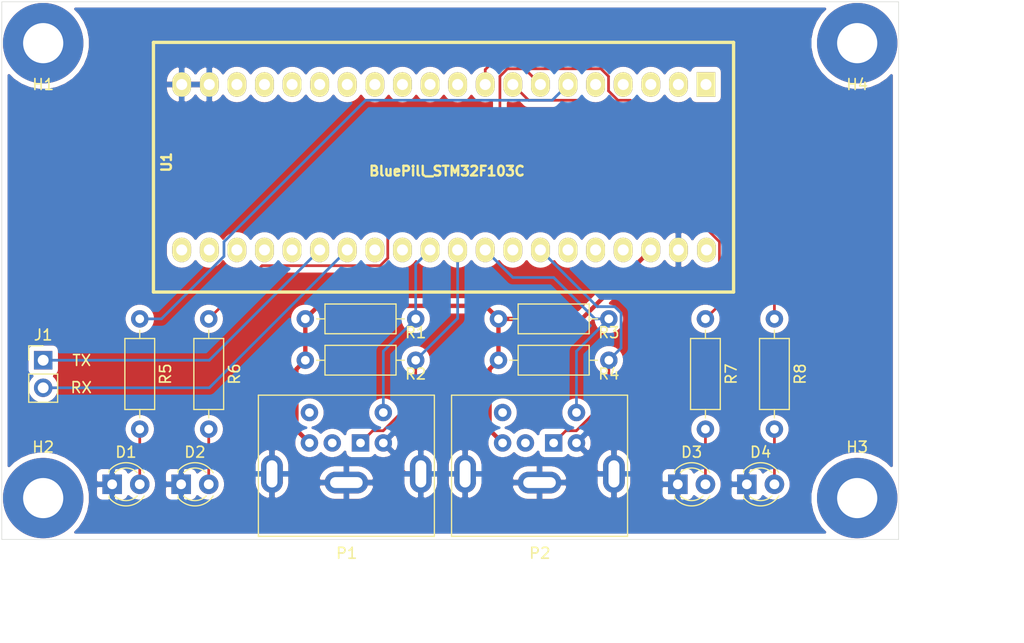
<source format=kicad_pcb>
(kicad_pcb (version 20171130) (host pcbnew 5.1.6)

  (general
    (thickness 1.6)
    (drawings 6)
    (tracks 130)
    (zones 0)
    (modules 20)
    (nets 17)
  )

  (page A4)
  (layers
    (0 F.Cu signal)
    (1 In1.Cu signal hide)
    (2 In2.Cu signal hide)
    (31 B.Cu signal)
    (32 B.Adhes user hide)
    (33 F.Adhes user hide)
    (34 B.Paste user hide)
    (35 F.Paste user hide)
    (36 B.SilkS user hide)
    (37 F.SilkS user hide)
    (38 B.Mask user hide)
    (39 F.Mask user hide)
    (40 Dwgs.User user hide)
    (41 Cmts.User user)
    (42 Eco1.User user hide)
    (43 Eco2.User user hide)
    (44 Edge.Cuts user)
    (45 Margin user hide)
    (46 B.CrtYd user hide)
    (47 F.CrtYd user hide)
    (48 B.Fab user hide)
    (49 F.Fab user hide)
  )

  (setup
    (last_trace_width 0.25)
    (trace_clearance 0.2)
    (zone_clearance 0.508)
    (zone_45_only no)
    (trace_min 0.2)
    (via_size 0.8)
    (via_drill 0.4)
    (via_min_size 0.4)
    (via_min_drill 0.3)
    (uvia_size 0.3)
    (uvia_drill 0.1)
    (uvias_allowed no)
    (uvia_min_size 0.2)
    (uvia_min_drill 0.1)
    (edge_width 0.05)
    (segment_width 0.2)
    (pcb_text_width 0.3)
    (pcb_text_size 1.5 1.5)
    (mod_edge_width 0.12)
    (mod_text_size 1 1)
    (mod_text_width 0.15)
    (pad_size 1.524 1.524)
    (pad_drill 0.762)
    (pad_to_mask_clearance 0.05)
    (aux_axis_origin 0 0)
    (visible_elements FFFFFF7F)
    (pcbplotparams
      (layerselection 0x010fc_fffffff9)
      (usegerberextensions false)
      (usegerberattributes true)
      (usegerberadvancedattributes true)
      (creategerberjobfile true)
      (excludeedgelayer true)
      (linewidth 0.150000)
      (plotframeref false)
      (viasonmask false)
      (mode 1)
      (useauxorigin false)
      (hpglpennumber 1)
      (hpglpenspeed 20)
      (hpglpendiameter 15.000000)
      (psnegative false)
      (psa4output false)
      (plotreference true)
      (plotvalue true)
      (plotinvisibletext false)
      (padsonsilk false)
      (subtractmaskfromsilk false)
      (outputformat 1)
      (mirror false)
      (drillshape 0)
      (scaleselection 1)
      (outputdirectory ""))
  )

  (net 0 "")
  (net 1 "Net-(D1-Pad2)")
  (net 2 GND)
  (net 3 "Net-(D2-Pad2)")
  (net 4 "Net-(D3-Pad2)")
  (net 5 "Net-(D4-Pad2)")
  (net 6 "Net-(J1-Pad2)")
  (net 7 "Net-(J1-Pad1)")
  (net 8 /CLOCK1)
  (net 9 +5V)
  (net 10 /DATA1)
  (net 11 /CLOCK2)
  (net 12 /DATA2)
  (net 13 /KB1)
  (net 14 /MOUSE1)
  (net 15 /KB2)
  (net 16 /MOUSE2)

  (net_class Default "This is the default net class."
    (clearance 0.2)
    (trace_width 0.25)
    (via_dia 0.8)
    (via_drill 0.4)
    (uvia_dia 0.3)
    (uvia_drill 0.1)
    (add_net /CLOCK1)
    (add_net /CLOCK2)
    (add_net /DATA1)
    (add_net /DATA2)
    (add_net /KB1)
    (add_net /KB2)
    (add_net /MOUSE1)
    (add_net /MOUSE2)
    (add_net "Net-(D1-Pad2)")
    (add_net "Net-(D2-Pad2)")
    (add_net "Net-(D3-Pad2)")
    (add_net "Net-(D4-Pad2)")
    (add_net "Net-(J1-Pad1)")
    (add_net "Net-(J1-Pad2)")
  )

  (net_class Power ""
    (clearance 0.2)
    (trace_width 0.4)
    (via_dia 1)
    (via_drill 0.4)
    (uvia_dia 0.3)
    (uvia_drill 0.1)
    (add_net +5V)
    (add_net GND)
  )

  (module Custom_Footprints:Connector_Mini-DIN_Female_6Pin_2rows (layer F.Cu) (tedit 58E946D2) (tstamp 60003B91)
    (at 133.35 104.14)
    (descr "A footprint for the generic 6 pin Mini-DIN through hole connector with shell.")
    (tags "mini din 6pin connector socket")
    (path /5FF31397)
    (fp_text reference P2 (at -1.27 10.16) (layer F.SilkS)
      (effects (font (size 1 1) (thickness 0.15)))
    )
    (fp_text value Mini-DIN_KB_Mouse (at -0.03 10.15) (layer F.Fab)
      (effects (font (size 1 1) (thickness 0.15)))
    )
    (fp_line (start 7.19 9) (end -9.81 9) (layer F.CrtYd) (width 0.05))
    (fp_line (start 7.19 9) (end 7.19 -5.05) (layer F.CrtYd) (width 0.05))
    (fp_line (start -9.81 -5.05) (end -9.81 9) (layer F.CrtYd) (width 0.05))
    (fp_line (start -9.81 -5.05) (end 7.19 -5.05) (layer F.CrtYd) (width 0.05))
    (fp_line (start -9.4 8.6) (end 6.8 8.6) (layer F.SilkS) (width 0.12))
    (fp_line (start -9.4 -4.4) (end 6.8 -4.4) (layer F.SilkS) (width 0.12))
    (fp_line (start -9.4 -4.4) (end -9.4 8.6) (layer F.SilkS) (width 0.12))
    (fp_line (start 6.8 -4.4) (end 6.8 8.6) (layer F.SilkS) (width 0.12))
    (fp_line (start -9.3 -4.3) (end 6.7 -4.3) (layer F.Fab) (width 0.1))
    (fp_line (start -9.3 8.5) (end -9.3 -4.3) (layer F.Fab) (width 0.1))
    (fp_line (start 6.7 8.5) (end -9.3 8.5) (layer F.Fab) (width 0.1))
    (fp_line (start 6.7 -4.3) (end 6.7 8.5) (layer F.Fab) (width 0.1))
    (fp_text user %R (at -1.27 -6.35) (layer F.Fab)
      (effects (font (size 1 1) (thickness 0.15)))
    )
    (pad 7 thru_hole oval (at -1.3 3.65) (size 4 2) (drill oval 3 1) (layers *.Cu *.Mask)
      (net 2 GND))
    (pad 6 thru_hole circle (at -4.7 -2.8) (size 1.6 1.6) (drill 0.8) (layers *.Cu *.Mask))
    (pad 5 thru_hole circle (at 2.1 -2.8) (size 1.6 1.6) (drill 0.8) (layers *.Cu *.Mask)
      (net 11 /CLOCK2))
    (pad 4 thru_hole circle (at -4.7 0) (size 1.6 1.6) (drill 0.8) (layers *.Cu *.Mask)
      (net 9 +5V))
    (pad 3 thru_hole circle (at 2.1 0) (size 1.6 1.6) (drill 0.8) (layers *.Cu *.Mask)
      (net 2 GND))
    (pad 2 thru_hole circle (at -2.6 0) (size 1.6 1.6) (drill 0.8) (layers *.Cu *.Mask))
    (pad 1 thru_hole rect (at 0 0) (size 1.6 1.6) (drill 0.8) (layers *.Cu *.Mask)
      (net 12 /DATA2))
    (pad 7 thru_hole oval (at 5.55 2.85) (size 2 3.5) (drill oval 1 2.5) (layers *.Cu *.Mask)
      (net 2 GND))
    (pad 7 thru_hole oval (at -8.15 2.85) (size 2 3.5) (drill oval 1 2.5) (layers *.Cu *.Mask)
      (net 2 GND))
  )

  (module Custom_Footprints:Connector_Mini-DIN_Female_6Pin_2rows (layer F.Cu) (tedit 58E946D2) (tstamp 60003AAB)
    (at 115.57 104.14)
    (descr "A footprint for the generic 6 pin Mini-DIN through hole connector with shell.")
    (tags "mini din 6pin connector socket")
    (path /5FF2FED9)
    (fp_text reference P1 (at -1.27 10.16) (layer F.SilkS)
      (effects (font (size 1 1) (thickness 0.15)))
    )
    (fp_text value Mini-DIN_KB_Mouse (at -0.03 10.15) (layer F.Fab)
      (effects (font (size 1 1) (thickness 0.15)))
    )
    (fp_line (start 7.19 9) (end -9.81 9) (layer F.CrtYd) (width 0.05))
    (fp_line (start 7.19 9) (end 7.19 -5.05) (layer F.CrtYd) (width 0.05))
    (fp_line (start -9.81 -5.05) (end -9.81 9) (layer F.CrtYd) (width 0.05))
    (fp_line (start -9.81 -5.05) (end 7.19 -5.05) (layer F.CrtYd) (width 0.05))
    (fp_line (start -9.4 8.6) (end 6.8 8.6) (layer F.SilkS) (width 0.12))
    (fp_line (start -9.4 -4.4) (end 6.8 -4.4) (layer F.SilkS) (width 0.12))
    (fp_line (start -9.4 -4.4) (end -9.4 8.6) (layer F.SilkS) (width 0.12))
    (fp_line (start 6.8 -4.4) (end 6.8 8.6) (layer F.SilkS) (width 0.12))
    (fp_line (start -9.3 -4.3) (end 6.7 -4.3) (layer F.Fab) (width 0.1))
    (fp_line (start -9.3 8.5) (end -9.3 -4.3) (layer F.Fab) (width 0.1))
    (fp_line (start 6.7 8.5) (end -9.3 8.5) (layer F.Fab) (width 0.1))
    (fp_line (start 6.7 -4.3) (end 6.7 8.5) (layer F.Fab) (width 0.1))
    (fp_text user %R (at -1.27 -6.35) (layer F.Fab)
      (effects (font (size 1 1) (thickness 0.15)))
    )
    (pad 7 thru_hole oval (at -1.3 3.65) (size 4 2) (drill oval 3 1) (layers *.Cu *.Mask)
      (net 2 GND))
    (pad 6 thru_hole circle (at -4.7 -2.8) (size 1.6 1.6) (drill 0.8) (layers *.Cu *.Mask))
    (pad 5 thru_hole circle (at 2.1 -2.8) (size 1.6 1.6) (drill 0.8) (layers *.Cu *.Mask)
      (net 8 /CLOCK1))
    (pad 4 thru_hole circle (at -4.7 0) (size 1.6 1.6) (drill 0.8) (layers *.Cu *.Mask)
      (net 9 +5V))
    (pad 3 thru_hole circle (at 2.1 0) (size 1.6 1.6) (drill 0.8) (layers *.Cu *.Mask)
      (net 2 GND))
    (pad 2 thru_hole circle (at -2.6 0) (size 1.6 1.6) (drill 0.8) (layers *.Cu *.Mask))
    (pad 1 thru_hole rect (at 0 0) (size 1.6 1.6) (drill 0.8) (layers *.Cu *.Mask)
      (net 10 /DATA1))
    (pad 7 thru_hole oval (at 5.55 2.85) (size 2 3.5) (drill oval 1 2.5) (layers *.Cu *.Mask)
      (net 2 GND))
    (pad 7 thru_hole oval (at -8.15 2.85) (size 2 3.5) (drill oval 1 2.5) (layers *.Cu *.Mask)
      (net 2 GND))
  )

  (module Connector_PinHeader_2.54mm:PinHeader_1x02_P2.54mm_Vertical_TX_RX (layer F.Cu) (tedit 600031C9) (tstamp 6000363D)
    (at 86.36 96.52)
    (descr "Through hole straight pin header, 1x02, 2.54mm pitch, single row")
    (tags "Through hole pin header THT 1x02 2.54mm single row")
    (path /5FF5B7AD)
    (fp_text reference J1 (at 0 -2.33) (layer F.SilkS)
      (effects (font (size 1 1) (thickness 0.15)))
    )
    (fp_text value Conn_01x02_Male (at 0 4.87) (layer F.Fab)
      (effects (font (size 1 1) (thickness 0.15)))
    )
    (fp_line (start 1.8 -1.8) (end -1.8 -1.8) (layer F.CrtYd) (width 0.05))
    (fp_line (start 1.8 4.35) (end 1.8 -1.8) (layer F.CrtYd) (width 0.05))
    (fp_line (start -1.8 4.35) (end 1.8 4.35) (layer F.CrtYd) (width 0.05))
    (fp_line (start -1.8 -1.8) (end -1.8 4.35) (layer F.CrtYd) (width 0.05))
    (fp_line (start -1.33 -1.33) (end 0 -1.33) (layer F.SilkS) (width 0.12))
    (fp_line (start -1.33 0) (end -1.33 -1.33) (layer F.SilkS) (width 0.12))
    (fp_line (start -1.33 1.27) (end 1.33 1.27) (layer F.SilkS) (width 0.12))
    (fp_line (start 1.33 1.27) (end 1.33 3.87) (layer F.SilkS) (width 0.12))
    (fp_line (start -1.33 1.27) (end -1.33 3.87) (layer F.SilkS) (width 0.12))
    (fp_line (start -1.33 3.87) (end 1.33 3.87) (layer F.SilkS) (width 0.12))
    (fp_line (start -1.27 -0.635) (end -0.635 -1.27) (layer F.Fab) (width 0.1))
    (fp_line (start -1.27 3.81) (end -1.27 -0.635) (layer F.Fab) (width 0.1))
    (fp_line (start 1.27 3.81) (end -1.27 3.81) (layer F.Fab) (width 0.1))
    (fp_line (start 1.27 -1.27) (end 1.27 3.81) (layer F.Fab) (width 0.1))
    (fp_line (start -0.635 -1.27) (end 1.27 -1.27) (layer F.Fab) (width 0.1))
    (fp_text user RX (at 3.5 2.52) (layer F.SilkS)
      (effects (font (size 1 1) (thickness 0.15)))
    )
    (fp_text user TX (at 3.55 0.02) (layer F.SilkS)
      (effects (font (size 1 1) (thickness 0.15)))
    )
    (fp_text user %R (at 0 1.27 90) (layer F.Fab)
      (effects (font (size 1 1) (thickness 0.15)))
    )
    (pad 1 thru_hole rect (at 0 0) (size 1.7 1.7) (drill 1) (layers *.Cu *.Mask)
      (net 7 "Net-(J1-Pad1)"))
    (pad 2 thru_hole oval (at 0 2.54) (size 1.7 1.7) (drill 1) (layers *.Cu *.Mask)
      (net 6 "Net-(J1-Pad2)"))
    (model ${KISYS3DMOD}/Connector_PinHeader_2.54mm.3dshapes/PinHeader_1x02_P2.54mm_Vertical.wrl
      (at (xyz 0 0 0))
      (scale (xyz 1 1 1))
      (rotate (xyz 0 0 0))
    )
  )

  (module Bluepill:BluePill_STM32F103C_without_pgm_pins (layer F.Cu) (tedit 600027E0) (tstamp 6000375B)
    (at 147.32 71.12 270)
    (descr "STM32F103C8 BluePill board")
    (path /5FF32333)
    (fp_text reference U1 (at 7.1628 49.6062 90) (layer F.SilkS)
      (effects (font (size 0.889 0.889) (thickness 0.3048)))
    )
    (fp_text value BluePill_STM32F103C (at 7.9756 23.7998) (layer F.SilkS)
      (effects (font (size 0.889 0.889) (thickness 0.22225)))
    )
    (fp_line (start -3.88 -2.59) (end 19.12 -2.59) (layer F.SilkS) (width 0.3048))
    (fp_line (start -3.88 50.81) (end -3.88 -2.59) (layer F.SilkS) (width 0.3048))
    (fp_line (start 19.12 50.81) (end -3.88 50.81) (layer F.SilkS) (width 0.3048))
    (fp_line (start 19.12 -2.59) (end 19.12 50.81) (layer F.SilkS) (width 0.3048))
    (pad 1 thru_hole rect (at 0 -0.0508 180) (size 1.7272 2.25) (drill 1.016) (layers *.Cu *.Mask F.SilkS))
    (pad 2 thru_hole oval (at 0 2.4892 180) (size 1.7272 2.25) (drill 1.016) (layers *.Cu *.Mask F.SilkS))
    (pad 3 thru_hole oval (at 0 5.0292 180) (size 1.7272 2.25) (drill 1.016) (layers *.Cu *.Mask F.SilkS))
    (pad 4 thru_hole oval (at 0 7.5692 180) (size 1.7272 2.25) (drill 1.016) (layers *.Cu *.Mask F.SilkS))
    (pad 5 thru_hole oval (at 0 10.1092 180) (size 1.7272 2.25) (drill 1.016) (layers *.Cu *.Mask F.SilkS))
    (pad 6 thru_hole oval (at 0 12.6492 180) (size 1.7272 2.25) (drill 1.016) (layers *.Cu *.Mask F.SilkS)
      (net 13 /KB1))
    (pad 7 thru_hole oval (at 0 15.1892 180) (size 1.7272 2.25) (drill 1.016) (layers *.Cu *.Mask F.SilkS)
      (net 14 /MOUSE1))
    (pad 8 thru_hole oval (at 0 17.7292 180) (size 1.7272 2.25) (drill 1.016) (layers *.Cu *.Mask F.SilkS)
      (net 15 /KB2))
    (pad 9 thru_hole oval (at 0 20.2692 180) (size 1.7272 2.25) (drill 1.016) (layers *.Cu *.Mask F.SilkS)
      (net 16 /MOUSE2))
    (pad 10 thru_hole oval (at 0 22.8092 180) (size 1.7272 2.25) (drill 1.016) (layers *.Cu *.Mask F.SilkS))
    (pad 11 thru_hole oval (at 0 25.3492 180) (size 1.7272 2.25) (drill 1.016) (layers *.Cu *.Mask F.SilkS))
    (pad 12 thru_hole oval (at 0 27.8892 180) (size 1.7272 2.25) (drill 1.016) (layers *.Cu *.Mask F.SilkS))
    (pad 13 thru_hole oval (at 0 30.4292 180) (size 1.7272 2.25) (drill 1.016) (layers *.Cu *.Mask F.SilkS))
    (pad 14 thru_hole oval (at 0 32.9692 180) (size 1.7272 2.25) (drill 1.016) (layers *.Cu *.Mask F.SilkS))
    (pad 15 thru_hole oval (at 0 35.5092 180) (size 1.7272 2.25) (drill 1.016) (layers *.Cu *.Mask F.SilkS))
    (pad 16 thru_hole oval (at 0 38.0492 180) (size 1.7272 2.25) (drill 1.016) (layers *.Cu *.Mask F.SilkS))
    (pad 17 thru_hole oval (at 0 40.5892 180) (size 1.7272 2.25) (drill 1.016) (layers *.Cu *.Mask F.SilkS))
    (pad 18 thru_hole oval (at 0 43.1292 180) (size 1.7272 2.25) (drill 1.016) (layers *.Cu *.Mask F.SilkS))
    (pad 19 thru_hole oval (at 0 45.6692 180) (size 1.7272 2.25) (drill 1.016) (layers *.Cu *.Mask F.SilkS)
      (net 2 GND))
    (pad 20 thru_hole oval (at 0 48.2092 180) (size 1.7272 2.25) (drill 1.016) (layers *.Cu *.Mask F.SilkS)
      (net 2 GND))
    (pad 21 thru_hole oval (at 15.24 48.2092) (size 1.7272 2.25) (drill 1.016) (layers *.Cu *.Mask F.SilkS))
    (pad 22 thru_hole oval (at 15.24 45.6692) (size 1.7272 2.25) (drill 1.016) (layers *.Cu *.Mask F.SilkS))
    (pad 23 thru_hole oval (at 15.24 43.1292) (size 1.7272 2.25) (drill 1.016) (layers *.Cu *.Mask F.SilkS))
    (pad 24 thru_hole oval (at 15.24 40.5892) (size 1.7272 2.25) (drill 1.016) (layers *.Cu *.Mask F.SilkS))
    (pad 25 thru_hole oval (at 15.24 38.0492) (size 1.7272 2.25) (drill 1.016) (layers *.Cu *.Mask F.SilkS))
    (pad 26 thru_hole oval (at 15.24 35.5092) (size 1.7272 2.25) (drill 1.016) (layers *.Cu *.Mask F.SilkS)
      (net 7 "Net-(J1-Pad1)"))
    (pad 27 thru_hole oval (at 15.24 32.9692) (size 1.7272 2.25) (drill 1.016) (layers *.Cu *.Mask F.SilkS)
      (net 6 "Net-(J1-Pad2)"))
    (pad 28 thru_hole oval (at 15.24 30.4292) (size 1.7272 2.25) (drill 1.016) (layers *.Cu *.Mask F.SilkS))
    (pad 29 thru_hole oval (at 15.24 27.8892) (size 1.7272 2.25) (drill 1.016) (layers *.Cu *.Mask F.SilkS))
    (pad 30 thru_hole oval (at 15.24 25.3492) (size 1.7272 2.25) (drill 1.016) (layers *.Cu *.Mask F.SilkS)
      (net 8 /CLOCK1))
    (pad 31 thru_hole oval (at 15.24 22.8092) (size 1.7272 2.25) (drill 1.016) (layers *.Cu *.Mask F.SilkS)
      (net 10 /DATA1))
    (pad 32 thru_hole oval (at 15.24 20.2692) (size 1.7272 2.25) (drill 1.016) (layers *.Cu *.Mask F.SilkS)
      (net 11 /CLOCK2))
    (pad 33 thru_hole oval (at 15.24 17.7292) (size 1.7272 2.25) (drill 1.016) (layers *.Cu *.Mask F.SilkS))
    (pad 34 thru_hole oval (at 15.24 15.1892) (size 1.7272 2.25) (drill 1.016) (layers *.Cu *.Mask F.SilkS)
      (net 12 /DATA2))
    (pad 35 thru_hole oval (at 15.24 12.6492) (size 1.7272 2.25) (drill 1.016) (layers *.Cu *.Mask F.SilkS))
    (pad 36 thru_hole oval (at 15.24 10.1092) (size 1.7272 2.25) (drill 1.016) (layers *.Cu *.Mask F.SilkS))
    (pad 37 thru_hole oval (at 15.24 7.5692) (size 1.7272 2.25) (drill 1.016) (layers *.Cu *.Mask F.SilkS))
    (pad 38 thru_hole oval (at 15.24 5.0292) (size 1.7272 2.25) (drill 1.016) (layers *.Cu *.Mask F.SilkS)
      (net 9 +5V))
    (pad 39 thru_hole oval (at 15.24 2.4892) (size 1.7272 2.25) (drill 1.016) (layers *.Cu *.Mask F.SilkS)
      (net 2 GND))
    (pad 40 thru_hole oval (at 15.24 -0.1016) (size 1.7272 2.25) (drill 1.016) (layers *.Cu *.Mask F.SilkS))
  )

  (module Mounting_holes:MountingHole_3.7mm_Pad locked (layer F.Cu) (tedit 56D1B4CB) (tstamp 600041CA)
    (at 161.29 109.22)
    (descr "Mounting Hole 3.7mm")
    (tags "mounting hole 3.7mm")
    (attr virtual)
    (fp_text reference H3 (at 0 -4.7) (layer F.SilkS)
      (effects (font (size 1 1) (thickness 0.15)))
    )
    (fp_text value MountingHole_3.7mm_Pad (at 0 4.7) (layer F.Fab)
      (effects (font (size 1 1) (thickness 0.15)))
    )
    (fp_circle (center 0 0) (end 3.95 0) (layer F.CrtYd) (width 0.05))
    (fp_circle (center 0 0) (end 3.7 0) (layer Cmts.User) (width 0.15))
    (fp_text user %R (at 0.3 0) (layer F.Fab)
      (effects (font (size 1 1) (thickness 0.15)))
    )
    (pad 1 thru_hole circle (at 0 0) (size 7.4 7.4) (drill 3.7) (layers *.Cu *.Mask))
  )

  (module Mounting_holes:MountingHole_3.7mm_Pad locked (layer F.Cu) (tedit 56D1B4CB) (tstamp 600030EE)
    (at 86.36 109.22)
    (descr "Mounting Hole 3.7mm")
    (tags "mounting hole 3.7mm")
    (attr virtual)
    (fp_text reference H2 (at 0 -4.7) (layer F.SilkS)
      (effects (font (size 1 1) (thickness 0.15)))
    )
    (fp_text value MountingHole_3.7mm_Pad (at 0 4.7) (layer F.Fab)
      (effects (font (size 1 1) (thickness 0.15)))
    )
    (fp_circle (center 0 0) (end 3.95 0) (layer F.CrtYd) (width 0.05))
    (fp_circle (center 0 0) (end 3.7 0) (layer Cmts.User) (width 0.15))
    (fp_text user %R (at 0.3 0) (layer F.Fab)
      (effects (font (size 1 1) (thickness 0.15)))
    )
    (pad 1 thru_hole circle (at 0 0) (size 7.4 7.4) (drill 3.7) (layers *.Cu *.Mask))
  )

  (module Mounting_holes:MountingHole_3.7mm_Pad locked (layer F.Cu) (tedit 56D1B4CB) (tstamp 60004174)
    (at 161.29 67.31)
    (descr "Mounting Hole 3.7mm")
    (tags "mounting hole 3.7mm")
    (attr virtual)
    (fp_text reference H4 (at 0 3.81) (layer F.SilkS)
      (effects (font (size 1 1) (thickness 0.15)))
    )
    (fp_text value MountingHole_3.7mm_Pad (at 0 4.7) (layer F.Fab)
      (effects (font (size 1 1) (thickness 0.15)))
    )
    (fp_circle (center 0 0) (end 3.95 0) (layer F.CrtYd) (width 0.05))
    (fp_circle (center 0 0) (end 3.7 0) (layer Cmts.User) (width 0.15))
    (fp_text user %R (at 0.3 0) (layer F.Fab)
      (effects (font (size 1 1) (thickness 0.15)))
    )
    (pad 1 thru_hole circle (at 0 0) (size 7.4 7.4) (drill 3.7) (layers *.Cu *.Mask))
  )

  (module Mounting_holes:MountingHole_3.7mm_Pad locked (layer F.Cu) (tedit 56D1B4CB) (tstamp 6000415E)
    (at 86.36 67.31)
    (descr "Mounting Hole 3.7mm")
    (tags "mounting hole 3.7mm")
    (attr virtual)
    (fp_text reference H1 (at 0 3.81 180) (layer F.SilkS)
      (effects (font (size 1 1) (thickness 0.15)))
    )
    (fp_text value MountingHole_3.7mm_Pad (at 0 4.7) (layer F.Fab)
      (effects (font (size 1 1) (thickness 0.15)))
    )
    (fp_circle (center 0 0) (end 3.95 0) (layer F.CrtYd) (width 0.05))
    (fp_circle (center 0 0) (end 3.7 0) (layer Cmts.User) (width 0.15))
    (fp_text user %R (at 0.3 0) (layer F.Fab)
      (effects (font (size 1 1) (thickness 0.15)))
    )
    (pad 1 thru_hole circle (at 0 0) (size 7.4 7.4) (drill 3.7) (layers *.Cu *.Mask))
  )

  (module Resistor_THT:R_Axial_DIN0207_L6.3mm_D2.5mm_P10.16mm_Horizontal (layer F.Cu) (tedit 5AE5139B) (tstamp 60003C2D)
    (at 153.67 92.71 270)
    (descr "Resistor, Axial_DIN0207 series, Axial, Horizontal, pin pitch=10.16mm, 0.25W = 1/4W, length*diameter=6.3*2.5mm^2, http://cdn-reichelt.de/documents/datenblatt/B400/1_4W%23YAG.pdf")
    (tags "Resistor Axial_DIN0207 series Axial Horizontal pin pitch 10.16mm 0.25W = 1/4W length 6.3mm diameter 2.5mm")
    (path /5FF47F0A)
    (fp_text reference R8 (at 5.08 -2.37 90) (layer F.SilkS)
      (effects (font (size 1 1) (thickness 0.15)))
    )
    (fp_text value 220 (at 5.08 2.37 90) (layer F.Fab)
      (effects (font (size 1 1) (thickness 0.15)))
    )
    (fp_line (start 11.21 -1.5) (end -1.05 -1.5) (layer F.CrtYd) (width 0.05))
    (fp_line (start 11.21 1.5) (end 11.21 -1.5) (layer F.CrtYd) (width 0.05))
    (fp_line (start -1.05 1.5) (end 11.21 1.5) (layer F.CrtYd) (width 0.05))
    (fp_line (start -1.05 -1.5) (end -1.05 1.5) (layer F.CrtYd) (width 0.05))
    (fp_line (start 9.12 0) (end 8.35 0) (layer F.SilkS) (width 0.12))
    (fp_line (start 1.04 0) (end 1.81 0) (layer F.SilkS) (width 0.12))
    (fp_line (start 8.35 -1.37) (end 1.81 -1.37) (layer F.SilkS) (width 0.12))
    (fp_line (start 8.35 1.37) (end 8.35 -1.37) (layer F.SilkS) (width 0.12))
    (fp_line (start 1.81 1.37) (end 8.35 1.37) (layer F.SilkS) (width 0.12))
    (fp_line (start 1.81 -1.37) (end 1.81 1.37) (layer F.SilkS) (width 0.12))
    (fp_line (start 10.16 0) (end 8.23 0) (layer F.Fab) (width 0.1))
    (fp_line (start 0 0) (end 1.93 0) (layer F.Fab) (width 0.1))
    (fp_line (start 8.23 -1.25) (end 1.93 -1.25) (layer F.Fab) (width 0.1))
    (fp_line (start 8.23 1.25) (end 8.23 -1.25) (layer F.Fab) (width 0.1))
    (fp_line (start 1.93 1.25) (end 8.23 1.25) (layer F.Fab) (width 0.1))
    (fp_line (start 1.93 -1.25) (end 1.93 1.25) (layer F.Fab) (width 0.1))
    (fp_text user %R (at 5.08 0 90) (layer F.Fab)
      (effects (font (size 1 1) (thickness 0.15)))
    )
    (pad 2 thru_hole oval (at 10.16 0 270) (size 1.6 1.6) (drill 0.8) (layers *.Cu *.Mask)
      (net 5 "Net-(D4-Pad2)"))
    (pad 1 thru_hole circle (at 0 0 270) (size 1.6 1.6) (drill 0.8) (layers *.Cu *.Mask)
      (net 16 /MOUSE2))
    (model ${KISYS3DMOD}/Resistor_THT.3dshapes/R_Axial_DIN0207_L6.3mm_D2.5mm_P10.16mm_Horizontal.wrl
      (at (xyz 0 0 0))
      (scale (xyz 1 1 1))
      (rotate (xyz 0 0 0))
    )
  )

  (module Resistor_THT:R_Axial_DIN0207_L6.3mm_D2.5mm_P10.16mm_Horizontal (layer F.Cu) (tedit 5AE5139B) (tstamp 60003712)
    (at 147.32 92.71 270)
    (descr "Resistor, Axial_DIN0207 series, Axial, Horizontal, pin pitch=10.16mm, 0.25W = 1/4W, length*diameter=6.3*2.5mm^2, http://cdn-reichelt.de/documents/datenblatt/B400/1_4W%23YAG.pdf")
    (tags "Resistor Axial_DIN0207 series Axial Horizontal pin pitch 10.16mm 0.25W = 1/4W length 6.3mm diameter 2.5mm")
    (path /5FF47D09)
    (fp_text reference R7 (at 5.08 -2.37 90) (layer F.SilkS)
      (effects (font (size 1 1) (thickness 0.15)))
    )
    (fp_text value 220 (at 5.08 2.37 90) (layer F.Fab)
      (effects (font (size 1 1) (thickness 0.15)))
    )
    (fp_line (start 11.21 -1.5) (end -1.05 -1.5) (layer F.CrtYd) (width 0.05))
    (fp_line (start 11.21 1.5) (end 11.21 -1.5) (layer F.CrtYd) (width 0.05))
    (fp_line (start -1.05 1.5) (end 11.21 1.5) (layer F.CrtYd) (width 0.05))
    (fp_line (start -1.05 -1.5) (end -1.05 1.5) (layer F.CrtYd) (width 0.05))
    (fp_line (start 9.12 0) (end 8.35 0) (layer F.SilkS) (width 0.12))
    (fp_line (start 1.04 0) (end 1.81 0) (layer F.SilkS) (width 0.12))
    (fp_line (start 8.35 -1.37) (end 1.81 -1.37) (layer F.SilkS) (width 0.12))
    (fp_line (start 8.35 1.37) (end 8.35 -1.37) (layer F.SilkS) (width 0.12))
    (fp_line (start 1.81 1.37) (end 8.35 1.37) (layer F.SilkS) (width 0.12))
    (fp_line (start 1.81 -1.37) (end 1.81 1.37) (layer F.SilkS) (width 0.12))
    (fp_line (start 10.16 0) (end 8.23 0) (layer F.Fab) (width 0.1))
    (fp_line (start 0 0) (end 1.93 0) (layer F.Fab) (width 0.1))
    (fp_line (start 8.23 -1.25) (end 1.93 -1.25) (layer F.Fab) (width 0.1))
    (fp_line (start 8.23 1.25) (end 8.23 -1.25) (layer F.Fab) (width 0.1))
    (fp_line (start 1.93 1.25) (end 8.23 1.25) (layer F.Fab) (width 0.1))
    (fp_line (start 1.93 -1.25) (end 1.93 1.25) (layer F.Fab) (width 0.1))
    (fp_text user %R (at 5.08 0 90) (layer F.Fab)
      (effects (font (size 1 1) (thickness 0.15)))
    )
    (pad 2 thru_hole oval (at 10.16 0 270) (size 1.6 1.6) (drill 0.8) (layers *.Cu *.Mask)
      (net 4 "Net-(D3-Pad2)"))
    (pad 1 thru_hole circle (at 0 0 270) (size 1.6 1.6) (drill 0.8) (layers *.Cu *.Mask)
      (net 15 /KB2))
    (model ${KISYS3DMOD}/Resistor_THT.3dshapes/R_Axial_DIN0207_L6.3mm_D2.5mm_P10.16mm_Horizontal.wrl
      (at (xyz 0 0 0))
      (scale (xyz 1 1 1))
      (rotate (xyz 0 0 0))
    )
  )

  (module Resistor_THT:R_Axial_DIN0207_L6.3mm_D2.5mm_P10.16mm_Horizontal (layer F.Cu) (tedit 5AE5139B) (tstamp 600036FB)
    (at 101.6 92.71 270)
    (descr "Resistor, Axial_DIN0207 series, Axial, Horizontal, pin pitch=10.16mm, 0.25W = 1/4W, length*diameter=6.3*2.5mm^2, http://cdn-reichelt.de/documents/datenblatt/B400/1_4W%23YAG.pdf")
    (tags "Resistor Axial_DIN0207 series Axial Horizontal pin pitch 10.16mm 0.25W = 1/4W length 6.3mm diameter 2.5mm")
    (path /5FF47B96)
    (fp_text reference R6 (at 5.08 -2.37 90) (layer F.SilkS)
      (effects (font (size 1 1) (thickness 0.15)))
    )
    (fp_text value 220 (at 5.08 2.37 90) (layer F.Fab)
      (effects (font (size 1 1) (thickness 0.15)))
    )
    (fp_line (start 11.21 -1.5) (end -1.05 -1.5) (layer F.CrtYd) (width 0.05))
    (fp_line (start 11.21 1.5) (end 11.21 -1.5) (layer F.CrtYd) (width 0.05))
    (fp_line (start -1.05 1.5) (end 11.21 1.5) (layer F.CrtYd) (width 0.05))
    (fp_line (start -1.05 -1.5) (end -1.05 1.5) (layer F.CrtYd) (width 0.05))
    (fp_line (start 9.12 0) (end 8.35 0) (layer F.SilkS) (width 0.12))
    (fp_line (start 1.04 0) (end 1.81 0) (layer F.SilkS) (width 0.12))
    (fp_line (start 8.35 -1.37) (end 1.81 -1.37) (layer F.SilkS) (width 0.12))
    (fp_line (start 8.35 1.37) (end 8.35 -1.37) (layer F.SilkS) (width 0.12))
    (fp_line (start 1.81 1.37) (end 8.35 1.37) (layer F.SilkS) (width 0.12))
    (fp_line (start 1.81 -1.37) (end 1.81 1.37) (layer F.SilkS) (width 0.12))
    (fp_line (start 10.16 0) (end 8.23 0) (layer F.Fab) (width 0.1))
    (fp_line (start 0 0) (end 1.93 0) (layer F.Fab) (width 0.1))
    (fp_line (start 8.23 -1.25) (end 1.93 -1.25) (layer F.Fab) (width 0.1))
    (fp_line (start 8.23 1.25) (end 8.23 -1.25) (layer F.Fab) (width 0.1))
    (fp_line (start 1.93 1.25) (end 8.23 1.25) (layer F.Fab) (width 0.1))
    (fp_line (start 1.93 -1.25) (end 1.93 1.25) (layer F.Fab) (width 0.1))
    (fp_text user %R (at 5.08 0 90) (layer F.Fab)
      (effects (font (size 1 1) (thickness 0.15)))
    )
    (pad 2 thru_hole oval (at 10.16 0 270) (size 1.6 1.6) (drill 0.8) (layers *.Cu *.Mask)
      (net 3 "Net-(D2-Pad2)"))
    (pad 1 thru_hole circle (at 0 0 270) (size 1.6 1.6) (drill 0.8) (layers *.Cu *.Mask)
      (net 14 /MOUSE1))
    (model ${KISYS3DMOD}/Resistor_THT.3dshapes/R_Axial_DIN0207_L6.3mm_D2.5mm_P10.16mm_Horizontal.wrl
      (at (xyz 0 0 0))
      (scale (xyz 1 1 1))
      (rotate (xyz 0 0 0))
    )
  )

  (module Resistor_THT:R_Axial_DIN0207_L6.3mm_D2.5mm_P10.16mm_Horizontal (layer F.Cu) (tedit 5AE5139B) (tstamp 600036E4)
    (at 95.25 92.71 270)
    (descr "Resistor, Axial_DIN0207 series, Axial, Horizontal, pin pitch=10.16mm, 0.25W = 1/4W, length*diameter=6.3*2.5mm^2, http://cdn-reichelt.de/documents/datenblatt/B400/1_4W%23YAG.pdf")
    (tags "Resistor Axial_DIN0207 series Axial Horizontal pin pitch 10.16mm 0.25W = 1/4W length 6.3mm diameter 2.5mm")
    (path /5FF476C4)
    (fp_text reference R5 (at 5.08 -2.37 90) (layer F.SilkS)
      (effects (font (size 1 1) (thickness 0.15)))
    )
    (fp_text value 220 (at 5.08 2.37 90) (layer F.Fab)
      (effects (font (size 1 1) (thickness 0.15)))
    )
    (fp_line (start 11.21 -1.5) (end -1.05 -1.5) (layer F.CrtYd) (width 0.05))
    (fp_line (start 11.21 1.5) (end 11.21 -1.5) (layer F.CrtYd) (width 0.05))
    (fp_line (start -1.05 1.5) (end 11.21 1.5) (layer F.CrtYd) (width 0.05))
    (fp_line (start -1.05 -1.5) (end -1.05 1.5) (layer F.CrtYd) (width 0.05))
    (fp_line (start 9.12 0) (end 8.35 0) (layer F.SilkS) (width 0.12))
    (fp_line (start 1.04 0) (end 1.81 0) (layer F.SilkS) (width 0.12))
    (fp_line (start 8.35 -1.37) (end 1.81 -1.37) (layer F.SilkS) (width 0.12))
    (fp_line (start 8.35 1.37) (end 8.35 -1.37) (layer F.SilkS) (width 0.12))
    (fp_line (start 1.81 1.37) (end 8.35 1.37) (layer F.SilkS) (width 0.12))
    (fp_line (start 1.81 -1.37) (end 1.81 1.37) (layer F.SilkS) (width 0.12))
    (fp_line (start 10.16 0) (end 8.23 0) (layer F.Fab) (width 0.1))
    (fp_line (start 0 0) (end 1.93 0) (layer F.Fab) (width 0.1))
    (fp_line (start 8.23 -1.25) (end 1.93 -1.25) (layer F.Fab) (width 0.1))
    (fp_line (start 8.23 1.25) (end 8.23 -1.25) (layer F.Fab) (width 0.1))
    (fp_line (start 1.93 1.25) (end 8.23 1.25) (layer F.Fab) (width 0.1))
    (fp_line (start 1.93 -1.25) (end 1.93 1.25) (layer F.Fab) (width 0.1))
    (fp_text user %R (at 5.08 0 90) (layer F.Fab)
      (effects (font (size 1 1) (thickness 0.15)))
    )
    (pad 2 thru_hole oval (at 10.16 0 270) (size 1.6 1.6) (drill 0.8) (layers *.Cu *.Mask)
      (net 1 "Net-(D1-Pad2)"))
    (pad 1 thru_hole circle (at 0 0 270) (size 1.6 1.6) (drill 0.8) (layers *.Cu *.Mask)
      (net 13 /KB1))
    (model ${KISYS3DMOD}/Resistor_THT.3dshapes/R_Axial_DIN0207_L6.3mm_D2.5mm_P10.16mm_Horizontal.wrl
      (at (xyz 0 0 0))
      (scale (xyz 1 1 1))
      (rotate (xyz 0 0 0))
    )
  )

  (module Resistor_THT:R_Axial_DIN0207_L6.3mm_D2.5mm_P10.16mm_Horizontal (layer F.Cu) (tedit 5AE5139B) (tstamp 60003F31)
    (at 128.27 96.52)
    (descr "Resistor, Axial_DIN0207 series, Axial, Horizontal, pin pitch=10.16mm, 0.25W = 1/4W, length*diameter=6.3*2.5mm^2, http://cdn-reichelt.de/documents/datenblatt/B400/1_4W%23YAG.pdf")
    (tags "Resistor Axial_DIN0207 series Axial Horizontal pin pitch 10.16mm 0.25W = 1/4W length 6.3mm diameter 2.5mm")
    (path /5FF59EF7)
    (fp_text reference R4 (at 10.16 1.27) (layer F.SilkS)
      (effects (font (size 1 1) (thickness 0.15)))
    )
    (fp_text value 10K (at 5.08 2.37) (layer F.Fab)
      (effects (font (size 1 1) (thickness 0.15)))
    )
    (fp_line (start 11.21 -1.5) (end -1.05 -1.5) (layer F.CrtYd) (width 0.05))
    (fp_line (start 11.21 1.5) (end 11.21 -1.5) (layer F.CrtYd) (width 0.05))
    (fp_line (start -1.05 1.5) (end 11.21 1.5) (layer F.CrtYd) (width 0.05))
    (fp_line (start -1.05 -1.5) (end -1.05 1.5) (layer F.CrtYd) (width 0.05))
    (fp_line (start 9.12 0) (end 8.35 0) (layer F.SilkS) (width 0.12))
    (fp_line (start 1.04 0) (end 1.81 0) (layer F.SilkS) (width 0.12))
    (fp_line (start 8.35 -1.37) (end 1.81 -1.37) (layer F.SilkS) (width 0.12))
    (fp_line (start 8.35 1.37) (end 8.35 -1.37) (layer F.SilkS) (width 0.12))
    (fp_line (start 1.81 1.37) (end 8.35 1.37) (layer F.SilkS) (width 0.12))
    (fp_line (start 1.81 -1.37) (end 1.81 1.37) (layer F.SilkS) (width 0.12))
    (fp_line (start 10.16 0) (end 8.23 0) (layer F.Fab) (width 0.1))
    (fp_line (start 0 0) (end 1.93 0) (layer F.Fab) (width 0.1))
    (fp_line (start 8.23 -1.25) (end 1.93 -1.25) (layer F.Fab) (width 0.1))
    (fp_line (start 8.23 1.25) (end 8.23 -1.25) (layer F.Fab) (width 0.1))
    (fp_line (start 1.93 1.25) (end 8.23 1.25) (layer F.Fab) (width 0.1))
    (fp_line (start 1.93 -1.25) (end 1.93 1.25) (layer F.Fab) (width 0.1))
    (fp_text user %R (at 5.08 0) (layer F.Fab)
      (effects (font (size 1 1) (thickness 0.15)))
    )
    (pad 2 thru_hole oval (at 10.16 0) (size 1.6 1.6) (drill 0.8) (layers *.Cu *.Mask)
      (net 12 /DATA2))
    (pad 1 thru_hole circle (at 0 0) (size 1.6 1.6) (drill 0.8) (layers *.Cu *.Mask)
      (net 9 +5V))
    (model ${KISYS3DMOD}/Resistor_THT.3dshapes/R_Axial_DIN0207_L6.3mm_D2.5mm_P10.16mm_Horizontal.wrl
      (at (xyz 0 0 0))
      (scale (xyz 1 1 1))
      (rotate (xyz 0 0 0))
    )
  )

  (module Resistor_THT:R_Axial_DIN0207_L6.3mm_D2.5mm_P10.16mm_Horizontal (layer F.Cu) (tedit 5AE5139B) (tstamp 600036B6)
    (at 128.27 92.71)
    (descr "Resistor, Axial_DIN0207 series, Axial, Horizontal, pin pitch=10.16mm, 0.25W = 1/4W, length*diameter=6.3*2.5mm^2, http://cdn-reichelt.de/documents/datenblatt/B400/1_4W%23YAG.pdf")
    (tags "Resistor Axial_DIN0207 series Axial Horizontal pin pitch 10.16mm 0.25W = 1/4W length 6.3mm diameter 2.5mm")
    (path /5FF596AE)
    (fp_text reference R3 (at 10.16 1.27) (layer F.SilkS)
      (effects (font (size 1 1) (thickness 0.15)))
    )
    (fp_text value 10K (at 5.08 2.37) (layer F.Fab)
      (effects (font (size 1 1) (thickness 0.15)))
    )
    (fp_line (start 11.21 -1.5) (end -1.05 -1.5) (layer F.CrtYd) (width 0.05))
    (fp_line (start 11.21 1.5) (end 11.21 -1.5) (layer F.CrtYd) (width 0.05))
    (fp_line (start -1.05 1.5) (end 11.21 1.5) (layer F.CrtYd) (width 0.05))
    (fp_line (start -1.05 -1.5) (end -1.05 1.5) (layer F.CrtYd) (width 0.05))
    (fp_line (start 9.12 0) (end 8.35 0) (layer F.SilkS) (width 0.12))
    (fp_line (start 1.04 0) (end 1.81 0) (layer F.SilkS) (width 0.12))
    (fp_line (start 8.35 -1.37) (end 1.81 -1.37) (layer F.SilkS) (width 0.12))
    (fp_line (start 8.35 1.37) (end 8.35 -1.37) (layer F.SilkS) (width 0.12))
    (fp_line (start 1.81 1.37) (end 8.35 1.37) (layer F.SilkS) (width 0.12))
    (fp_line (start 1.81 -1.37) (end 1.81 1.37) (layer F.SilkS) (width 0.12))
    (fp_line (start 10.16 0) (end 8.23 0) (layer F.Fab) (width 0.1))
    (fp_line (start 0 0) (end 1.93 0) (layer F.Fab) (width 0.1))
    (fp_line (start 8.23 -1.25) (end 1.93 -1.25) (layer F.Fab) (width 0.1))
    (fp_line (start 8.23 1.25) (end 8.23 -1.25) (layer F.Fab) (width 0.1))
    (fp_line (start 1.93 1.25) (end 8.23 1.25) (layer F.Fab) (width 0.1))
    (fp_line (start 1.93 -1.25) (end 1.93 1.25) (layer F.Fab) (width 0.1))
    (fp_text user %R (at 5.08 0) (layer F.Fab)
      (effects (font (size 1 1) (thickness 0.15)))
    )
    (pad 2 thru_hole oval (at 10.16 0) (size 1.6 1.6) (drill 0.8) (layers *.Cu *.Mask)
      (net 11 /CLOCK2))
    (pad 1 thru_hole circle (at 0 0) (size 1.6 1.6) (drill 0.8) (layers *.Cu *.Mask)
      (net 9 +5V))
    (model ${KISYS3DMOD}/Resistor_THT.3dshapes/R_Axial_DIN0207_L6.3mm_D2.5mm_P10.16mm_Horizontal.wrl
      (at (xyz 0 0 0))
      (scale (xyz 1 1 1))
      (rotate (xyz 0 0 0))
    )
  )

  (module Resistor_THT:R_Axial_DIN0207_L6.3mm_D2.5mm_P10.16mm_Horizontal (layer F.Cu) (tedit 5AE5139B) (tstamp 6000369F)
    (at 110.49 96.52)
    (descr "Resistor, Axial_DIN0207 series, Axial, Horizontal, pin pitch=10.16mm, 0.25W = 1/4W, length*diameter=6.3*2.5mm^2, http://cdn-reichelt.de/documents/datenblatt/B400/1_4W%23YAG.pdf")
    (tags "Resistor Axial_DIN0207 series Axial Horizontal pin pitch 10.16mm 0.25W = 1/4W length 6.3mm diameter 2.5mm")
    (path /5FF58068)
    (fp_text reference R2 (at 10.16 1.27) (layer F.SilkS)
      (effects (font (size 1 1) (thickness 0.15)))
    )
    (fp_text value 10K (at 5.08 2.37) (layer F.Fab)
      (effects (font (size 1 1) (thickness 0.15)))
    )
    (fp_line (start 11.21 -1.5) (end -1.05 -1.5) (layer F.CrtYd) (width 0.05))
    (fp_line (start 11.21 1.5) (end 11.21 -1.5) (layer F.CrtYd) (width 0.05))
    (fp_line (start -1.05 1.5) (end 11.21 1.5) (layer F.CrtYd) (width 0.05))
    (fp_line (start -1.05 -1.5) (end -1.05 1.5) (layer F.CrtYd) (width 0.05))
    (fp_line (start 9.12 0) (end 8.35 0) (layer F.SilkS) (width 0.12))
    (fp_line (start 1.04 0) (end 1.81 0) (layer F.SilkS) (width 0.12))
    (fp_line (start 8.35 -1.37) (end 1.81 -1.37) (layer F.SilkS) (width 0.12))
    (fp_line (start 8.35 1.37) (end 8.35 -1.37) (layer F.SilkS) (width 0.12))
    (fp_line (start 1.81 1.37) (end 8.35 1.37) (layer F.SilkS) (width 0.12))
    (fp_line (start 1.81 -1.37) (end 1.81 1.37) (layer F.SilkS) (width 0.12))
    (fp_line (start 10.16 0) (end 8.23 0) (layer F.Fab) (width 0.1))
    (fp_line (start 0 0) (end 1.93 0) (layer F.Fab) (width 0.1))
    (fp_line (start 8.23 -1.25) (end 1.93 -1.25) (layer F.Fab) (width 0.1))
    (fp_line (start 8.23 1.25) (end 8.23 -1.25) (layer F.Fab) (width 0.1))
    (fp_line (start 1.93 1.25) (end 8.23 1.25) (layer F.Fab) (width 0.1))
    (fp_line (start 1.93 -1.25) (end 1.93 1.25) (layer F.Fab) (width 0.1))
    (fp_text user %R (at 5.08 0) (layer F.Fab)
      (effects (font (size 1 1) (thickness 0.15)))
    )
    (pad 2 thru_hole oval (at 10.16 0) (size 1.6 1.6) (drill 0.8) (layers *.Cu *.Mask)
      (net 10 /DATA1))
    (pad 1 thru_hole circle (at 0 0) (size 1.6 1.6) (drill 0.8) (layers *.Cu *.Mask)
      (net 9 +5V))
    (model ${KISYS3DMOD}/Resistor_THT.3dshapes/R_Axial_DIN0207_L6.3mm_D2.5mm_P10.16mm_Horizontal.wrl
      (at (xyz 0 0 0))
      (scale (xyz 1 1 1))
      (rotate (xyz 0 0 0))
    )
  )

  (module Resistor_THT:R_Axial_DIN0207_L6.3mm_D2.5mm_P10.16mm_Horizontal (layer F.Cu) (tedit 5AE5139B) (tstamp 60003688)
    (at 110.49 92.71)
    (descr "Resistor, Axial_DIN0207 series, Axial, Horizontal, pin pitch=10.16mm, 0.25W = 1/4W, length*diameter=6.3*2.5mm^2, http://cdn-reichelt.de/documents/datenblatt/B400/1_4W%23YAG.pdf")
    (tags "Resistor Axial_DIN0207 series Axial Horizontal pin pitch 10.16mm 0.25W = 1/4W length 6.3mm diameter 2.5mm")
    (path /5FF557C2)
    (fp_text reference R1 (at 10.16 1.27) (layer F.SilkS)
      (effects (font (size 1 1) (thickness 0.15)))
    )
    (fp_text value 10K (at 5.08 2.37) (layer F.Fab)
      (effects (font (size 1 1) (thickness 0.15)))
    )
    (fp_line (start 11.21 -1.5) (end -1.05 -1.5) (layer F.CrtYd) (width 0.05))
    (fp_line (start 11.21 1.5) (end 11.21 -1.5) (layer F.CrtYd) (width 0.05))
    (fp_line (start -1.05 1.5) (end 11.21 1.5) (layer F.CrtYd) (width 0.05))
    (fp_line (start -1.05 -1.5) (end -1.05 1.5) (layer F.CrtYd) (width 0.05))
    (fp_line (start 9.12 0) (end 8.35 0) (layer F.SilkS) (width 0.12))
    (fp_line (start 1.04 0) (end 1.81 0) (layer F.SilkS) (width 0.12))
    (fp_line (start 8.35 -1.37) (end 1.81 -1.37) (layer F.SilkS) (width 0.12))
    (fp_line (start 8.35 1.37) (end 8.35 -1.37) (layer F.SilkS) (width 0.12))
    (fp_line (start 1.81 1.37) (end 8.35 1.37) (layer F.SilkS) (width 0.12))
    (fp_line (start 1.81 -1.37) (end 1.81 1.37) (layer F.SilkS) (width 0.12))
    (fp_line (start 10.16 0) (end 8.23 0) (layer F.Fab) (width 0.1))
    (fp_line (start 0 0) (end 1.93 0) (layer F.Fab) (width 0.1))
    (fp_line (start 8.23 -1.25) (end 1.93 -1.25) (layer F.Fab) (width 0.1))
    (fp_line (start 8.23 1.25) (end 8.23 -1.25) (layer F.Fab) (width 0.1))
    (fp_line (start 1.93 1.25) (end 8.23 1.25) (layer F.Fab) (width 0.1))
    (fp_line (start 1.93 -1.25) (end 1.93 1.25) (layer F.Fab) (width 0.1))
    (fp_text user %R (at 5.08 0) (layer F.Fab)
      (effects (font (size 1 1) (thickness 0.15)))
    )
    (pad 2 thru_hole oval (at 10.16 0) (size 1.6 1.6) (drill 0.8) (layers *.Cu *.Mask)
      (net 8 /CLOCK1))
    (pad 1 thru_hole circle (at 0 0) (size 1.6 1.6) (drill 0.8) (layers *.Cu *.Mask)
      (net 9 +5V))
    (model ${KISYS3DMOD}/Resistor_THT.3dshapes/R_Axial_DIN0207_L6.3mm_D2.5mm_P10.16mm_Horizontal.wrl
      (at (xyz 0 0 0))
      (scale (xyz 1 1 1))
      (rotate (xyz 0 0 0))
    )
  )

  (module LED_THT:LED_D3.0mm (layer F.Cu) (tedit 587A3A7B) (tstamp 60003627)
    (at 151.13 107.95)
    (descr "LED, diameter 3.0mm, 2 pins")
    (tags "LED diameter 3.0mm 2 pins")
    (path /5FF47225)
    (fp_text reference D4 (at 1.27 -2.96) (layer F.SilkS)
      (effects (font (size 1 1) (thickness 0.15)))
    )
    (fp_text value LED (at 1.27 2.96) (layer F.Fab)
      (effects (font (size 1 1) (thickness 0.15)))
    )
    (fp_line (start 3.7 -2.25) (end -1.15 -2.25) (layer F.CrtYd) (width 0.05))
    (fp_line (start 3.7 2.25) (end 3.7 -2.25) (layer F.CrtYd) (width 0.05))
    (fp_line (start -1.15 2.25) (end 3.7 2.25) (layer F.CrtYd) (width 0.05))
    (fp_line (start -1.15 -2.25) (end -1.15 2.25) (layer F.CrtYd) (width 0.05))
    (fp_line (start -0.29 1.08) (end -0.29 1.236) (layer F.SilkS) (width 0.12))
    (fp_line (start -0.29 -1.236) (end -0.29 -1.08) (layer F.SilkS) (width 0.12))
    (fp_line (start -0.23 -1.16619) (end -0.23 1.16619) (layer F.Fab) (width 0.1))
    (fp_circle (center 1.27 0) (end 2.77 0) (layer F.Fab) (width 0.1))
    (fp_arc (start 1.27 0) (end 0.229039 1.08) (angle -87.9) (layer F.SilkS) (width 0.12))
    (fp_arc (start 1.27 0) (end 0.229039 -1.08) (angle 87.9) (layer F.SilkS) (width 0.12))
    (fp_arc (start 1.27 0) (end -0.29 1.235516) (angle -108.8) (layer F.SilkS) (width 0.12))
    (fp_arc (start 1.27 0) (end -0.29 -1.235516) (angle 108.8) (layer F.SilkS) (width 0.12))
    (fp_arc (start 1.27 0) (end -0.23 -1.16619) (angle 284.3) (layer F.Fab) (width 0.1))
    (pad 2 thru_hole circle (at 2.54 0) (size 1.8 1.8) (drill 0.9) (layers *.Cu *.Mask)
      (net 5 "Net-(D4-Pad2)"))
    (pad 1 thru_hole rect (at 0 0) (size 1.8 1.8) (drill 0.9) (layers *.Cu *.Mask)
      (net 2 GND))
    (model ${KISYS3DMOD}/LED_THT.3dshapes/LED_D3.0mm.wrl
      (at (xyz 0 0 0))
      (scale (xyz 1 1 1))
      (rotate (xyz 0 0 0))
    )
  )

  (module LED_THT:LED_D3.0mm (layer F.Cu) (tedit 587A3A7B) (tstamp 60003614)
    (at 144.78 107.95)
    (descr "LED, diameter 3.0mm, 2 pins")
    (tags "LED diameter 3.0mm 2 pins")
    (path /5FF46E79)
    (fp_text reference D3 (at 1.27 -2.96) (layer F.SilkS)
      (effects (font (size 1 1) (thickness 0.15)))
    )
    (fp_text value LED (at 1.27 2.96) (layer F.Fab)
      (effects (font (size 1 1) (thickness 0.15)))
    )
    (fp_line (start 3.7 -2.25) (end -1.15 -2.25) (layer F.CrtYd) (width 0.05))
    (fp_line (start 3.7 2.25) (end 3.7 -2.25) (layer F.CrtYd) (width 0.05))
    (fp_line (start -1.15 2.25) (end 3.7 2.25) (layer F.CrtYd) (width 0.05))
    (fp_line (start -1.15 -2.25) (end -1.15 2.25) (layer F.CrtYd) (width 0.05))
    (fp_line (start -0.29 1.08) (end -0.29 1.236) (layer F.SilkS) (width 0.12))
    (fp_line (start -0.29 -1.236) (end -0.29 -1.08) (layer F.SilkS) (width 0.12))
    (fp_line (start -0.23 -1.16619) (end -0.23 1.16619) (layer F.Fab) (width 0.1))
    (fp_circle (center 1.27 0) (end 2.77 0) (layer F.Fab) (width 0.1))
    (fp_arc (start 1.27 0) (end 0.229039 1.08) (angle -87.9) (layer F.SilkS) (width 0.12))
    (fp_arc (start 1.27 0) (end 0.229039 -1.08) (angle 87.9) (layer F.SilkS) (width 0.12))
    (fp_arc (start 1.27 0) (end -0.29 1.235516) (angle -108.8) (layer F.SilkS) (width 0.12))
    (fp_arc (start 1.27 0) (end -0.29 -1.235516) (angle 108.8) (layer F.SilkS) (width 0.12))
    (fp_arc (start 1.27 0) (end -0.23 -1.16619) (angle 284.3) (layer F.Fab) (width 0.1))
    (pad 2 thru_hole circle (at 2.54 0) (size 1.8 1.8) (drill 0.9) (layers *.Cu *.Mask)
      (net 4 "Net-(D3-Pad2)"))
    (pad 1 thru_hole rect (at 0 0) (size 1.8 1.8) (drill 0.9) (layers *.Cu *.Mask)
      (net 2 GND))
    (model ${KISYS3DMOD}/LED_THT.3dshapes/LED_D3.0mm.wrl
      (at (xyz 0 0 0))
      (scale (xyz 1 1 1))
      (rotate (xyz 0 0 0))
    )
  )

  (module LED_THT:LED_D3.0mm (layer F.Cu) (tedit 587A3A7B) (tstamp 60003601)
    (at 99.06 107.95)
    (descr "LED, diameter 3.0mm, 2 pins")
    (tags "LED diameter 3.0mm 2 pins")
    (path /5FF46BA2)
    (fp_text reference D2 (at 1.27 -2.96) (layer F.SilkS)
      (effects (font (size 1 1) (thickness 0.15)))
    )
    (fp_text value LED (at 1.27 2.96) (layer F.Fab)
      (effects (font (size 1 1) (thickness 0.15)))
    )
    (fp_line (start 3.7 -2.25) (end -1.15 -2.25) (layer F.CrtYd) (width 0.05))
    (fp_line (start 3.7 2.25) (end 3.7 -2.25) (layer F.CrtYd) (width 0.05))
    (fp_line (start -1.15 2.25) (end 3.7 2.25) (layer F.CrtYd) (width 0.05))
    (fp_line (start -1.15 -2.25) (end -1.15 2.25) (layer F.CrtYd) (width 0.05))
    (fp_line (start -0.29 1.08) (end -0.29 1.236) (layer F.SilkS) (width 0.12))
    (fp_line (start -0.29 -1.236) (end -0.29 -1.08) (layer F.SilkS) (width 0.12))
    (fp_line (start -0.23 -1.16619) (end -0.23 1.16619) (layer F.Fab) (width 0.1))
    (fp_circle (center 1.27 0) (end 2.77 0) (layer F.Fab) (width 0.1))
    (fp_arc (start 1.27 0) (end 0.229039 1.08) (angle -87.9) (layer F.SilkS) (width 0.12))
    (fp_arc (start 1.27 0) (end 0.229039 -1.08) (angle 87.9) (layer F.SilkS) (width 0.12))
    (fp_arc (start 1.27 0) (end -0.29 1.235516) (angle -108.8) (layer F.SilkS) (width 0.12))
    (fp_arc (start 1.27 0) (end -0.29 -1.235516) (angle 108.8) (layer F.SilkS) (width 0.12))
    (fp_arc (start 1.27 0) (end -0.23 -1.16619) (angle 284.3) (layer F.Fab) (width 0.1))
    (pad 2 thru_hole circle (at 2.54 0) (size 1.8 1.8) (drill 0.9) (layers *.Cu *.Mask)
      (net 3 "Net-(D2-Pad2)"))
    (pad 1 thru_hole rect (at 0 0) (size 1.8 1.8) (drill 0.9) (layers *.Cu *.Mask)
      (net 2 GND))
    (model ${KISYS3DMOD}/LED_THT.3dshapes/LED_D3.0mm.wrl
      (at (xyz 0 0 0))
      (scale (xyz 1 1 1))
      (rotate (xyz 0 0 0))
    )
  )

  (module LED_THT:LED_D3.0mm (layer F.Cu) (tedit 587A3A7B) (tstamp 600035EE)
    (at 92.71 107.95)
    (descr "LED, diameter 3.0mm, 2 pins")
    (tags "LED diameter 3.0mm 2 pins")
    (path /5FF45C1C)
    (fp_text reference D1 (at 1.27 -2.96) (layer F.SilkS)
      (effects (font (size 1 1) (thickness 0.15)))
    )
    (fp_text value LED (at 1.27 2.96) (layer F.Fab)
      (effects (font (size 1 1) (thickness 0.15)))
    )
    (fp_line (start 3.7 -2.25) (end -1.15 -2.25) (layer F.CrtYd) (width 0.05))
    (fp_line (start 3.7 2.25) (end 3.7 -2.25) (layer F.CrtYd) (width 0.05))
    (fp_line (start -1.15 2.25) (end 3.7 2.25) (layer F.CrtYd) (width 0.05))
    (fp_line (start -1.15 -2.25) (end -1.15 2.25) (layer F.CrtYd) (width 0.05))
    (fp_line (start -0.29 1.08) (end -0.29 1.236) (layer F.SilkS) (width 0.12))
    (fp_line (start -0.29 -1.236) (end -0.29 -1.08) (layer F.SilkS) (width 0.12))
    (fp_line (start -0.23 -1.16619) (end -0.23 1.16619) (layer F.Fab) (width 0.1))
    (fp_circle (center 1.27 0) (end 2.77 0) (layer F.Fab) (width 0.1))
    (fp_arc (start 1.27 0) (end 0.229039 1.08) (angle -87.9) (layer F.SilkS) (width 0.12))
    (fp_arc (start 1.27 0) (end 0.229039 -1.08) (angle 87.9) (layer F.SilkS) (width 0.12))
    (fp_arc (start 1.27 0) (end -0.29 1.235516) (angle -108.8) (layer F.SilkS) (width 0.12))
    (fp_arc (start 1.27 0) (end -0.29 -1.235516) (angle 108.8) (layer F.SilkS) (width 0.12))
    (fp_arc (start 1.27 0) (end -0.23 -1.16619) (angle 284.3) (layer F.Fab) (width 0.1))
    (pad 2 thru_hole circle (at 2.54 0) (size 1.8 1.8) (drill 0.9) (layers *.Cu *.Mask)
      (net 1 "Net-(D1-Pad2)"))
    (pad 1 thru_hole rect (at 0 0) (size 1.8 1.8) (drill 0.9) (layers *.Cu *.Mask)
      (net 2 GND))
    (model ${KISYS3DMOD}/LED_THT.3dshapes/LED_D3.0mm.wrl
      (at (xyz 0 0 0))
      (scale (xyz 1 1 1))
      (rotate (xyz 0 0 0))
    )
  )

  (dimension 82.55 (width 0.15) (layer Cmts.User)
    (gr_text "82,550 mm" (at 123.825 123.22) (layer Cmts.User)
      (effects (font (size 1 1) (thickness 0.15)))
    )
    (feature1 (pts (xy 165.1 113.03) (xy 165.1 122.506421)))
    (feature2 (pts (xy 82.55 113.03) (xy 82.55 122.506421)))
    (crossbar (pts (xy 82.55 121.92) (xy 165.1 121.92)))
    (arrow1a (pts (xy 165.1 121.92) (xy 163.973496 122.506421)))
    (arrow1b (pts (xy 165.1 121.92) (xy 163.973496 121.333579)))
    (arrow2a (pts (xy 82.55 121.92) (xy 83.676504 122.506421)))
    (arrow2b (pts (xy 82.55 121.92) (xy 83.676504 121.333579)))
  )
  (dimension 49.53 (width 0.15) (layer Cmts.User)
    (gr_text "49,530 mm" (at 175.29 88.265 270) (layer Cmts.User)
      (effects (font (size 1 1) (thickness 0.15)))
    )
    (feature1 (pts (xy 165.1 113.03) (xy 174.576421 113.03)))
    (feature2 (pts (xy 165.1 63.5) (xy 174.576421 63.5)))
    (crossbar (pts (xy 173.99 63.5) (xy 173.99 113.03)))
    (arrow1a (pts (xy 173.99 113.03) (xy 173.403579 111.903496)))
    (arrow1b (pts (xy 173.99 113.03) (xy 174.576421 111.903496)))
    (arrow2a (pts (xy 173.99 63.5) (xy 173.403579 64.626504)))
    (arrow2b (pts (xy 173.99 63.5) (xy 174.576421 64.626504)))
  )
  (gr_line (start 82.55 113.03) (end 82.55 63.5) (layer Edge.Cuts) (width 0.05) (tstamp 600038CD))
  (gr_line (start 165.1 113.03) (end 82.55 113.03) (layer Edge.Cuts) (width 0.05))
  (gr_line (start 165.1 63.5) (end 165.1 113.03) (layer Edge.Cuts) (width 0.05))
  (gr_line (start 82.55 63.5) (end 165.1 63.5) (layer Edge.Cuts) (width 0.05))

  (segment (start 95.25 107.95) (end 95.25 102.87) (width 0.25) (layer F.Cu) (net 1) (status 30))
  (segment (start 144.8308 86.36) (end 144.8308 94.7592) (width 0.4) (layer F.Cu) (net 2) (status 10))
  (segment (start 138.3 106.99) (end 138.9 106.99) (width 0.4) (layer F.Cu) (net 2) (status 30))
  (segment (start 135.45 104.14) (end 135.45 104.39) (width 0.4) (layer F.Cu) (net 2) (status 30))
  (segment (start 126 107.79) (end 125.2 106.99) (width 0.4) (layer F.Cu) (net 2) (status 30))
  (segment (start 125.2 106.99) (end 121.12 106.99) (width 0.4) (layer F.Cu) (net 2) (status 30))
  (segment (start 121.12 106.99) (end 120.52 106.99) (width 0.4) (layer F.Cu) (net 2) (status 30))
  (segment (start 117.67 104.14) (end 117.67 104.39) (width 0.4) (layer F.Cu) (net 2) (status 30))
  (segment (start 108.22 107.79) (end 107.42 106.99) (width 0.4) (layer F.Cu) (net 2) (status 30))
  (segment (start 99.1108 71.12) (end 101.6508 71.12) (width 0.4) (layer In1.Cu) (net 2) (status 30))
  (segment (start 131.11581 72.64501) (end 144.8308 86.36) (width 0.4) (layer In1.Cu) (net 2) (status 20))
  (segment (start 103.17581 72.64501) (end 131.11581 72.64501) (width 0.4) (layer In1.Cu) (net 2))
  (segment (start 101.6508 71.12) (end 103.17581 72.64501) (width 0.4) (layer In1.Cu) (net 2) (status 10))
  (segment (start 107.42 106.99) (end 109.53 106.99) (width 0.4) (layer F.Cu) (net 2) (status 10))
  (segment (start 110.33 107.79) (end 114.27 107.79) (width 0.4) (layer F.Cu) (net 2) (status 20))
  (segment (start 109.53 106.99) (end 110.33 107.79) (width 0.4) (layer F.Cu) (net 2))
  (segment (start 107.42 106.99) (end 107.42 107.21) (width 0.4) (layer F.Cu) (net 2) (status 30))
  (segment (start 104.14 110.49) (end 99.06 110.49) (width 0.4) (layer F.Cu) (net 2))
  (segment (start 99.06 110.49) (end 99.06 107.95) (width 0.4) (layer F.Cu) (net 2) (status 20))
  (segment (start 92.71 110.49) (end 92.71 107.95) (width 0.4) (layer F.Cu) (net 2) (status 20))
  (segment (start 99.06 110.49) (end 92.71 110.49) (width 0.4) (layer F.Cu) (net 2))
  (segment (start 138.9 106.99) (end 138.9 109.69) (width 0.4) (layer F.Cu) (net 2) (status 10))
  (segment (start 138.9 109.69) (end 139.7 110.49) (width 0.4) (layer F.Cu) (net 2))
  (segment (start 139.7 110.49) (end 144.78 110.49) (width 0.4) (layer F.Cu) (net 2))
  (segment (start 144.78 110.49) (end 144.78 107.95) (width 0.4) (layer F.Cu) (net 2) (status 20))
  (segment (start 144.78 110.49) (end 151.13 110.49) (width 0.4) (layer F.Cu) (net 2))
  (segment (start 151.13 110.49) (end 151.13 107.95) (width 0.4) (layer F.Cu) (net 2) (status 20))
  (segment (start 144.78 94.81) (end 144.8308 94.7592) (width 0.4) (layer F.Cu) (net 2))
  (segment (start 144.78 107.95) (end 144.78 94.81) (width 0.4) (layer F.Cu) (net 2) (status 10))
  (segment (start 132.05 107.79) (end 132.05 110.46) (width 0.4) (layer F.Cu) (net 2) (status 10))
  (segment (start 132.05 110.46) (end 132.02 110.49) (width 0.4) (layer F.Cu) (net 2))
  (segment (start 132.02 110.49) (end 125.73 110.49) (width 0.4) (layer F.Cu) (net 2))
  (segment (start 125.2 108.48) (end 125.2 106.99) (width 0.4) (layer F.Cu) (net 2) (status 30))
  (segment (start 125.2 106.99) (end 125.2 109.96) (width 0.4) (layer F.Cu) (net 2) (status 10))
  (segment (start 125.2 109.96) (end 125.73 110.49) (width 0.4) (layer F.Cu) (net 2))
  (segment (start 117.67 104.14) (end 118.94 105.41) (width 0.4) (layer F.Cu) (net 2) (status 10))
  (segment (start 118.94 105.41) (end 118.94 106.24) (width 0.4) (layer F.Cu) (net 2))
  (segment (start 119.69 106.99) (end 121.12 106.99) (width 0.4) (layer F.Cu) (net 2) (status 20))
  (segment (start 118.94 106.24) (end 119.69 106.99) (width 0.4) (layer F.Cu) (net 2))
  (segment (start 119.69 106.99) (end 119.07 106.99) (width 0.4) (layer F.Cu) (net 2))
  (segment (start 118.27 107.79) (end 114.27 107.79) (width 0.4) (layer F.Cu) (net 2) (status 20))
  (segment (start 119.07 106.99) (end 118.27 107.79) (width 0.4) (layer F.Cu) (net 2))
  (segment (start 135.45 104.14) (end 136.72 105.41) (width 0.4) (layer F.Cu) (net 2) (status 10))
  (segment (start 136.72 105.41) (end 136.72 106.24) (width 0.4) (layer F.Cu) (net 2))
  (segment (start 137.47 106.99) (end 138.9 106.99) (width 0.4) (layer F.Cu) (net 2) (status 20))
  (segment (start 136.72 106.24) (end 137.47 106.99) (width 0.4) (layer F.Cu) (net 2))
  (segment (start 132.05 107.79) (end 132.24 107.79) (width 0.4) (layer F.Cu) (net 2) (status 30))
  (segment (start 132.05 107.79) (end 134.46 107.79) (width 0.4) (layer F.Cu) (net 2) (status 10))
  (segment (start 134.46 107.79) (end 135.45 106.8) (width 0.4) (layer F.Cu) (net 2))
  (segment (start 136.16 106.8) (end 136.72 106.24) (width 0.4) (layer F.Cu) (net 2))
  (segment (start 135.45 106.8) (end 136.16 106.8) (width 0.4) (layer F.Cu) (net 2))
  (segment (start 107.42 106.99) (end 107.42 109.75) (width 0.4) (layer F.Cu) (net 2))
  (segment (start 107.42 109.75) (end 106.68 110.49) (width 0.4) (layer F.Cu) (net 2))
  (segment (start 106.68 110.49) (end 102.87 110.49) (width 0.4) (layer F.Cu) (net 2))
  (segment (start 101.6 107.95) (end 101.6 102.87) (width 0.25) (layer F.Cu) (net 3) (status 30))
  (segment (start 147.32 107.95) (end 147.32 102.87) (width 0.25) (layer F.Cu) (net 4) (status 30))
  (segment (start 153.67 107.95) (end 153.67 102.87) (width 0.25) (layer F.Cu) (net 5) (status 30))
  (segment (start 101.6508 99.06) (end 114.3508 86.36) (width 0.25) (layer B.Cu) (net 6) (status 20))
  (segment (start 86.36 99.06) (end 101.6508 99.06) (width 0.25) (layer B.Cu) (net 6) (status 10))
  (segment (start 101.6508 96.52) (end 111.8108 86.36) (width 0.25) (layer B.Cu) (net 7) (status 20))
  (segment (start 86.36 96.52) (end 101.6508 96.52) (width 0.25) (layer B.Cu) (net 7) (status 10))
  (segment (start 120.65 87.6808) (end 121.9708 86.36) (width 0.25) (layer B.Cu) (net 8) (status 20))
  (segment (start 120.65 92.71) (end 120.65 87.6808) (width 0.25) (layer B.Cu) (net 8) (status 10))
  (segment (start 117.67 95.69) (end 120.65 92.71) (width 0.25) (layer B.Cu) (net 8) (status 20))
  (segment (start 117.67 101.34) (end 117.67 95.69) (width 0.25) (layer B.Cu) (net 8) (status 10))
  (segment (start 135.9408 92.71) (end 128.27 92.71) (width 0.4) (layer F.Cu) (net 9) (status 20))
  (segment (start 142.2908 86.36) (end 135.9408 92.71) (width 0.4) (layer F.Cu) (net 9) (status 10))
  (segment (start 111.690001 91.509999) (end 110.49 92.71) (width 0.4) (layer F.Cu) (net 9) (status 20))
  (segment (start 127.069999 91.509999) (end 111.690001 91.509999) (width 0.4) (layer F.Cu) (net 9))
  (segment (start 128.27 92.71) (end 127.069999 91.509999) (width 0.4) (layer F.Cu) (net 9) (status 10))
  (segment (start 127.449999 102.939999) (end 128.65 104.14) (width 0.4) (layer F.Cu) (net 9) (status 20))
  (segment (start 127.449999 97.340001) (end 127.449999 102.939999) (width 0.4) (layer F.Cu) (net 9))
  (segment (start 128.27 96.52) (end 127.449999 97.340001) (width 0.4) (layer F.Cu) (net 9) (status 10))
  (segment (start 109.669999 102.939999) (end 110.87 104.14) (width 0.4) (layer F.Cu) (net 9) (status 20))
  (segment (start 109.669999 97.340001) (end 109.669999 102.939999) (width 0.4) (layer F.Cu) (net 9))
  (segment (start 110.49 96.52) (end 109.669999 97.340001) (width 0.4) (layer F.Cu) (net 9) (status 10))
  (segment (start 110.49 92.71) (end 110.49 96.52) (width 0.4) (layer F.Cu) (net 9) (status 30))
  (segment (start 128.27 92.71) (end 128.27 96.52) (width 0.4) (layer F.Cu) (net 9) (status 30))
  (segment (start 117.660003 103.014999) (end 116.695001 103.014999) (width 0.25) (layer F.Cu) (net 10))
  (segment (start 120.65 100.025002) (end 117.660003 103.014999) (width 0.25) (layer F.Cu) (net 10))
  (segment (start 116.695001 103.014999) (end 115.57 104.14) (width 0.25) (layer F.Cu) (net 10) (status 20))
  (segment (start 120.65 96.52) (end 120.65 100.025002) (width 0.25) (layer F.Cu) (net 10) (status 10))
  (segment (start 124.5108 92.6592) (end 124.5108 86.36) (width 0.25) (layer B.Cu) (net 10) (status 20))
  (segment (start 120.65 96.52) (end 124.5108 92.6592) (width 0.25) (layer B.Cu) (net 10) (status 10))
  (segment (start 138.43 92.71) (end 137.16 92.71) (width 0.25) (layer B.Cu) (net 11) (status 10))
  (segment (start 137.16 92.71) (end 133.35 88.9) (width 0.25) (layer B.Cu) (net 11))
  (segment (start 129.5908 88.9) (end 127.0508 86.36) (width 0.25) (layer B.Cu) (net 11) (status 20))
  (segment (start 133.35 88.9) (end 129.5908 88.9) (width 0.25) (layer B.Cu) (net 11))
  (segment (start 135.45 95.69) (end 138.43 92.71) (width 0.25) (layer B.Cu) (net 11) (status 20))
  (segment (start 135.45 101.34) (end 135.45 95.69) (width 0.25) (layer B.Cu) (net 11) (status 10))
  (segment (start 135.440003 103.014999) (end 134.475001 103.014999) (width 0.25) (layer F.Cu) (net 12))
  (segment (start 134.475001 103.014999) (end 133.35 104.14) (width 0.25) (layer F.Cu) (net 12) (status 20))
  (segment (start 138.43 100.025002) (end 135.440003 103.014999) (width 0.25) (layer F.Cu) (net 12))
  (segment (start 138.43 96.52) (end 138.43 100.025002) (width 0.25) (layer F.Cu) (net 12) (status 10))
  (segment (start 139.555001 95.394999) (end 138.43 96.52) (width 0.25) (layer B.Cu) (net 12) (status 20))
  (segment (start 139.555001 92.169999) (end 139.555001 95.394999) (width 0.25) (layer B.Cu) (net 12))
  (segment (start 138.970001 91.584999) (end 139.555001 92.169999) (width 0.25) (layer B.Cu) (net 12))
  (segment (start 137.355799 91.584999) (end 138.970001 91.584999) (width 0.25) (layer B.Cu) (net 12))
  (segment (start 132.1308 86.36) (end 137.355799 91.584999) (width 0.25) (layer B.Cu) (net 12) (status 10))
  (segment (start 133.22079 72.57001) (end 134.6708 71.12) (width 0.25) (layer B.Cu) (net 13) (status 20))
  (segment (start 116.038442 72.57001) (end 133.22079 72.57001) (width 0.25) (layer B.Cu) (net 13))
  (segment (start 97.243148 92.71) (end 103.00219 86.950958) (width 0.25) (layer B.Cu) (net 13))
  (segment (start 103.00219 85.606262) (end 116.038442 72.57001) (width 0.25) (layer B.Cu) (net 13))
  (segment (start 103.00219 86.950958) (end 103.00219 85.606262) (width 0.25) (layer B.Cu) (net 13))
  (segment (start 95.25 92.71) (end 97.243148 92.71) (width 0.25) (layer B.Cu) (net 13) (status 10))
  (segment (start 128.40219 70.366262) (end 129.098462 69.66999) (width 0.25) (layer F.Cu) (net 14))
  (segment (start 129.098462 69.66999) (end 130.68079 69.66999) (width 0.25) (layer F.Cu) (net 14))
  (segment (start 128.40219 74.84861) (end 128.40219 70.366262) (width 0.25) (layer F.Cu) (net 14))
  (segment (start 118.07941 85.17139) (end 128.40219 74.84861) (width 0.25) (layer F.Cu) (net 14))
  (segment (start 118.07941 87.113738) (end 118.07941 85.17139) (width 0.25) (layer F.Cu) (net 14))
  (segment (start 117.383138 87.81001) (end 118.07941 87.113738) (width 0.25) (layer F.Cu) (net 14))
  (segment (start 106.49999 87.81001) (end 117.383138 87.81001) (width 0.25) (layer F.Cu) (net 14))
  (segment (start 101.6 92.71) (end 106.49999 87.81001) (width 0.25) (layer F.Cu) (net 14) (status 10))
  (segment (start 130.68079 69.66999) (end 132.1308 71.12) (width 0.25) (layer F.Cu) (net 14) (status 20))
  (segment (start 131.04081 72.57001) (end 129.5908 71.12) (width 0.25) (layer F.Cu) (net 15) (status 20))
  (segment (start 148.61021 85.606262) (end 135.573958 72.57001) (width 0.25) (layer F.Cu) (net 15))
  (segment (start 148.61021 91.41979) (end 148.61021 85.606262) (width 0.25) (layer F.Cu) (net 15))
  (segment (start 135.573958 72.57001) (end 131.04081 72.57001) (width 0.25) (layer F.Cu) (net 15))
  (segment (start 147.32 92.71) (end 148.61021 91.41979) (width 0.25) (layer F.Cu) (net 15) (status 10))
  (segment (start 153.67 85.83007) (end 140.40994 72.57001) (width 0.25) (layer F.Cu) (net 16))
  (segment (start 130.86719 69.219979) (end 127.575821 69.219979) (width 0.25) (layer F.Cu) (net 16))
  (segment (start 140.40994 72.57001) (end 139.258462 72.57001) (width 0.25) (layer F.Cu) (net 16))
  (segment (start 131.3172 69.66999) (end 130.86719 69.219979) (width 0.25) (layer F.Cu) (net 16))
  (segment (start 137.703138 69.66999) (end 131.3172 69.66999) (width 0.25) (layer F.Cu) (net 16))
  (segment (start 139.258462 72.57001) (end 138.39941 71.710958) (width 0.25) (layer F.Cu) (net 16))
  (segment (start 127.575821 69.219979) (end 127.0508 69.745) (width 0.25) (layer F.Cu) (net 16))
  (segment (start 153.67 92.71) (end 153.67 85.83007) (width 0.25) (layer F.Cu) (net 16) (status 10))
  (segment (start 138.39941 71.710958) (end 138.39941 70.366262) (width 0.25) (layer F.Cu) (net 16))
  (segment (start 127.0508 69.745) (end 127.0508 71.12) (width 0.25) (layer F.Cu) (net 16) (status 20))
  (segment (start 138.39941 70.366262) (end 137.703138 69.66999) (width 0.25) (layer F.Cu) (net 16))

  (zone (net 2) (net_name GND) (layer B.Cu) (tstamp 60007F65) (hatch edge 0.508)
    (connect_pads (clearance 0.508))
    (min_thickness 0.254)
    (fill yes (arc_segments 32) (thermal_gap 0.508) (thermal_bridge_width 0.508))
    (polygon
      (pts
        (xy 165.1 113.03) (xy 82.55 113.03) (xy 82.55 63.5) (xy 165.1 63.5)
      )
    )
    (filled_polygon
      (pts
        (xy 157.922786 64.546599) (xy 157.448373 65.256608) (xy 157.121592 66.045527) (xy 156.955 66.88304) (xy 156.955 67.73696)
        (xy 157.121592 68.574473) (xy 157.448373 69.363392) (xy 157.922786 70.073401) (xy 158.526599 70.677214) (xy 159.236608 71.151627)
        (xy 160.025527 71.478408) (xy 160.86304 71.645) (xy 161.71696 71.645) (xy 162.554473 71.478408) (xy 163.343392 71.151627)
        (xy 164.053401 70.677214) (xy 164.44 70.290615) (xy 164.440001 106.239386) (xy 164.053401 105.852786) (xy 163.343392 105.378373)
        (xy 162.554473 105.051592) (xy 161.71696 104.885) (xy 160.86304 104.885) (xy 160.025527 105.051592) (xy 159.236608 105.378373)
        (xy 158.526599 105.852786) (xy 157.922786 106.456599) (xy 157.448373 107.166608) (xy 157.121592 107.955527) (xy 156.955 108.79304)
        (xy 156.955 109.64696) (xy 157.121592 110.484473) (xy 157.448373 111.273392) (xy 157.922786 111.983401) (xy 158.309385 112.37)
        (xy 89.340615 112.37) (xy 89.727214 111.983401) (xy 90.201627 111.273392) (xy 90.528408 110.484473) (xy 90.695 109.64696)
        (xy 90.695 108.85) (xy 91.171928 108.85) (xy 91.184188 108.974482) (xy 91.220498 109.09418) (xy 91.279463 109.204494)
        (xy 91.358815 109.301185) (xy 91.455506 109.380537) (xy 91.56582 109.439502) (xy 91.685518 109.475812) (xy 91.81 109.488072)
        (xy 92.42425 109.485) (xy 92.583 109.32625) (xy 92.583 108.077) (xy 91.33375 108.077) (xy 91.175 108.23575)
        (xy 91.171928 108.85) (xy 90.695 108.85) (xy 90.695 108.79304) (xy 90.528408 107.955527) (xy 90.201627 107.166608)
        (xy 90.123713 107.05) (xy 91.171928 107.05) (xy 91.175 107.66425) (xy 91.33375 107.823) (xy 92.583 107.823)
        (xy 92.583 106.57375) (xy 92.837 106.57375) (xy 92.837 107.823) (xy 92.857 107.823) (xy 92.857 108.077)
        (xy 92.837 108.077) (xy 92.837 109.32625) (xy 92.99575 109.485) (xy 93.61 109.488072) (xy 93.734482 109.475812)
        (xy 93.85418 109.439502) (xy 93.964494 109.380537) (xy 94.061185 109.301185) (xy 94.140537 109.204494) (xy 94.199502 109.09418)
        (xy 94.205056 109.075873) (xy 94.271495 109.142312) (xy 94.522905 109.310299) (xy 94.802257 109.426011) (xy 95.098816 109.485)
        (xy 95.401184 109.485) (xy 95.697743 109.426011) (xy 95.977095 109.310299) (xy 96.228505 109.142312) (xy 96.442312 108.928505)
        (xy 96.494767 108.85) (xy 97.521928 108.85) (xy 97.534188 108.974482) (xy 97.570498 109.09418) (xy 97.629463 109.204494)
        (xy 97.708815 109.301185) (xy 97.805506 109.380537) (xy 97.91582 109.439502) (xy 98.035518 109.475812) (xy 98.16 109.488072)
        (xy 98.77425 109.485) (xy 98.933 109.32625) (xy 98.933 108.077) (xy 97.68375 108.077) (xy 97.525 108.23575)
        (xy 97.521928 108.85) (xy 96.494767 108.85) (xy 96.610299 108.677095) (xy 96.726011 108.397743) (xy 96.785 108.101184)
        (xy 96.785 107.798816) (xy 96.726011 107.502257) (xy 96.610299 107.222905) (xy 96.494768 107.05) (xy 97.521928 107.05)
        (xy 97.525 107.66425) (xy 97.68375 107.823) (xy 98.933 107.823) (xy 98.933 106.57375) (xy 99.187 106.57375)
        (xy 99.187 107.823) (xy 99.207 107.823) (xy 99.207 108.077) (xy 99.187 108.077) (xy 99.187 109.32625)
        (xy 99.34575 109.485) (xy 99.96 109.488072) (xy 100.084482 109.475812) (xy 100.20418 109.439502) (xy 100.314494 109.380537)
        (xy 100.411185 109.301185) (xy 100.490537 109.204494) (xy 100.549502 109.09418) (xy 100.555056 109.075873) (xy 100.621495 109.142312)
        (xy 100.872905 109.310299) (xy 101.152257 109.426011) (xy 101.448816 109.485) (xy 101.751184 109.485) (xy 102.047743 109.426011)
        (xy 102.327095 109.310299) (xy 102.578505 109.142312) (xy 102.792312 108.928505) (xy 102.960299 108.677095) (xy 103.076011 108.397743)
        (xy 103.135 108.101184) (xy 103.135 107.798816) (xy 103.076011 107.502257) (xy 102.960299 107.222905) (xy 102.889536 107.117)
        (xy 105.785 107.117) (xy 105.785 107.867) (xy 105.841193 108.183532) (xy 105.958058 108.48302) (xy 106.131105 108.753954)
        (xy 106.353683 108.985922) (xy 106.617239 109.17001) (xy 106.911645 109.299144) (xy 107.039566 109.330124) (xy 107.293 109.210777)
        (xy 107.293 107.117) (xy 107.547 107.117) (xy 107.547 109.210777) (xy 107.800434 109.330124) (xy 107.928355 109.299144)
        (xy 108.222761 109.17001) (xy 108.486317 108.985922) (xy 108.708895 108.753954) (xy 108.881942 108.48302) (xy 108.998807 108.183532)
        (xy 109.001132 108.170434) (xy 111.679876 108.170434) (xy 111.710856 108.298355) (xy 111.83999 108.592761) (xy 112.024078 108.856317)
        (xy 112.256046 109.078895) (xy 112.52698 109.251942) (xy 112.826468 109.368807) (xy 113.143 109.425) (xy 114.143 109.425)
        (xy 114.143 107.917) (xy 114.397 107.917) (xy 114.397 109.425) (xy 115.397 109.425) (xy 115.713532 109.368807)
        (xy 116.01302 109.251942) (xy 116.283954 109.078895) (xy 116.515922 108.856317) (xy 116.70001 108.592761) (xy 116.829144 108.298355)
        (xy 116.860124 108.170434) (xy 116.740777 107.917) (xy 114.397 107.917) (xy 114.143 107.917) (xy 111.799223 107.917)
        (xy 111.679876 108.170434) (xy 109.001132 108.170434) (xy 109.055 107.867) (xy 109.055 107.409566) (xy 111.679876 107.409566)
        (xy 111.799223 107.663) (xy 114.143 107.663) (xy 114.143 106.155) (xy 114.397 106.155) (xy 114.397 107.663)
        (xy 116.740777 107.663) (xy 116.860124 107.409566) (xy 116.829144 107.281645) (xy 116.756927 107.117) (xy 119.485 107.117)
        (xy 119.485 107.867) (xy 119.541193 108.183532) (xy 119.658058 108.48302) (xy 119.831105 108.753954) (xy 120.053683 108.985922)
        (xy 120.317239 109.17001) (xy 120.611645 109.299144) (xy 120.739566 109.330124) (xy 120.993 109.210777) (xy 120.993 107.117)
        (xy 121.247 107.117) (xy 121.247 109.210777) (xy 121.500434 109.330124) (xy 121.628355 109.299144) (xy 121.922761 109.17001)
        (xy 122.186317 108.985922) (xy 122.408895 108.753954) (xy 122.581942 108.48302) (xy 122.698807 108.183532) (xy 122.755 107.867)
        (xy 122.755 107.117) (xy 123.565 107.117) (xy 123.565 107.867) (xy 123.621193 108.183532) (xy 123.738058 108.48302)
        (xy 123.911105 108.753954) (xy 124.133683 108.985922) (xy 124.397239 109.17001) (xy 124.691645 109.299144) (xy 124.819566 109.330124)
        (xy 125.073 109.210777) (xy 125.073 107.117) (xy 125.327 107.117) (xy 125.327 109.210777) (xy 125.580434 109.330124)
        (xy 125.708355 109.299144) (xy 126.002761 109.17001) (xy 126.266317 108.985922) (xy 126.488895 108.753954) (xy 126.661942 108.48302)
        (xy 126.778807 108.183532) (xy 126.781132 108.170434) (xy 129.459876 108.170434) (xy 129.490856 108.298355) (xy 129.61999 108.592761)
        (xy 129.804078 108.856317) (xy 130.036046 109.078895) (xy 130.30698 109.251942) (xy 130.606468 109.368807) (xy 130.923 109.425)
        (xy 131.923 109.425) (xy 131.923 107.917) (xy 132.177 107.917) (xy 132.177 109.425) (xy 133.177 109.425)
        (xy 133.493532 109.368807) (xy 133.79302 109.251942) (xy 134.063954 109.078895) (xy 134.295922 108.856317) (xy 134.48001 108.592761)
        (xy 134.609144 108.298355) (xy 134.640124 108.170434) (xy 134.520777 107.917) (xy 132.177 107.917) (xy 131.923 107.917)
        (xy 129.579223 107.917) (xy 129.459876 108.170434) (xy 126.781132 108.170434) (xy 126.835 107.867) (xy 126.835 107.409566)
        (xy 129.459876 107.409566) (xy 129.579223 107.663) (xy 131.923 107.663) (xy 131.923 106.155) (xy 132.177 106.155)
        (xy 132.177 107.663) (xy 134.520777 107.663) (xy 134.640124 107.409566) (xy 134.609144 107.281645) (xy 134.536927 107.117)
        (xy 137.265 107.117) (xy 137.265 107.867) (xy 137.321193 108.183532) (xy 137.438058 108.48302) (xy 137.611105 108.753954)
        (xy 137.833683 108.985922) (xy 138.097239 109.17001) (xy 138.391645 109.299144) (xy 138.519566 109.330124) (xy 138.773 109.210777)
        (xy 138.773 107.117) (xy 139.027 107.117) (xy 139.027 109.210777) (xy 139.280434 109.330124) (xy 139.408355 109.299144)
        (xy 139.702761 109.17001) (xy 139.966317 108.985922) (xy 140.096736 108.85) (xy 143.241928 108.85) (xy 143.254188 108.974482)
        (xy 143.290498 109.09418) (xy 143.349463 109.204494) (xy 143.428815 109.301185) (xy 143.525506 109.380537) (xy 143.63582 109.439502)
        (xy 143.755518 109.475812) (xy 143.88 109.488072) (xy 144.49425 109.485) (xy 144.653 109.32625) (xy 144.653 108.077)
        (xy 143.40375 108.077) (xy 143.245 108.23575) (xy 143.241928 108.85) (xy 140.096736 108.85) (xy 140.188895 108.753954)
        (xy 140.361942 108.48302) (xy 140.478807 108.183532) (xy 140.535 107.867) (xy 140.535 107.117) (xy 139.027 107.117)
        (xy 138.773 107.117) (xy 137.265 107.117) (xy 134.536927 107.117) (xy 134.507539 107.05) (xy 143.241928 107.05)
        (xy 143.245 107.66425) (xy 143.40375 107.823) (xy 144.653 107.823) (xy 144.653 106.57375) (xy 144.907 106.57375)
        (xy 144.907 107.823) (xy 144.927 107.823) (xy 144.927 108.077) (xy 144.907 108.077) (xy 144.907 109.32625)
        (xy 145.06575 109.485) (xy 145.68 109.488072) (xy 145.804482 109.475812) (xy 145.92418 109.439502) (xy 146.034494 109.380537)
        (xy 146.131185 109.301185) (xy 146.210537 109.204494) (xy 146.269502 109.09418) (xy 146.275056 109.075873) (xy 146.341495 109.142312)
        (xy 146.592905 109.310299) (xy 146.872257 109.426011) (xy 147.168816 109.485) (xy 147.471184 109.485) (xy 147.767743 109.426011)
        (xy 148.047095 109.310299) (xy 148.298505 109.142312) (xy 148.512312 108.928505) (xy 148.564767 108.85) (xy 149.591928 108.85)
        (xy 149.604188 108.974482) (xy 149.640498 109.09418) (xy 149.699463 109.204494) (xy 149.778815 109.301185) (xy 149.875506 109.380537)
        (xy 149.98582 109.439502) (xy 150.105518 109.475812) (xy 150.23 109.488072) (xy 150.84425 109.485) (xy 151.003 109.32625)
        (xy 151.003 108.077) (xy 149.75375 108.077) (xy 149.595 108.23575) (xy 149.591928 108.85) (xy 148.564767 108.85)
        (xy 148.680299 108.677095) (xy 148.796011 108.397743) (xy 148.855 108.101184) (xy 148.855 107.798816) (xy 148.796011 107.502257)
        (xy 148.680299 107.222905) (xy 148.564768 107.05) (xy 149.591928 107.05) (xy 149.595 107.66425) (xy 149.75375 107.823)
        (xy 151.003 107.823) (xy 151.003 106.57375) (xy 151.257 106.57375) (xy 151.257 107.823) (xy 151.277 107.823)
        (xy 151.277 108.077) (xy 151.257 108.077) (xy 151.257 109.32625) (xy 151.41575 109.485) (xy 152.03 109.488072)
        (xy 152.154482 109.475812) (xy 152.27418 109.439502) (xy 152.384494 109.380537) (xy 152.481185 109.301185) (xy 152.560537 109.204494)
        (xy 152.619502 109.09418) (xy 152.625056 109.075873) (xy 152.691495 109.142312) (xy 152.942905 109.310299) (xy 153.222257 109.426011)
        (xy 153.518816 109.485) (xy 153.821184 109.485) (xy 154.117743 109.426011) (xy 154.397095 109.310299) (xy 154.648505 109.142312)
        (xy 154.862312 108.928505) (xy 155.030299 108.677095) (xy 155.146011 108.397743) (xy 155.205 108.101184) (xy 155.205 107.798816)
        (xy 155.146011 107.502257) (xy 155.030299 107.222905) (xy 154.862312 106.971495) (xy 154.648505 106.757688) (xy 154.397095 106.589701)
        (xy 154.117743 106.473989) (xy 153.821184 106.415) (xy 153.518816 106.415) (xy 153.222257 106.473989) (xy 152.942905 106.589701)
        (xy 152.691495 106.757688) (xy 152.625056 106.824127) (xy 152.619502 106.80582) (xy 152.560537 106.695506) (xy 152.481185 106.598815)
        (xy 152.384494 106.519463) (xy 152.27418 106.460498) (xy 152.154482 106.424188) (xy 152.03 106.411928) (xy 151.41575 106.415)
        (xy 151.257 106.57375) (xy 151.003 106.57375) (xy 150.84425 106.415) (xy 150.23 106.411928) (xy 150.105518 106.424188)
        (xy 149.98582 106.460498) (xy 149.875506 106.519463) (xy 149.778815 106.598815) (xy 149.699463 106.695506) (xy 149.640498 106.80582)
        (xy 149.604188 106.925518) (xy 149.591928 107.05) (xy 148.564768 107.05) (xy 148.512312 106.971495) (xy 148.298505 106.757688)
        (xy 148.047095 106.589701) (xy 147.767743 106.473989) (xy 147.471184 106.415) (xy 147.168816 106.415) (xy 146.872257 106.473989)
        (xy 146.592905 106.589701) (xy 146.341495 106.757688) (xy 146.275056 106.824127) (xy 146.269502 106.80582) (xy 146.210537 106.695506)
        (xy 146.131185 106.598815) (xy 146.034494 106.519463) (xy 145.92418 106.460498) (xy 145.804482 106.424188) (xy 145.68 106.411928)
        (xy 145.06575 106.415) (xy 144.907 106.57375) (xy 144.653 106.57375) (xy 144.49425 106.415) (xy 143.88 106.411928)
        (xy 143.755518 106.424188) (xy 143.63582 106.460498) (xy 143.525506 106.519463) (xy 143.428815 106.598815) (xy 143.349463 106.695506)
        (xy 143.290498 106.80582) (xy 143.254188 106.925518) (xy 143.241928 107.05) (xy 134.507539 107.05) (xy 134.48001 106.987239)
        (xy 134.295922 106.723683) (xy 134.063954 106.501105) (xy 133.79302 106.328058) (xy 133.493532 106.211193) (xy 133.177 106.155)
        (xy 132.177 106.155) (xy 131.923 106.155) (xy 130.923 106.155) (xy 130.606468 106.211193) (xy 130.30698 106.328058)
        (xy 130.036046 106.501105) (xy 129.804078 106.723683) (xy 129.61999 106.987239) (xy 129.490856 107.281645) (xy 129.459876 107.409566)
        (xy 126.835 107.409566) (xy 126.835 107.117) (xy 125.327 107.117) (xy 125.073 107.117) (xy 123.565 107.117)
        (xy 122.755 107.117) (xy 121.247 107.117) (xy 120.993 107.117) (xy 119.485 107.117) (xy 116.756927 107.117)
        (xy 116.70001 106.987239) (xy 116.515922 106.723683) (xy 116.283954 106.501105) (xy 116.01302 106.328058) (xy 115.713532 106.211193)
        (xy 115.397 106.155) (xy 114.397 106.155) (xy 114.143 106.155) (xy 113.143 106.155) (xy 112.826468 106.211193)
        (xy 112.52698 106.328058) (xy 112.256046 106.501105) (xy 112.024078 106.723683) (xy 111.83999 106.987239) (xy 111.710856 107.281645)
        (xy 111.679876 107.409566) (xy 109.055 107.409566) (xy 109.055 107.117) (xy 107.547 107.117) (xy 107.293 107.117)
        (xy 105.785 107.117) (xy 102.889536 107.117) (xy 102.792312 106.971495) (xy 102.578505 106.757688) (xy 102.327095 106.589701)
        (xy 102.047743 106.473989) (xy 101.751184 106.415) (xy 101.448816 106.415) (xy 101.152257 106.473989) (xy 100.872905 106.589701)
        (xy 100.621495 106.757688) (xy 100.555056 106.824127) (xy 100.549502 106.80582) (xy 100.490537 106.695506) (xy 100.411185 106.598815)
        (xy 100.314494 106.519463) (xy 100.20418 106.460498) (xy 100.084482 106.424188) (xy 99.96 106.411928) (xy 99.34575 106.415)
        (xy 99.187 106.57375) (xy 98.933 106.57375) (xy 98.77425 106.415) (xy 98.16 106.411928) (xy 98.035518 106.424188)
        (xy 97.91582 106.460498) (xy 97.805506 106.519463) (xy 97.708815 106.598815) (xy 97.629463 106.695506) (xy 97.570498 106.80582)
        (xy 97.534188 106.925518) (xy 97.521928 107.05) (xy 96.494768 107.05) (xy 96.442312 106.971495) (xy 96.228505 106.757688)
        (xy 95.977095 106.589701) (xy 95.697743 106.473989) (xy 95.401184 106.415) (xy 95.098816 106.415) (xy 94.802257 106.473989)
        (xy 94.522905 106.589701) (xy 94.271495 106.757688) (xy 94.205056 106.824127) (xy 94.199502 106.80582) (xy 94.140537 106.695506)
        (xy 94.061185 106.598815) (xy 93.964494 106.519463) (xy 93.85418 106.460498) (xy 93.734482 106.424188) (xy 93.61 106.411928)
        (xy 92.99575 106.415) (xy 92.837 106.57375) (xy 92.583 106.57375) (xy 92.42425 106.415) (xy 91.81 106.411928)
        (xy 91.685518 106.424188) (xy 91.56582 106.460498) (xy 91.455506 106.519463) (xy 91.358815 106.598815) (xy 91.279463 106.695506)
        (xy 91.220498 106.80582) (xy 91.184188 106.925518) (xy 91.171928 107.05) (xy 90.123713 107.05) (xy 89.727214 106.456599)
        (xy 89.383615 106.113) (xy 105.785 106.113) (xy 105.785 106.863) (xy 107.293 106.863) (xy 107.293 104.769223)
        (xy 107.547 104.769223) (xy 107.547 106.863) (xy 109.055 106.863) (xy 109.055 106.113) (xy 119.485 106.113)
        (xy 119.485 106.863) (xy 120.993 106.863) (xy 120.993 104.769223) (xy 121.247 104.769223) (xy 121.247 106.863)
        (xy 122.755 106.863) (xy 122.755 106.113) (xy 123.565 106.113) (xy 123.565 106.863) (xy 125.073 106.863)
        (xy 125.073 104.769223) (xy 125.327 104.769223) (xy 125.327 106.863) (xy 126.835 106.863) (xy 126.835 106.113)
        (xy 137.265 106.113) (xy 137.265 106.863) (xy 138.773 106.863) (xy 138.773 104.769223) (xy 139.027 104.769223)
        (xy 139.027 106.863) (xy 140.535 106.863) (xy 140.535 106.113) (xy 140.478807 105.796468) (xy 140.361942 105.49698)
        (xy 140.188895 105.226046) (xy 139.966317 104.994078) (xy 139.702761 104.80999) (xy 139.408355 104.680856) (xy 139.280434 104.649876)
        (xy 139.027 104.769223) (xy 138.773 104.769223) (xy 138.519566 104.649876) (xy 138.391645 104.680856) (xy 138.097239 104.80999)
        (xy 137.833683 104.994078) (xy 137.611105 105.226046) (xy 137.438058 105.49698) (xy 137.321193 105.796468) (xy 137.265 106.113)
        (xy 126.835 106.113) (xy 126.778807 105.796468) (xy 126.661942 105.49698) (xy 126.488895 105.226046) (xy 126.266317 104.994078)
        (xy 126.002761 104.80999) (xy 125.708355 104.680856) (xy 125.580434 104.649876) (xy 125.327 104.769223) (xy 125.073 104.769223)
        (xy 124.819566 104.649876) (xy 124.691645 104.680856) (xy 124.397239 104.80999) (xy 124.133683 104.994078) (xy 123.911105 105.226046)
        (xy 123.738058 105.49698) (xy 123.621193 105.796468) (xy 123.565 106.113) (xy 122.755 106.113) (xy 122.698807 105.796468)
        (xy 122.581942 105.49698) (xy 122.408895 105.226046) (xy 122.186317 104.994078) (xy 121.922761 104.80999) (xy 121.628355 104.680856)
        (xy 121.500434 104.649876) (xy 121.247 104.769223) (xy 120.993 104.769223) (xy 120.739566 104.649876) (xy 120.611645 104.680856)
        (xy 120.317239 104.80999) (xy 120.053683 104.994078) (xy 119.831105 105.226046) (xy 119.658058 105.49698) (xy 119.541193 105.796468)
        (xy 119.485 106.113) (xy 109.055 106.113) (xy 108.998807 105.796468) (xy 108.881942 105.49698) (xy 108.708895 105.226046)
        (xy 108.486317 104.994078) (xy 108.222761 104.80999) (xy 107.928355 104.680856) (xy 107.800434 104.649876) (xy 107.547 104.769223)
        (xy 107.293 104.769223) (xy 107.039566 104.649876) (xy 106.911645 104.680856) (xy 106.617239 104.80999) (xy 106.353683 104.994078)
        (xy 106.131105 105.226046) (xy 105.958058 105.49698) (xy 105.841193 105.796468) (xy 105.785 106.113) (xy 89.383615 106.113)
        (xy 89.123401 105.852786) (xy 88.413392 105.378373) (xy 87.624473 105.051592) (xy 86.78696 104.885) (xy 85.93304 104.885)
        (xy 85.095527 105.051592) (xy 84.306608 105.378373) (xy 83.596599 105.852786) (xy 83.21 106.239385) (xy 83.21 102.728665)
        (xy 93.815 102.728665) (xy 93.815 103.011335) (xy 93.870147 103.288574) (xy 93.97832 103.549727) (xy 94.135363 103.784759)
        (xy 94.335241 103.984637) (xy 94.570273 104.14168) (xy 94.831426 104.249853) (xy 95.108665 104.305) (xy 95.391335 104.305)
        (xy 95.668574 104.249853) (xy 95.929727 104.14168) (xy 96.164759 103.984637) (xy 96.364637 103.784759) (xy 96.52168 103.549727)
        (xy 96.629853 103.288574) (xy 96.685 103.011335) (xy 96.685 102.728665) (xy 100.165 102.728665) (xy 100.165 103.011335)
        (xy 100.220147 103.288574) (xy 100.32832 103.549727) (xy 100.485363 103.784759) (xy 100.685241 103.984637) (xy 100.920273 104.14168)
        (xy 101.181426 104.249853) (xy 101.458665 104.305) (xy 101.741335 104.305) (xy 102.018574 104.249853) (xy 102.279727 104.14168)
        (xy 102.514759 103.984637) (xy 102.714637 103.784759) (xy 102.87168 103.549727) (xy 102.979853 103.288574) (xy 103.035 103.011335)
        (xy 103.035 102.728665) (xy 102.979853 102.451426) (xy 102.87168 102.190273) (xy 102.714637 101.955241) (xy 102.514759 101.755363)
        (xy 102.279727 101.59832) (xy 102.018574 101.490147) (xy 101.741335 101.435) (xy 101.458665 101.435) (xy 101.181426 101.490147)
        (xy 100.920273 101.59832) (xy 100.685241 101.755363) (xy 100.485363 101.955241) (xy 100.32832 102.190273) (xy 100.220147 102.451426)
        (xy 100.165 102.728665) (xy 96.685 102.728665) (xy 96.629853 102.451426) (xy 96.52168 102.190273) (xy 96.364637 101.955241)
        (xy 96.164759 101.755363) (xy 95.929727 101.59832) (xy 95.668574 101.490147) (xy 95.391335 101.435) (xy 95.108665 101.435)
        (xy 94.831426 101.490147) (xy 94.570273 101.59832) (xy 94.335241 101.755363) (xy 94.135363 101.955241) (xy 93.97832 102.190273)
        (xy 93.870147 102.451426) (xy 93.815 102.728665) (xy 83.21 102.728665) (xy 83.21 95.67) (xy 84.871928 95.67)
        (xy 84.871928 97.37) (xy 84.884188 97.494482) (xy 84.920498 97.61418) (xy 84.979463 97.724494) (xy 85.058815 97.821185)
        (xy 85.155506 97.900537) (xy 85.26582 97.959502) (xy 85.33838 97.981513) (xy 85.206525 98.113368) (xy 85.04401 98.356589)
        (xy 84.932068 98.626842) (xy 84.875 98.91374) (xy 84.875 99.20626) (xy 84.932068 99.493158) (xy 85.04401 99.763411)
        (xy 85.206525 100.006632) (xy 85.413368 100.213475) (xy 85.656589 100.37599) (xy 85.926842 100.487932) (xy 86.21374 100.545)
        (xy 86.50626 100.545) (xy 86.793158 100.487932) (xy 87.063411 100.37599) (xy 87.306632 100.213475) (xy 87.513475 100.006632)
        (xy 87.638178 99.82) (xy 101.613478 99.82) (xy 101.6508 99.823676) (xy 101.688122 99.82) (xy 101.688133 99.82)
        (xy 101.799786 99.809003) (xy 101.943047 99.765546) (xy 102.075076 99.694974) (xy 102.190801 99.600001) (xy 102.214604 99.570997)
        (xy 105.406936 96.378665) (xy 109.055 96.378665) (xy 109.055 96.661335) (xy 109.110147 96.938574) (xy 109.21832 97.199727)
        (xy 109.375363 97.434759) (xy 109.575241 97.634637) (xy 109.810273 97.79168) (xy 110.071426 97.899853) (xy 110.348665 97.955)
        (xy 110.631335 97.955) (xy 110.908574 97.899853) (xy 111.169727 97.79168) (xy 111.404759 97.634637) (xy 111.604637 97.434759)
        (xy 111.76168 97.199727) (xy 111.869853 96.938574) (xy 111.925 96.661335) (xy 111.925 96.378665) (xy 111.869853 96.101426)
        (xy 111.76168 95.840273) (xy 111.604637 95.605241) (xy 111.404759 95.405363) (xy 111.169727 95.24832) (xy 110.908574 95.140147)
        (xy 110.631335 95.085) (xy 110.348665 95.085) (xy 110.071426 95.140147) (xy 109.810273 95.24832) (xy 109.575241 95.405363)
        (xy 109.375363 95.605241) (xy 109.21832 95.840273) (xy 109.110147 96.101426) (xy 109.055 96.378665) (xy 105.406936 96.378665)
        (xy 109.055 92.730602) (xy 109.055 92.851335) (xy 109.110147 93.128574) (xy 109.21832 93.389727) (xy 109.375363 93.624759)
        (xy 109.575241 93.824637) (xy 109.810273 93.98168) (xy 110.071426 94.089853) (xy 110.348665 94.145) (xy 110.631335 94.145)
        (xy 110.908574 94.089853) (xy 111.169727 93.98168) (xy 111.404759 93.824637) (xy 111.604637 93.624759) (xy 111.76168 93.389727)
        (xy 111.869853 93.128574) (xy 111.925 92.851335) (xy 111.925 92.568665) (xy 111.869853 92.291426) (xy 111.76168 92.030273)
        (xy 111.604637 91.795241) (xy 111.404759 91.595363) (xy 111.169727 91.43832) (xy 110.908574 91.330147) (xy 110.631335 91.275)
        (xy 110.510602 91.275) (xy 113.77352 88.012082) (xy 113.774537 88.012625) (xy 114.057024 88.098316) (xy 114.3508 88.127251)
        (xy 114.644577 88.098316) (xy 114.927064 88.012625) (xy 115.187406 87.873469) (xy 115.415597 87.686197) (xy 115.602869 87.458006)
        (xy 115.6208 87.42446) (xy 115.638731 87.458006) (xy 115.826003 87.686197) (xy 116.054195 87.873469) (xy 116.314537 88.012625)
        (xy 116.597024 88.098316) (xy 116.8908 88.127251) (xy 117.184577 88.098316) (xy 117.467064 88.012625) (xy 117.727406 87.873469)
        (xy 117.955597 87.686197) (xy 118.142869 87.458006) (xy 118.1608 87.42446) (xy 118.178731 87.458006) (xy 118.366003 87.686197)
        (xy 118.594195 87.873469) (xy 118.854537 88.012625) (xy 119.137024 88.098316) (xy 119.4308 88.127251) (xy 119.724577 88.098316)
        (xy 119.890001 88.048135) (xy 119.89 91.491956) (xy 119.735241 91.595363) (xy 119.535363 91.795241) (xy 119.37832 92.030273)
        (xy 119.270147 92.291426) (xy 119.215 92.568665) (xy 119.215 92.851335) (xy 119.251312 93.033886) (xy 117.158998 95.126201)
        (xy 117.13 95.149999) (xy 117.106202 95.178997) (xy 117.106201 95.178998) (xy 117.035026 95.265724) (xy 116.964454 95.397754)
        (xy 116.920998 95.541015) (xy 116.906324 95.69) (xy 116.910001 95.727332) (xy 116.91 100.121956) (xy 116.755241 100.225363)
        (xy 116.555363 100.425241) (xy 116.39832 100.660273) (xy 116.290147 100.921426) (xy 116.235 101.198665) (xy 116.235 101.481335)
        (xy 116.290147 101.758574) (xy 116.39832 102.019727) (xy 116.555363 102.254759) (xy 116.755241 102.454637) (xy 116.990273 102.61168)
        (xy 117.251426 102.719853) (xy 117.342186 102.737907) (xy 117.31987 102.741213) (xy 117.053708 102.836397) (xy 116.928486 102.903329)
        (xy 116.903014 102.990141) (xy 116.900537 102.985506) (xy 116.821185 102.888815) (xy 116.724494 102.809463) (xy 116.61418 102.750498)
        (xy 116.494482 102.714188) (xy 116.37 102.701928) (xy 114.77 102.701928) (xy 114.645518 102.714188) (xy 114.52582 102.750498)
        (xy 114.415506 102.809463) (xy 114.318815 102.888815) (xy 114.239463 102.985506) (xy 114.180498 103.09582) (xy 114.144188 103.215518)
        (xy 114.135703 103.301667) (xy 114.084637 103.225241) (xy 113.884759 103.025363) (xy 113.649727 102.86832) (xy 113.388574 102.760147)
        (xy 113.111335 102.705) (xy 112.828665 102.705) (xy 112.551426 102.760147) (xy 112.290273 102.86832) (xy 112.055241 103.025363)
        (xy 111.92 103.160604) (xy 111.784759 103.025363) (xy 111.549727 102.86832) (xy 111.288574 102.760147) (xy 111.18729 102.74)
        (xy 111.288574 102.719853) (xy 111.549727 102.61168) (xy 111.784759 102.454637) (xy 111.984637 102.254759) (xy 112.14168 102.019727)
        (xy 112.249853 101.758574) (xy 112.305 101.481335) (xy 112.305 101.198665) (xy 112.249853 100.921426) (xy 112.14168 100.660273)
        (xy 111.984637 100.425241) (xy 111.784759 100.225363) (xy 111.549727 100.06832) (xy 111.288574 99.960147) (xy 111.011335 99.905)
        (xy 110.728665 99.905) (xy 110.451426 99.960147) (xy 110.190273 100.06832) (xy 109.955241 100.225363) (xy 109.755363 100.425241)
        (xy 109.59832 100.660273) (xy 109.490147 100.921426) (xy 109.435 101.198665) (xy 109.435 101.481335) (xy 109.490147 101.758574)
        (xy 109.59832 102.019727) (xy 109.755363 102.254759) (xy 109.955241 102.454637) (xy 110.190273 102.61168) (xy 110.451426 102.719853)
        (xy 110.55271 102.74) (xy 110.451426 102.760147) (xy 110.190273 102.86832) (xy 109.955241 103.025363) (xy 109.755363 103.225241)
        (xy 109.59832 103.460273) (xy 109.490147 103.721426) (xy 109.435 103.998665) (xy 109.435 104.281335) (xy 109.490147 104.558574)
        (xy 109.59832 104.819727) (xy 109.755363 105.054759) (xy 109.955241 105.254637) (xy 110.190273 105.41168) (xy 110.451426 105.519853)
        (xy 110.728665 105.575) (xy 111.011335 105.575) (xy 111.288574 105.519853) (xy 111.549727 105.41168) (xy 111.784759 105.254637)
        (xy 111.92 105.119396) (xy 112.055241 105.254637) (xy 112.290273 105.41168) (xy 112.551426 105.519853) (xy 112.828665 105.575)
        (xy 113.111335 105.575) (xy 113.388574 105.519853) (xy 113.649727 105.41168) (xy 113.884759 105.254637) (xy 114.084637 105.054759)
        (xy 114.135703 104.978333) (xy 114.144188 105.064482) (xy 114.180498 105.18418) (xy 114.239463 105.294494) (xy 114.318815 105.391185)
        (xy 114.415506 105.470537) (xy 114.52582 105.529502) (xy 114.645518 105.565812) (xy 114.77 105.578072) (xy 116.37 105.578072)
        (xy 116.494482 105.565812) (xy 116.61418 105.529502) (xy 116.724494 105.470537) (xy 116.821185 105.391185) (xy 116.900537 105.294494)
        (xy 116.903014 105.289859) (xy 116.928486 105.376671) (xy 117.183996 105.497571) (xy 117.458184 105.5663) (xy 117.740512 105.580217)
        (xy 118.02013 105.538787) (xy 118.286292 105.443603) (xy 118.411514 105.376671) (xy 118.483097 105.132702) (xy 117.67 104.319605)
        (xy 117.655858 104.333748) (xy 117.476253 104.154143) (xy 117.490395 104.14) (xy 117.849605 104.14) (xy 118.662702 104.953097)
        (xy 118.906671 104.881514) (xy 119.027571 104.626004) (xy 119.0963 104.351816) (xy 119.110217 104.069488) (xy 119.068787 103.78987)
        (xy 118.973603 103.523708) (xy 118.906671 103.398486) (xy 118.662702 103.326903) (xy 117.849605 104.14) (xy 117.490395 104.14)
        (xy 117.476253 104.125858) (xy 117.655858 103.946253) (xy 117.67 103.960395) (xy 118.483097 103.147298) (xy 118.411514 102.903329)
        (xy 118.156004 102.782429) (xy 117.986982 102.740061) (xy 118.088574 102.719853) (xy 118.349727 102.61168) (xy 118.584759 102.454637)
        (xy 118.784637 102.254759) (xy 118.94168 102.019727) (xy 119.049853 101.758574) (xy 119.105 101.481335) (xy 119.105 101.198665)
        (xy 119.049853 100.921426) (xy 118.94168 100.660273) (xy 118.784637 100.425241) (xy 118.584759 100.225363) (xy 118.43 100.121957)
        (xy 118.43 96.004801) (xy 120.326114 94.108688) (xy 120.508665 94.145) (xy 120.791335 94.145) (xy 121.068574 94.089853)
        (xy 121.329727 93.98168) (xy 121.564759 93.824637) (xy 121.764637 93.624759) (xy 121.92168 93.389727) (xy 122.029853 93.128574)
        (xy 122.085 92.851335) (xy 122.085 92.568665) (xy 122.029853 92.291426) (xy 121.92168 92.030273) (xy 121.764637 91.795241)
        (xy 121.564759 91.595363) (xy 121.41 91.491957) (xy 121.41 88.017316) (xy 121.677024 88.098316) (xy 121.9708 88.127251)
        (xy 122.264577 88.098316) (xy 122.547064 88.012625) (xy 122.807406 87.873469) (xy 123.035597 87.686197) (xy 123.222869 87.458006)
        (xy 123.2408 87.42446) (xy 123.258731 87.458006) (xy 123.446003 87.686197) (xy 123.674195 87.873469) (xy 123.750801 87.914416)
        (xy 123.7508 92.344398) (xy 120.973887 95.121312) (xy 120.791335 95.085) (xy 120.508665 95.085) (xy 120.231426 95.140147)
        (xy 119.970273 95.24832) (xy 119.735241 95.405363) (xy 119.535363 95.605241) (xy 119.37832 95.840273) (xy 119.270147 96.101426)
        (xy 119.215 96.378665) (xy 119.215 96.661335) (xy 119.270147 96.938574) (xy 119.37832 97.199727) (xy 119.535363 97.434759)
        (xy 119.735241 97.634637) (xy 119.970273 97.79168) (xy 120.231426 97.899853) (xy 120.508665 97.955) (xy 120.791335 97.955)
        (xy 121.068574 97.899853) (xy 121.329727 97.79168) (xy 121.564759 97.634637) (xy 121.764637 97.434759) (xy 121.92168 97.199727)
        (xy 122.029853 96.938574) (xy 122.085 96.661335) (xy 122.085 96.378665) (xy 126.835 96.378665) (xy 126.835 96.661335)
        (xy 126.890147 96.938574) (xy 126.99832 97.199727) (xy 127.155363 97.434759) (xy 127.355241 97.634637) (xy 127.590273 97.79168)
        (xy 127.851426 97.899853) (xy 128.128665 97.955) (xy 128.411335 97.955) (xy 128.688574 97.899853) (xy 128.949727 97.79168)
        (xy 129.184759 97.634637) (xy 129.384637 97.434759) (xy 129.54168 97.199727) (xy 129.649853 96.938574) (xy 129.705 96.661335)
        (xy 129.705 96.378665) (xy 129.649853 96.101426) (xy 129.54168 95.840273) (xy 129.384637 95.605241) (xy 129.184759 95.405363)
        (xy 128.949727 95.24832) (xy 128.688574 95.140147) (xy 128.411335 95.085) (xy 128.128665 95.085) (xy 127.851426 95.140147)
        (xy 127.590273 95.24832) (xy 127.355241 95.405363) (xy 127.155363 95.605241) (xy 126.99832 95.840273) (xy 126.890147 96.101426)
        (xy 126.835 96.378665) (xy 122.085 96.378665) (xy 122.048688 96.196113) (xy 125.021804 93.222998) (xy 125.050801 93.199201)
        (xy 125.145774 93.083476) (xy 125.216346 92.951447) (xy 125.259803 92.808186) (xy 125.2708 92.696533) (xy 125.2708 92.696525)
        (xy 125.274476 92.6592) (xy 125.2708 92.621875) (xy 125.2708 92.568665) (xy 126.835 92.568665) (xy 126.835 92.851335)
        (xy 126.890147 93.128574) (xy 126.99832 93.389727) (xy 127.155363 93.624759) (xy 127.355241 93.824637) (xy 127.590273 93.98168)
        (xy 127.851426 94.089853) (xy 128.128665 94.145) (xy 128.411335 94.145) (xy 128.688574 94.089853) (xy 128.949727 93.98168)
        (xy 129.184759 93.824637) (xy 129.384637 93.624759) (xy 129.54168 93.389727) (xy 129.649853 93.128574) (xy 129.705 92.851335)
        (xy 129.705 92.568665) (xy 129.649853 92.291426) (xy 129.54168 92.030273) (xy 129.384637 91.795241) (xy 129.184759 91.595363)
        (xy 128.949727 91.43832) (xy 128.688574 91.330147) (xy 128.411335 91.275) (xy 128.128665 91.275) (xy 127.851426 91.330147)
        (xy 127.590273 91.43832) (xy 127.355241 91.595363) (xy 127.155363 91.795241) (xy 126.99832 92.030273) (xy 126.890147 92.291426)
        (xy 126.835 92.568665) (xy 125.2708 92.568665) (xy 125.2708 87.914416) (xy 125.347406 87.873469) (xy 125.575597 87.686197)
        (xy 125.762869 87.458006) (xy 125.7808 87.42446) (xy 125.798731 87.458006) (xy 125.986003 87.686197) (xy 126.214195 87.873469)
        (xy 126.474537 88.012625) (xy 126.757024 88.098316) (xy 127.0508 88.127251) (xy 127.344577 88.098316) (xy 127.627064 88.012625)
        (xy 127.62808 88.012082) (xy 129.027005 89.411008) (xy 129.050799 89.440001) (xy 129.079792 89.463795) (xy 129.079796 89.463799)
        (xy 129.150485 89.521811) (xy 129.166524 89.534974) (xy 129.298553 89.605546) (xy 129.441814 89.649003) (xy 129.553467 89.66)
        (xy 129.553476 89.66) (xy 129.590799 89.663676) (xy 129.628122 89.66) (xy 133.035199 89.66) (xy 136.596201 93.221003)
        (xy 136.619999 93.250001) (xy 136.727211 93.337987) (xy 134.938998 95.126201) (xy 134.91 95.149999) (xy 134.886202 95.178997)
        (xy 134.886201 95.178998) (xy 134.815026 95.265724) (xy 134.744454 95.397754) (xy 134.700998 95.541015) (xy 134.686324 95.69)
        (xy 134.690001 95.727332) (xy 134.69 100.121956) (xy 134.535241 100.225363) (xy 134.335363 100.425241) (xy 134.17832 100.660273)
        (xy 134.070147 100.921426) (xy 134.015 101.198665) (xy 134.015 101.481335) (xy 134.070147 101.758574) (xy 134.17832 102.019727)
        (xy 134.335363 102.254759) (xy 134.535241 102.454637) (xy 134.770273 102.61168) (xy 135.031426 102.719853) (xy 135.122186 102.737907)
        (xy 135.09987 102.741213) (xy 134.833708 102.836397) (xy 134.708486 102.903329) (xy 134.683014 102.990141) (xy 134.680537 102.985506)
        (xy 134.601185 102.888815) (xy 134.504494 102.809463) (xy 134.39418 102.750498) (xy 134.274482 102.714188) (xy 134.15 102.701928)
        (xy 132.55 102.701928) (xy 132.425518 102.714188) (xy 132.30582 102.750498) (xy 132.195506 102.809463) (xy 132.098815 102.888815)
        (xy 132.019463 102.985506) (xy 131.960498 103.09582) (xy 131.924188 103.215518) (xy 131.915703 103.301667) (xy 131.864637 103.225241)
        (xy 131.664759 103.025363) (xy 131.429727 102.86832) (xy 131.168574 102.760147) (xy 130.891335 102.705) (xy 130.608665 102.705)
        (xy 130.331426 102.760147) (xy 130.070273 102.86832) (xy 129.835241 103.025363) (xy 129.7 103.160604) (xy 129.564759 103.025363)
        (xy 129.329727 102.86832) (xy 129.068574 102.760147) (xy 128.96729 102.74) (xy 129.068574 102.719853) (xy 129.329727 102.61168)
        (xy 129.564759 102.454637) (xy 129.764637 102.254759) (xy 129.92168 102.019727) (xy 130.029853 101.758574) (xy 130.085 101.481335)
        (xy 130.085 101.198665) (xy 130.029853 100.921426) (xy 129.92168 100.660273) (xy 129.764637 100.425241) (xy 129.564759 100.225363)
        (xy 129.329727 100.06832) (xy 129.068574 99.960147) (xy 128.791335 99.905) (xy 128.508665 99.905) (xy 128.231426 99.960147)
        (xy 127.970273 100.06832) (xy 127.735241 100.225363) (xy 127.535363 100.425241) (xy 127.37832 100.660273) (xy 127.270147 100.921426)
        (xy 127.215 101.198665) (xy 127.215 101.481335) (xy 127.270147 101.758574) (xy 127.37832 102.019727) (xy 127.535363 102.254759)
        (xy 127.735241 102.454637) (xy 127.970273 102.61168) (xy 128.231426 102.719853) (xy 128.33271 102.74) (xy 128.231426 102.760147)
        (xy 127.970273 102.86832) (xy 127.735241 103.025363) (xy 127.535363 103.225241) (xy 127.37832 103.460273) (xy 127.270147 103.721426)
        (xy 127.215 103.998665) (xy 127.215 104.281335) (xy 127.270147 104.558574) (xy 127.37832 104.819727) (xy 127.535363 105.054759)
        (xy 127.735241 105.254637) (xy 127.970273 105.41168) (xy 128.231426 105.519853) (xy 128.508665 105.575) (xy 128.791335 105.575)
        (xy 129.068574 105.519853) (xy 129.329727 105.41168) (xy 129.564759 105.254637) (xy 129.7 105.119396) (xy 129.835241 105.254637)
        (xy 130.070273 105.41168) (xy 130.331426 105.519853) (xy 130.608665 105.575) (xy 130.891335 105.575) (xy 131.168574 105.519853)
        (xy 131.429727 105.41168) (xy 131.664759 105.254637) (xy 131.864637 105.054759) (xy 131.915703 104.978333) (xy 131.924188 105.064482)
        (xy 131.960498 105.18418) (xy 132.019463 105.294494) (xy 132.098815 105.391185) (xy 132.195506 105.470537) (xy 132.30582 105.529502)
        (xy 132.425518 105.565812) (xy 132.55 105.578072) (xy 134.15 105.578072) (xy 134.274482 105.565812) (xy 134.39418 105.529502)
        (xy 134.504494 105.470537) (xy 134.601185 105.391185) (xy 134.680537 105.294494) (xy 134.683014 105.289859) (xy 134.708486 105.376671)
        (xy 134.963996 105.497571) (xy 135.238184 105.5663) (xy 135.520512 105.580217) (xy 135.80013 105.538787) (xy 136.066292 105.443603)
        (xy 136.191514 105.376671) (xy 136.263097 105.132702) (xy 135.45 104.319605) (xy 135.435858 104.333748) (xy 135.256253 104.154143)
        (xy 135.270395 104.14) (xy 135.629605 104.14) (xy 136.442702 104.953097) (xy 136.686671 104.881514) (xy 136.807571 104.626004)
        (xy 136.8763 104.351816) (xy 136.890217 104.069488) (xy 136.848787 103.78987) (xy 136.753603 103.523708) (xy 136.686671 103.398486)
        (xy 136.442702 103.326903) (xy 135.629605 104.14) (xy 135.270395 104.14) (xy 135.256253 104.125858) (xy 135.435858 103.946253)
        (xy 135.45 103.960395) (xy 136.263097 103.147298) (xy 136.191514 102.903329) (xy 135.936004 102.782429) (xy 135.766982 102.740061)
        (xy 135.824273 102.728665) (xy 145.885 102.728665) (xy 145.885 103.011335) (xy 145.940147 103.288574) (xy 146.04832 103.549727)
        (xy 146.205363 103.784759) (xy 146.405241 103.984637) (xy 146.640273 104.14168) (xy 146.901426 104.249853) (xy 147.178665 104.305)
        (xy 147.461335 104.305) (xy 147.738574 104.249853) (xy 147.999727 104.14168) (xy 148.234759 103.984637) (xy 148.434637 103.784759)
        (xy 148.59168 103.549727) (xy 148.699853 103.288574) (xy 148.755 103.011335) (xy 148.755 102.728665) (xy 152.235 102.728665)
        (xy 152.235 103.011335) (xy 152.290147 103.288574) (xy 152.39832 103.549727) (xy 152.555363 103.784759) (xy 152.755241 103.984637)
        (xy 152.990273 104.14168) (xy 153.251426 104.249853) (xy 153.528665 104.305) (xy 153.811335 104.305) (xy 154.088574 104.249853)
        (xy 154.349727 104.14168) (xy 154.584759 103.984637) (xy 154.784637 103.784759) (xy 154.94168 103.549727) (xy 155.049853 103.288574)
        (xy 155.105 103.011335) (xy 155.105 102.728665) (xy 155.049853 102.451426) (xy 154.94168 102.190273) (xy 154.784637 101.955241)
        (xy 154.584759 101.755363) (xy 154.349727 101.59832) (xy 154.088574 101.490147) (xy 153.811335 101.435) (xy 153.528665 101.435)
        (xy 153.251426 101.490147) (xy 152.990273 101.59832) (xy 152.755241 101.755363) (xy 152.555363 101.955241) (xy 152.39832 102.190273)
        (xy 152.290147 102.451426) (xy 152.235 102.728665) (xy 148.755 102.728665) (xy 148.699853 102.451426) (xy 148.59168 102.190273)
        (xy 148.434637 101.955241) (xy 148.234759 101.755363) (xy 147.999727 101.59832) (xy 147.738574 101.490147) (xy 147.461335 101.435)
        (xy 147.178665 101.435) (xy 146.901426 101.490147) (xy 146.640273 101.59832) (xy 146.405241 101.755363) (xy 146.205363 101.955241)
        (xy 146.04832 102.190273) (xy 145.940147 102.451426) (xy 145.885 102.728665) (xy 135.824273 102.728665) (xy 135.868574 102.719853)
        (xy 136.129727 102.61168) (xy 136.364759 102.454637) (xy 136.564637 102.254759) (xy 136.72168 102.019727) (xy 136.829853 101.758574)
        (xy 136.885 101.481335) (xy 136.885 101.198665) (xy 136.829853 100.921426) (xy 136.72168 100.660273) (xy 136.564637 100.425241)
        (xy 136.364759 100.225363) (xy 136.21 100.121957) (xy 136.21 96.004801) (xy 138.106114 94.108688) (xy 138.288665 94.145)
        (xy 138.571335 94.145) (xy 138.795002 94.100509) (xy 138.795002 95.080196) (xy 138.753886 95.121312) (xy 138.571335 95.085)
        (xy 138.288665 95.085) (xy 138.011426 95.140147) (xy 137.750273 95.24832) (xy 137.515241 95.405363) (xy 137.315363 95.605241)
        (xy 137.15832 95.840273) (xy 137.050147 96.101426) (xy 136.995 96.378665) (xy 136.995 96.661335) (xy 137.050147 96.938574)
        (xy 137.15832 97.199727) (xy 137.315363 97.434759) (xy 137.515241 97.634637) (xy 137.750273 97.79168) (xy 138.011426 97.899853)
        (xy 138.288665 97.955) (xy 138.571335 97.955) (xy 138.848574 97.899853) (xy 139.109727 97.79168) (xy 139.344759 97.634637)
        (xy 139.544637 97.434759) (xy 139.70168 97.199727) (xy 139.809853 96.938574) (xy 139.865 96.661335) (xy 139.865 96.378665)
        (xy 139.828688 96.196114) (xy 140.066004 95.958798) (xy 140.095002 95.935) (xy 140.189975 95.819275) (xy 140.260547 95.687246)
        (xy 140.304004 95.543985) (xy 140.315001 95.432332) (xy 140.315001 95.432324) (xy 140.318677 95.394999) (xy 140.315001 95.357674)
        (xy 140.315001 92.568665) (xy 145.885 92.568665) (xy 145.885 92.851335) (xy 145.940147 93.128574) (xy 146.04832 93.389727)
        (xy 146.205363 93.624759) (xy 146.405241 93.824637) (xy 146.640273 93.98168) (xy 146.901426 94.089853) (xy 147.178665 94.145)
        (xy 147.461335 94.145) (xy 147.738574 94.089853) (xy 147.999727 93.98168) (xy 148.234759 93.824637) (xy 148.434637 93.624759)
        (xy 148.59168 93.389727) (xy 148.699853 93.128574) (xy 148.755 92.851335) (xy 148.755 92.568665) (xy 152.235 92.568665)
        (xy 152.235 92.851335) (xy 152.290147 93.128574) (xy 152.39832 93.389727) (xy 152.555363 93.624759) (xy 152.755241 93.824637)
        (xy 152.990273 93.98168) (xy 153.251426 94.089853) (xy 153.528665 94.145) (xy 153.811335 94.145) (xy 154.088574 94.089853)
        (xy 154.349727 93.98168) (xy 154.584759 93.824637) (xy 154.784637 93.624759) (xy 154.94168 93.389727) (xy 155.049853 93.128574)
        (xy 155.105 92.851335) (xy 155.105 92.568665) (xy 155.049853 92.291426) (xy 154.94168 92.030273) (xy 154.784637 91.795241)
        (xy 154.584759 91.595363) (xy 154.349727 91.43832) (xy 154.088574 91.330147) (xy 153.811335 91.275) (xy 153.528665 91.275)
        (xy 153.251426 91.330147) (xy 152.990273 91.43832) (xy 152.755241 91.595363) (xy 152.555363 91.795241) (xy 152.39832 92.030273)
        (xy 152.290147 92.291426) (xy 152.235 92.568665) (xy 148.755 92.568665) (xy 148.699853 92.291426) (xy 148.59168 92.030273)
        (xy 148.434637 91.795241) (xy 148.234759 91.595363) (xy 147.999727 91.43832) (xy 147.738574 91.330147) (xy 147.461335 91.275)
        (xy 147.178665 91.275) (xy 146.901426 91.330147) (xy 146.640273 91.43832) (xy 146.405241 91.595363) (xy 146.205363 91.795241)
        (xy 146.04832 92.030273) (xy 145.940147 92.291426) (xy 145.885 92.568665) (xy 140.315001 92.568665) (xy 140.315001 92.207322)
        (xy 140.318677 92.169999) (xy 140.315001 92.132676) (xy 140.315001 92.132666) (xy 140.304004 92.021013) (xy 140.260547 91.877752)
        (xy 140.260276 91.877245) (xy 140.189975 91.745722) (xy 140.1188 91.658996) (xy 140.095002 91.629998) (xy 140.066005 91.606201)
        (xy 139.533804 91.074001) (xy 139.510002 91.044998) (xy 139.394277 90.950025) (xy 139.262248 90.879453) (xy 139.118987 90.835996)
        (xy 139.007334 90.824999) (xy 139.007323 90.824999) (xy 138.970001 90.821323) (xy 138.932679 90.824999) (xy 137.670602 90.824999)
        (xy 134.94577 88.100168) (xy 134.964577 88.098316) (xy 135.247064 88.012625) (xy 135.507406 87.873469) (xy 135.735597 87.686197)
        (xy 135.922869 87.458006) (xy 135.9408 87.42446) (xy 135.958731 87.458006) (xy 136.146003 87.686197) (xy 136.374195 87.873469)
        (xy 136.634537 88.012625) (xy 136.917024 88.098316) (xy 137.2108 88.127251) (xy 137.504577 88.098316) (xy 137.787064 88.012625)
        (xy 138.047406 87.873469) (xy 138.275597 87.686197) (xy 138.462869 87.458006) (xy 138.4808 87.42446) (xy 138.498731 87.458006)
        (xy 138.686003 87.686197) (xy 138.914195 87.873469) (xy 139.174537 88.012625) (xy 139.457024 88.098316) (xy 139.7508 88.127251)
        (xy 140.044577 88.098316) (xy 140.327064 88.012625) (xy 140.587406 87.873469) (xy 140.815597 87.686197) (xy 141.002869 87.458006)
        (xy 141.0208 87.42446) (xy 141.038731 87.458006) (xy 141.226003 87.686197) (xy 141.454195 87.873469) (xy 141.714537 88.012625)
        (xy 141.997024 88.098316) (xy 142.2908 88.127251) (xy 142.584577 88.098316) (xy 142.867064 88.012625) (xy 143.127406 87.873469)
        (xy 143.355597 87.686197) (xy 143.542869 87.458006) (xy 143.563907 87.418647) (xy 143.655317 87.559574) (xy 143.860932 87.770873)
        (xy 144.103819 87.937998) (xy 144.374643 88.054527) (xy 144.471774 88.076358) (xy 144.7038 87.955217) (xy 144.7038 86.487)
        (xy 144.6838 86.487) (xy 144.6838 86.233) (xy 144.7038 86.233) (xy 144.7038 84.764783) (xy 144.9578 84.764783)
        (xy 144.9578 86.233) (xy 144.9778 86.233) (xy 144.9778 86.487) (xy 144.9578 86.487) (xy 144.9578 87.955217)
        (xy 145.189826 88.076358) (xy 145.286957 88.054527) (xy 145.557781 87.937998) (xy 145.800668 87.770873) (xy 146.006283 87.559574)
        (xy 146.125543 87.375711) (xy 146.169531 87.458006) (xy 146.356803 87.686197) (xy 146.584995 87.873469) (xy 146.845337 88.012625)
        (xy 147.127824 88.098316) (xy 147.4216 88.127251) (xy 147.715377 88.098316) (xy 147.997864 88.012625) (xy 148.258206 87.873469)
        (xy 148.486397 87.686197) (xy 148.673669 87.458006) (xy 148.812825 87.197664) (xy 148.898516 86.915176) (xy 148.9202 86.695018)
        (xy 148.9202 86.024981) (xy 148.898516 85.804823) (xy 148.812825 85.522336) (xy 148.673669 85.261994) (xy 148.486397 85.033803)
        (xy 148.258205 84.846531) (xy 147.997863 84.707375) (xy 147.715376 84.621684) (xy 147.4216 84.592749) (xy 147.127823 84.621684)
        (xy 146.845336 84.707375) (xy 146.584994 84.846531) (xy 146.356803 85.033803) (xy 146.169531 85.261995) (xy 146.125544 85.344289)
        (xy 146.006283 85.160426) (xy 145.800668 84.949127) (xy 145.557781 84.782002) (xy 145.286957 84.665473) (xy 145.189826 84.643642)
        (xy 144.9578 84.764783) (xy 144.7038 84.764783) (xy 144.471774 84.643642) (xy 144.374643 84.665473) (xy 144.103819 84.782002)
        (xy 143.860932 84.949127) (xy 143.655317 85.160426) (xy 143.563907 85.301353) (xy 143.542869 85.261994) (xy 143.355597 85.033803)
        (xy 143.127405 84.846531) (xy 142.867063 84.707375) (xy 142.584576 84.621684) (xy 142.2908 84.592749) (xy 141.997023 84.621684)
        (xy 141.714536 84.707375) (xy 141.454194 84.846531) (xy 141.226003 85.033803) (xy 141.038731 85.261995) (xy 141.0208 85.295541)
        (xy 141.002869 85.261994) (xy 140.815597 85.033803) (xy 140.587405 84.846531) (xy 140.327063 84.707375) (xy 140.044576 84.621684)
        (xy 139.7508 84.592749) (xy 139.457023 84.621684) (xy 139.174536 84.707375) (xy 138.914194 84.846531) (xy 138.686003 85.033803)
        (xy 138.498731 85.261995) (xy 138.4808 85.295541) (xy 138.462869 85.261994) (xy 138.275597 85.033803) (xy 138.047405 84.846531)
        (xy 137.787063 84.707375) (xy 137.504576 84.621684) (xy 137.2108 84.592749) (xy 136.917023 84.621684) (xy 136.634536 84.707375)
        (xy 136.374194 84.846531) (xy 136.146003 85.033803) (xy 135.958731 85.261995) (xy 135.9408 85.295541) (xy 135.922869 85.261994)
        (xy 135.735597 85.033803) (xy 135.507405 84.846531) (xy 135.247063 84.707375) (xy 134.964576 84.621684) (xy 134.6708 84.592749)
        (xy 134.377023 84.621684) (xy 134.094536 84.707375) (xy 133.834194 84.846531) (xy 133.606003 85.033803) (xy 133.418731 85.261995)
        (xy 133.4008 85.295541) (xy 133.382869 85.261994) (xy 133.195597 85.033803) (xy 132.967405 84.846531) (xy 132.707063 84.707375)
        (xy 132.424576 84.621684) (xy 132.1308 84.592749) (xy 131.837023 84.621684) (xy 131.554536 84.707375) (xy 131.294194 84.846531)
        (xy 131.066003 85.033803) (xy 130.878731 85.261995) (xy 130.8608 85.295541) (xy 130.842869 85.261994) (xy 130.655597 85.033803)
        (xy 130.427405 84.846531) (xy 130.167063 84.707375) (xy 129.884576 84.621684) (xy 129.5908 84.592749) (xy 129.297023 84.621684)
        (xy 129.014536 84.707375) (xy 128.754194 84.846531) (xy 128.526003 85.033803) (xy 128.338731 85.261995) (xy 128.3208 85.295541)
        (xy 128.302869 85.261994) (xy 128.115597 85.033803) (xy 127.887405 84.846531) (xy 127.627063 84.707375) (xy 127.344576 84.621684)
        (xy 127.0508 84.592749) (xy 126.757023 84.621684) (xy 126.474536 84.707375) (xy 126.214194 84.846531) (xy 125.986003 85.033803)
        (xy 125.798731 85.261995) (xy 125.7808 85.295541) (xy 125.762869 85.261994) (xy 125.575597 85.033803) (xy 125.347405 84.846531)
        (xy 125.087063 84.707375) (xy 124.804576 84.621684) (xy 124.5108 84.592749) (xy 124.217023 84.621684) (xy 123.934536 84.707375)
        (xy 123.674194 84.846531) (xy 123.446003 85.033803) (xy 123.258731 85.261995) (xy 123.2408 85.295541) (xy 123.222869 85.261994)
        (xy 123.035597 85.033803) (xy 122.807405 84.846531) (xy 122.547063 84.707375) (xy 122.264576 84.621684) (xy 121.9708 84.592749)
        (xy 121.677023 84.621684) (xy 121.394536 84.707375) (xy 121.134194 84.846531) (xy 120.906003 85.033803) (xy 120.718731 85.261995)
        (xy 120.7008 85.295541) (xy 120.682869 85.261994) (xy 120.495597 85.033803) (xy 120.267405 84.846531) (xy 120.007063 84.707375)
        (xy 119.724576 84.621684) (xy 119.4308 84.592749) (xy 119.137023 84.621684) (xy 118.854536 84.707375) (xy 118.594194 84.846531)
        (xy 118.366003 85.033803) (xy 118.178731 85.261995) (xy 118.1608 85.295541) (xy 118.142869 85.261994) (xy 117.955597 85.033803)
        (xy 117.727405 84.846531) (xy 117.467063 84.707375) (xy 117.184576 84.621684) (xy 116.8908 84.592749) (xy 116.597023 84.621684)
        (xy 116.314536 84.707375) (xy 116.054194 84.846531) (xy 115.826003 85.033803) (xy 115.638731 85.261995) (xy 115.6208 85.295541)
        (xy 115.602869 85.261994) (xy 115.415597 85.033803) (xy 115.187405 84.846531) (xy 114.927063 84.707375) (xy 114.644576 84.621684)
        (xy 114.3508 84.592749) (xy 114.057023 84.621684) (xy 113.774536 84.707375) (xy 113.514194 84.846531) (xy 113.286003 85.033803)
        (xy 113.098731 85.261995) (xy 113.0808 85.295541) (xy 113.062869 85.261994) (xy 112.875597 85.033803) (xy 112.647405 84.846531)
        (xy 112.387063 84.707375) (xy 112.104576 84.621684) (xy 111.8108 84.592749) (xy 111.517023 84.621684) (xy 111.234536 84.707375)
        (xy 110.974194 84.846531) (xy 110.746003 85.033803) (xy 110.558731 85.261995) (xy 110.5408 85.295541) (xy 110.522869 85.261994)
        (xy 110.335597 85.033803) (xy 110.107405 84.846531) (xy 109.847063 84.707375) (xy 109.564576 84.621684) (xy 109.2708 84.592749)
        (xy 108.977023 84.621684) (xy 108.694536 84.707375) (xy 108.434194 84.846531) (xy 108.206003 85.033803) (xy 108.018731 85.261995)
        (xy 108.0008 85.295541) (xy 107.982869 85.261994) (xy 107.795597 85.033803) (xy 107.567405 84.846531) (xy 107.307063 84.707375)
        (xy 107.024576 84.621684) (xy 106.7308 84.592749) (xy 106.437023 84.621684) (xy 106.154536 84.707375) (xy 105.894194 84.846531)
        (xy 105.666003 85.033803) (xy 105.478731 85.261995) (xy 105.4608 85.295541) (xy 105.442869 85.261994) (xy 105.255597 85.033803)
        (xy 105.027405 84.846531) (xy 104.903142 84.780111) (xy 116.353245 73.33001) (xy 133.183468 73.33001) (xy 133.22079 73.333686)
        (xy 133.258112 73.33001) (xy 133.258123 73.33001) (xy 133.369776 73.319013) (xy 133.513037 73.275556) (xy 133.645066 73.204984)
        (xy 133.760791 73.110011) (xy 133.784594 73.081007) (xy 134.09352 72.772082) (xy 134.094536 72.772625) (xy 134.377023 72.858316)
        (xy 134.6708 72.887251) (xy 134.964576 72.858316) (xy 135.247063 72.772625) (xy 135.507405 72.633469) (xy 135.735597 72.446197)
        (xy 135.922869 72.218006) (xy 135.9408 72.184459) (xy 135.958731 72.218005) (xy 136.146003 72.446197) (xy 136.374194 72.633469)
        (xy 136.634536 72.772625) (xy 136.917023 72.858316) (xy 137.2108 72.887251) (xy 137.504576 72.858316) (xy 137.787063 72.772625)
        (xy 138.047405 72.633469) (xy 138.275597 72.446197) (xy 138.462869 72.218006) (xy 138.4808 72.184459) (xy 138.498731 72.218005)
        (xy 138.686003 72.446197) (xy 138.914194 72.633469) (xy 139.174536 72.772625) (xy 139.457023 72.858316) (xy 139.7508 72.887251)
        (xy 140.044576 72.858316) (xy 140.327063 72.772625) (xy 140.587405 72.633469) (xy 140.815597 72.446197) (xy 141.002869 72.218006)
        (xy 141.0208 72.184459) (xy 141.038731 72.218005) (xy 141.226003 72.446197) (xy 141.454194 72.633469) (xy 141.714536 72.772625)
        (xy 141.997023 72.858316) (xy 142.2908 72.887251) (xy 142.584576 72.858316) (xy 142.867063 72.772625) (xy 143.127405 72.633469)
        (xy 143.355597 72.446197) (xy 143.542869 72.218006) (xy 143.5608 72.184459) (xy 143.578731 72.218005) (xy 143.766003 72.446197)
        (xy 143.994194 72.633469) (xy 144.254536 72.772625) (xy 144.537023 72.858316) (xy 144.8308 72.887251) (xy 145.124576 72.858316)
        (xy 145.407063 72.772625) (xy 145.667405 72.633469) (xy 145.895597 72.446197) (xy 145.902214 72.438135) (xy 145.917698 72.48918)
        (xy 145.976663 72.599494) (xy 146.056015 72.696185) (xy 146.152706 72.775537) (xy 146.26302 72.834502) (xy 146.382718 72.870812)
        (xy 146.5072 72.883072) (xy 148.2344 72.883072) (xy 148.358882 72.870812) (xy 148.47858 72.834502) (xy 148.588894 72.775537)
        (xy 148.685585 72.696185) (xy 148.764937 72.599494) (xy 148.823902 72.48918) (xy 148.860212 72.369482) (xy 148.872472 72.245)
        (xy 148.872472 69.995) (xy 148.860212 69.870518) (xy 148.823902 69.75082) (xy 148.764937 69.640506) (xy 148.685585 69.543815)
        (xy 148.588894 69.464463) (xy 148.47858 69.405498) (xy 148.358882 69.369188) (xy 148.2344 69.356928) (xy 146.5072 69.356928)
        (xy 146.382718 69.369188) (xy 146.26302 69.405498) (xy 146.152706 69.464463) (xy 146.056015 69.543815) (xy 145.976663 69.640506)
        (xy 145.917698 69.75082) (xy 145.902214 69.801865) (xy 145.895597 69.793803) (xy 145.667406 69.606531) (xy 145.407064 69.467375)
        (xy 145.124577 69.381684) (xy 144.8308 69.352749) (xy 144.537024 69.381684) (xy 144.254537 69.467375) (xy 143.994195 69.606531)
        (xy 143.766003 69.793803) (xy 143.578731 70.021994) (xy 143.5608 70.05554) (xy 143.542869 70.021994) (xy 143.355597 69.793803)
        (xy 143.127406 69.606531) (xy 142.867064 69.467375) (xy 142.584577 69.381684) (xy 142.2908 69.352749) (xy 141.997024 69.381684)
        (xy 141.714537 69.467375) (xy 141.454195 69.606531) (xy 141.226003 69.793803) (xy 141.038731 70.021994) (xy 141.0208 70.05554)
        (xy 141.002869 70.021994) (xy 140.815597 69.793803) (xy 140.587406 69.606531) (xy 140.327064 69.467375) (xy 140.044577 69.381684)
        (xy 139.7508 69.352749) (xy 139.457024 69.381684) (xy 139.174537 69.467375) (xy 138.914195 69.606531) (xy 138.686003 69.793803)
        (xy 138.498731 70.021994) (xy 138.4808 70.05554) (xy 138.462869 70.021994) (xy 138.275597 69.793803) (xy 138.047406 69.606531)
        (xy 137.787064 69.467375) (xy 137.504577 69.381684) (xy 137.2108 69.352749) (xy 136.917024 69.381684) (xy 136.634537 69.467375)
        (xy 136.374195 69.606531) (xy 136.146003 69.793803) (xy 135.958731 70.021994) (xy 135.9408 70.05554) (xy 135.922869 70.021994)
        (xy 135.735597 69.793803) (xy 135.507406 69.606531) (xy 135.247064 69.467375) (xy 134.964577 69.381684) (xy 134.6708 69.352749)
        (xy 134.377024 69.381684) (xy 134.094537 69.467375) (xy 133.834195 69.606531) (xy 133.606003 69.793803) (xy 133.418731 70.021994)
        (xy 133.4008 70.05554) (xy 133.382869 70.021994) (xy 133.195597 69.793803) (xy 132.967406 69.606531) (xy 132.707064 69.467375)
        (xy 132.424577 69.381684) (xy 132.1308 69.352749) (xy 131.837024 69.381684) (xy 131.554537 69.467375) (xy 131.294195 69.606531)
        (xy 131.066003 69.793803) (xy 130.878731 70.021994) (xy 130.8608 70.05554) (xy 130.842869 70.021994) (xy 130.655597 69.793803)
        (xy 130.427406 69.606531) (xy 130.167064 69.467375) (xy 129.884577 69.381684) (xy 129.5908 69.352749) (xy 129.297024 69.381684)
        (xy 129.014537 69.467375) (xy 128.754195 69.606531) (xy 128.526003 69.793803) (xy 128.338731 70.021994) (xy 128.3208 70.05554)
        (xy 128.302869 70.021994) (xy 128.115597 69.793803) (xy 127.887406 69.606531) (xy 127.627064 69.467375) (xy 127.344577 69.381684)
        (xy 127.0508 69.352749) (xy 126.757024 69.381684) (xy 126.474537 69.467375) (xy 126.214195 69.606531) (xy 125.986003 69.793803)
        (xy 125.798731 70.021994) (xy 125.7808 70.05554) (xy 125.762869 70.021994) (xy 125.575597 69.793803) (xy 125.347406 69.606531)
        (xy 125.087064 69.467375) (xy 124.804577 69.381684) (xy 124.5108 69.352749) (xy 124.217024 69.381684) (xy 123.934537 69.467375)
        (xy 123.674195 69.606531) (xy 123.446003 69.793803) (xy 123.258731 70.021994) (xy 123.2408 70.05554) (xy 123.222869 70.021994)
        (xy 123.035597 69.793803) (xy 122.807406 69.606531) (xy 122.547064 69.467375) (xy 122.264577 69.381684) (xy 121.9708 69.352749)
        (xy 121.677024 69.381684) (xy 121.394537 69.467375) (xy 121.134195 69.606531) (xy 120.906003 69.793803) (xy 120.718731 70.021994)
        (xy 120.7008 70.05554) (xy 120.682869 70.021994) (xy 120.495597 69.793803) (xy 120.267406 69.606531) (xy 120.007064 69.467375)
        (xy 119.724577 69.381684) (xy 119.4308 69.352749) (xy 119.137024 69.381684) (xy 118.854537 69.467375) (xy 118.594195 69.606531)
        (xy 118.366003 69.793803) (xy 118.178731 70.021994) (xy 118.1608 70.05554) (xy 118.142869 70.021994) (xy 117.955597 69.793803)
        (xy 117.727406 69.606531) (xy 117.467064 69.467375) (xy 117.184577 69.381684) (xy 116.8908 69.352749) (xy 116.597024 69.381684)
        (xy 116.314537 69.467375) (xy 116.054195 69.606531) (xy 115.826003 69.793803) (xy 115.638731 70.021994) (xy 115.6208 70.05554)
        (xy 115.602869 70.021994) (xy 115.415597 69.793803) (xy 115.187406 69.606531) (xy 114.927064 69.467375) (xy 114.644577 69.381684)
        (xy 114.3508 69.352749) (xy 114.057024 69.381684) (xy 113.774537 69.467375) (xy 113.514195 69.606531) (xy 113.286003 69.793803)
        (xy 113.098731 70.021994) (xy 113.0808 70.05554) (xy 113.062869 70.021994) (xy 112.875597 69.793803) (xy 112.647406 69.606531)
        (xy 112.387064 69.467375) (xy 112.104577 69.381684) (xy 111.8108 69.352749) (xy 111.517024 69.381684) (xy 111.234537 69.467375)
        (xy 110.974195 69.606531) (xy 110.746003 69.793803) (xy 110.558731 70.021994) (xy 110.5408 70.05554) (xy 110.522869 70.021994)
        (xy 110.335597 69.793803) (xy 110.107406 69.606531) (xy 109.847064 69.467375) (xy 109.564577 69.381684) (xy 109.2708 69.352749)
        (xy 108.977024 69.381684) (xy 108.694537 69.467375) (xy 108.434195 69.606531) (xy 108.206003 69.793803) (xy 108.018731 70.021994)
        (xy 108.0008 70.05554) (xy 107.982869 70.021994) (xy 107.795597 69.793803) (xy 107.567406 69.606531) (xy 107.307064 69.467375)
        (xy 107.024577 69.381684) (xy 106.7308 69.352749) (xy 106.437024 69.381684) (xy 106.154537 69.467375) (xy 105.894195 69.606531)
        (xy 105.666003 69.793803) (xy 105.478731 70.021994) (xy 105.4608 70.05554) (xy 105.442869 70.021994) (xy 105.255597 69.793803)
        (xy 105.027406 69.606531) (xy 104.767064 69.467375) (xy 104.484577 69.381684) (xy 104.1908 69.352749) (xy 103.897024 69.381684)
        (xy 103.614537 69.467375) (xy 103.354195 69.606531) (xy 103.126003 69.793803) (xy 102.938731 70.021994) (xy 102.917693 70.061353)
        (xy 102.826283 69.920426) (xy 102.620668 69.709127) (xy 102.377781 69.542002) (xy 102.106957 69.425473) (xy 102.009826 69.403642)
        (xy 101.7778 69.524783) (xy 101.7778 70.993) (xy 101.7978 70.993) (xy 101.7978 71.247) (xy 101.7778 71.247)
        (xy 101.7778 72.715217) (xy 102.009826 72.836358) (xy 102.106957 72.814527) (xy 102.377781 72.697998) (xy 102.620668 72.530873)
        (xy 102.826283 72.319574) (xy 102.917694 72.178647) (xy 102.938731 72.218005) (xy 103.126003 72.446197) (xy 103.354194 72.633469)
        (xy 103.614536 72.772625) (xy 103.897023 72.858316) (xy 104.1908 72.887251) (xy 104.484576 72.858316) (xy 104.767063 72.772625)
        (xy 105.027405 72.633469) (xy 105.255597 72.446197) (xy 105.442869 72.218006) (xy 105.4608 72.184459) (xy 105.478731 72.218005)
        (xy 105.666003 72.446197) (xy 105.894194 72.633469) (xy 106.154536 72.772625) (xy 106.437023 72.858316) (xy 106.7308 72.887251)
        (xy 107.024576 72.858316) (xy 107.307063 72.772625) (xy 107.567405 72.633469) (xy 107.795597 72.446197) (xy 107.982869 72.218006)
        (xy 108.0008 72.184459) (xy 108.018731 72.218005) (xy 108.206003 72.446197) (xy 108.434194 72.633469) (xy 108.694536 72.772625)
        (xy 108.977023 72.858316) (xy 109.2708 72.887251) (xy 109.564576 72.858316) (xy 109.847063 72.772625) (xy 110.107405 72.633469)
        (xy 110.335597 72.446197) (xy 110.522869 72.218006) (xy 110.5408 72.184459) (xy 110.558731 72.218005) (xy 110.746003 72.446197)
        (xy 110.974194 72.633469) (xy 111.234536 72.772625) (xy 111.517023 72.858316) (xy 111.8108 72.887251) (xy 112.104576 72.858316)
        (xy 112.387063 72.772625) (xy 112.647405 72.633469) (xy 112.875597 72.446197) (xy 113.062869 72.218006) (xy 113.0808 72.184459)
        (xy 113.098731 72.218005) (xy 113.286003 72.446197) (xy 113.514194 72.633469) (xy 113.774536 72.772625) (xy 114.057023 72.858316)
        (xy 114.3508 72.887251) (xy 114.644576 72.858316) (xy 114.688726 72.844923) (xy 102.597098 84.936553) (xy 102.487405 84.846531)
        (xy 102.227063 84.707375) (xy 101.944576 84.621684) (xy 101.6508 84.592749) (xy 101.357023 84.621684) (xy 101.074536 84.707375)
        (xy 100.814194 84.846531) (xy 100.586003 85.033803) (xy 100.398731 85.261995) (xy 100.3808 85.295541) (xy 100.362869 85.261994)
        (xy 100.175597 85.033803) (xy 99.947405 84.846531) (xy 99.687063 84.707375) (xy 99.404576 84.621684) (xy 99.1108 84.592749)
        (xy 98.817023 84.621684) (xy 98.534536 84.707375) (xy 98.274194 84.846531) (xy 98.046003 85.033803) (xy 97.858731 85.261995)
        (xy 97.719575 85.522337) (xy 97.633884 85.804824) (xy 97.6122 86.024982) (xy 97.6122 86.695019) (xy 97.633884 86.915177)
        (xy 97.719575 87.197664) (xy 97.858731 87.458006) (xy 98.046003 87.686197) (xy 98.274195 87.873469) (xy 98.534537 88.012625)
        (xy 98.817024 88.098316) (xy 99.1108 88.127251) (xy 99.404577 88.098316) (xy 99.687064 88.012625) (xy 99.947406 87.873469)
        (xy 100.175597 87.686197) (xy 100.362869 87.458006) (xy 100.3808 87.42446) (xy 100.398731 87.458006) (xy 100.586003 87.686197)
        (xy 100.814195 87.873469) (xy 100.938457 87.939889) (xy 96.928347 91.95) (xy 96.468043 91.95) (xy 96.364637 91.795241)
        (xy 96.164759 91.595363) (xy 95.929727 91.43832) (xy 95.668574 91.330147) (xy 95.391335 91.275) (xy 95.108665 91.275)
        (xy 94.831426 91.330147) (xy 94.570273 91.43832) (xy 94.335241 91.595363) (xy 94.135363 91.795241) (xy 93.97832 92.030273)
        (xy 93.870147 92.291426) (xy 93.815 92.568665) (xy 93.815 92.851335) (xy 93.870147 93.128574) (xy 93.97832 93.389727)
        (xy 94.135363 93.624759) (xy 94.335241 93.824637) (xy 94.570273 93.98168) (xy 94.831426 94.089853) (xy 95.108665 94.145)
        (xy 95.391335 94.145) (xy 95.668574 94.089853) (xy 95.929727 93.98168) (xy 96.164759 93.824637) (xy 96.364637 93.624759)
        (xy 96.468043 93.47) (xy 97.205826 93.47) (xy 97.243148 93.473676) (xy 97.28047 93.47) (xy 97.280481 93.47)
        (xy 97.392134 93.459003) (xy 97.535395 93.415546) (xy 97.667424 93.344974) (xy 97.783149 93.250001) (xy 97.806952 93.220997)
        (xy 98.459284 92.568665) (xy 100.165 92.568665) (xy 100.165 92.851335) (xy 100.220147 93.128574) (xy 100.32832 93.389727)
        (xy 100.485363 93.624759) (xy 100.685241 93.824637) (xy 100.920273 93.98168) (xy 101.181426 94.089853) (xy 101.458665 94.145)
        (xy 101.741335 94.145) (xy 102.018574 94.089853) (xy 102.279727 93.98168) (xy 102.514759 93.824637) (xy 102.714637 93.624759)
        (xy 102.87168 93.389727) (xy 102.979853 93.128574) (xy 103.035 92.851335) (xy 103.035 92.568665) (xy 102.979853 92.291426)
        (xy 102.87168 92.030273) (xy 102.714637 91.795241) (xy 102.514759 91.595363) (xy 102.279727 91.43832) (xy 102.018574 91.330147)
        (xy 101.741335 91.275) (xy 101.458665 91.275) (xy 101.181426 91.330147) (xy 100.920273 91.43832) (xy 100.685241 91.595363)
        (xy 100.485363 91.795241) (xy 100.32832 92.030273) (xy 100.220147 92.291426) (xy 100.165 92.568665) (xy 98.459284 92.568665)
        (xy 103.244503 87.783447) (xy 103.354195 87.873469) (xy 103.614537 88.012625) (xy 103.897024 88.098316) (xy 104.1908 88.127251)
        (xy 104.484577 88.098316) (xy 104.767064 88.012625) (xy 105.027406 87.873469) (xy 105.255597 87.686197) (xy 105.442869 87.458006)
        (xy 105.4608 87.42446) (xy 105.478731 87.458006) (xy 105.666003 87.686197) (xy 105.894195 87.873469) (xy 106.154537 88.012625)
        (xy 106.437024 88.098316) (xy 106.7308 88.127251) (xy 107.024577 88.098316) (xy 107.307064 88.012625) (xy 107.567406 87.873469)
        (xy 107.795597 87.686197) (xy 107.982869 87.458006) (xy 108.0008 87.42446) (xy 108.018731 87.458006) (xy 108.206003 87.686197)
        (xy 108.434195 87.873469) (xy 108.694537 88.012625) (xy 108.977024 88.098316) (xy 108.99583 88.100168) (xy 101.335999 95.76)
        (xy 87.848072 95.76) (xy 87.848072 95.67) (xy 87.835812 95.545518) (xy 87.799502 95.42582) (xy 87.740537 95.315506)
        (xy 87.661185 95.218815) (xy 87.564494 95.139463) (xy 87.45418 95.080498) (xy 87.334482 95.044188) (xy 87.21 95.031928)
        (xy 85.51 95.031928) (xy 85.385518 95.044188) (xy 85.26582 95.080498) (xy 85.155506 95.139463) (xy 85.058815 95.218815)
        (xy 84.979463 95.315506) (xy 84.920498 95.42582) (xy 84.884188 95.545518) (xy 84.871928 95.67) (xy 83.21 95.67)
        (xy 83.21 70.290615) (xy 83.596599 70.677214) (xy 84.306608 71.151627) (xy 85.095527 71.478408) (xy 85.93304 71.645)
        (xy 86.78696 71.645) (xy 87.624473 71.478408) (xy 88.183141 71.247) (xy 97.6122 71.247) (xy 97.6122 71.5084)
        (xy 97.665772 71.798322) (xy 97.774875 72.072222) (xy 97.935317 72.319574) (xy 98.140932 72.530873) (xy 98.383819 72.697998)
        (xy 98.654643 72.814527) (xy 98.751774 72.836358) (xy 98.9838 72.715217) (xy 98.9838 71.247) (xy 99.2378 71.247)
        (xy 99.2378 72.715217) (xy 99.469826 72.836358) (xy 99.566957 72.814527) (xy 99.837781 72.697998) (xy 100.080668 72.530873)
        (xy 100.286283 72.319574) (xy 100.3808 72.173858) (xy 100.475317 72.319574) (xy 100.680932 72.530873) (xy 100.923819 72.697998)
        (xy 101.194643 72.814527) (xy 101.291774 72.836358) (xy 101.5238 72.715217) (xy 101.5238 71.247) (xy 99.2378 71.247)
        (xy 98.9838 71.247) (xy 97.6122 71.247) (xy 88.183141 71.247) (xy 88.413392 71.151627) (xy 89.042006 70.7316)
        (xy 97.6122 70.7316) (xy 97.6122 70.993) (xy 98.9838 70.993) (xy 98.9838 69.524783) (xy 99.2378 69.524783)
        (xy 99.2378 70.993) (xy 101.5238 70.993) (xy 101.5238 69.524783) (xy 101.291774 69.403642) (xy 101.194643 69.425473)
        (xy 100.923819 69.542002) (xy 100.680932 69.709127) (xy 100.475317 69.920426) (xy 100.3808 70.066142) (xy 100.286283 69.920426)
        (xy 100.080668 69.709127) (xy 99.837781 69.542002) (xy 99.566957 69.425473) (xy 99.469826 69.403642) (xy 99.2378 69.524783)
        (xy 98.9838 69.524783) (xy 98.751774 69.403642) (xy 98.654643 69.425473) (xy 98.383819 69.542002) (xy 98.140932 69.709127)
        (xy 97.935317 69.920426) (xy 97.774875 70.167778) (xy 97.665772 70.441678) (xy 97.6122 70.7316) (xy 89.042006 70.7316)
        (xy 89.123401 70.677214) (xy 89.727214 70.073401) (xy 90.201627 69.363392) (xy 90.528408 68.574473) (xy 90.695 67.73696)
        (xy 90.695 66.88304) (xy 90.528408 66.045527) (xy 90.201627 65.256608) (xy 89.727214 64.546599) (xy 89.340615 64.16)
        (xy 158.309385 64.16)
      )
    )
  )
  (zone (net 2) (net_name GND) (layer F.Cu) (tstamp 60007F62) (hatch edge 0.508)
    (connect_pads (clearance 0.508))
    (min_thickness 0.254)
    (fill yes (arc_segments 32) (thermal_gap 0.508) (thermal_bridge_width 0.508))
    (polygon
      (pts
        (xy 165.1 113.03) (xy 82.55 113.03) (xy 82.55 63.5) (xy 165.1 63.5)
      )
    )
    (filled_polygon
      (pts
        (xy 157.922786 64.546599) (xy 157.448373 65.256608) (xy 157.121592 66.045527) (xy 156.955 66.88304) (xy 156.955 67.73696)
        (xy 157.121592 68.574473) (xy 157.448373 69.363392) (xy 157.922786 70.073401) (xy 158.526599 70.677214) (xy 159.236608 71.151627)
        (xy 160.025527 71.478408) (xy 160.86304 71.645) (xy 161.71696 71.645) (xy 162.554473 71.478408) (xy 163.343392 71.151627)
        (xy 164.053401 70.677214) (xy 164.44 70.290615) (xy 164.440001 106.239386) (xy 164.053401 105.852786) (xy 163.343392 105.378373)
        (xy 162.554473 105.051592) (xy 161.71696 104.885) (xy 160.86304 104.885) (xy 160.025527 105.051592) (xy 159.236608 105.378373)
        (xy 158.526599 105.852786) (xy 157.922786 106.456599) (xy 157.448373 107.166608) (xy 157.121592 107.955527) (xy 156.955 108.79304)
        (xy 156.955 109.64696) (xy 157.121592 110.484473) (xy 157.448373 111.273392) (xy 157.922786 111.983401) (xy 158.309385 112.37)
        (xy 89.340615 112.37) (xy 89.727214 111.983401) (xy 90.201627 111.273392) (xy 90.528408 110.484473) (xy 90.695 109.64696)
        (xy 90.695 108.85) (xy 91.171928 108.85) (xy 91.184188 108.974482) (xy 91.220498 109.09418) (xy 91.279463 109.204494)
        (xy 91.358815 109.301185) (xy 91.455506 109.380537) (xy 91.56582 109.439502) (xy 91.685518 109.475812) (xy 91.81 109.488072)
        (xy 92.42425 109.485) (xy 92.583 109.32625) (xy 92.583 108.077) (xy 91.33375 108.077) (xy 91.175 108.23575)
        (xy 91.171928 108.85) (xy 90.695 108.85) (xy 90.695 108.79304) (xy 90.528408 107.955527) (xy 90.201627 107.166608)
        (xy 90.123713 107.05) (xy 91.171928 107.05) (xy 91.175 107.66425) (xy 91.33375 107.823) (xy 92.583 107.823)
        (xy 92.583 106.57375) (xy 92.837 106.57375) (xy 92.837 107.823) (xy 92.857 107.823) (xy 92.857 108.077)
        (xy 92.837 108.077) (xy 92.837 109.32625) (xy 92.99575 109.485) (xy 93.61 109.488072) (xy 93.734482 109.475812)
        (xy 93.85418 109.439502) (xy 93.964494 109.380537) (xy 94.061185 109.301185) (xy 94.140537 109.204494) (xy 94.199502 109.09418)
        (xy 94.205056 109.075873) (xy 94.271495 109.142312) (xy 94.522905 109.310299) (xy 94.802257 109.426011) (xy 95.098816 109.485)
        (xy 95.401184 109.485) (xy 95.697743 109.426011) (xy 95.977095 109.310299) (xy 96.228505 109.142312) (xy 96.442312 108.928505)
        (xy 96.494767 108.85) (xy 97.521928 108.85) (xy 97.534188 108.974482) (xy 97.570498 109.09418) (xy 97.629463 109.204494)
        (xy 97.708815 109.301185) (xy 97.805506 109.380537) (xy 97.91582 109.439502) (xy 98.035518 109.475812) (xy 98.16 109.488072)
        (xy 98.77425 109.485) (xy 98.933 109.32625) (xy 98.933 108.077) (xy 97.68375 108.077) (xy 97.525 108.23575)
        (xy 97.521928 108.85) (xy 96.494767 108.85) (xy 96.610299 108.677095) (xy 96.726011 108.397743) (xy 96.785 108.101184)
        (xy 96.785 107.798816) (xy 96.726011 107.502257) (xy 96.610299 107.222905) (xy 96.494768 107.05) (xy 97.521928 107.05)
        (xy 97.525 107.66425) (xy 97.68375 107.823) (xy 98.933 107.823) (xy 98.933 106.57375) (xy 99.187 106.57375)
        (xy 99.187 107.823) (xy 99.207 107.823) (xy 99.207 108.077) (xy 99.187 108.077) (xy 99.187 109.32625)
        (xy 99.34575 109.485) (xy 99.96 109.488072) (xy 100.084482 109.475812) (xy 100.20418 109.439502) (xy 100.314494 109.380537)
        (xy 100.411185 109.301185) (xy 100.490537 109.204494) (xy 100.549502 109.09418) (xy 100.555056 109.075873) (xy 100.621495 109.142312)
        (xy 100.872905 109.310299) (xy 101.152257 109.426011) (xy 101.448816 109.485) (xy 101.751184 109.485) (xy 102.047743 109.426011)
        (xy 102.327095 109.310299) (xy 102.578505 109.142312) (xy 102.792312 108.928505) (xy 102.960299 108.677095) (xy 103.076011 108.397743)
        (xy 103.135 108.101184) (xy 103.135 107.798816) (xy 103.076011 107.502257) (xy 102.960299 107.222905) (xy 102.889536 107.117)
        (xy 105.785 107.117) (xy 105.785 107.867) (xy 105.841193 108.183532) (xy 105.958058 108.48302) (xy 106.131105 108.753954)
        (xy 106.353683 108.985922) (xy 106.617239 109.17001) (xy 106.911645 109.299144) (xy 107.039566 109.330124) (xy 107.293 109.210777)
        (xy 107.293 107.117) (xy 107.547 107.117) (xy 107.547 109.210777) (xy 107.800434 109.330124) (xy 107.928355 109.299144)
        (xy 108.222761 109.17001) (xy 108.486317 108.985922) (xy 108.708895 108.753954) (xy 108.881942 108.48302) (xy 108.998807 108.183532)
        (xy 109.001132 108.170434) (xy 111.679876 108.170434) (xy 111.710856 108.298355) (xy 111.83999 108.592761) (xy 112.024078 108.856317)
        (xy 112.256046 109.078895) (xy 112.52698 109.251942) (xy 112.826468 109.368807) (xy 113.143 109.425) (xy 114.143 109.425)
        (xy 114.143 107.917) (xy 114.397 107.917) (xy 114.397 109.425) (xy 115.397 109.425) (xy 115.713532 109.368807)
        (xy 116.01302 109.251942) (xy 116.283954 109.078895) (xy 116.515922 108.856317) (xy 116.70001 108.592761) (xy 116.829144 108.298355)
        (xy 116.860124 108.170434) (xy 116.740777 107.917) (xy 114.397 107.917) (xy 114.143 107.917) (xy 111.799223 107.917)
        (xy 111.679876 108.170434) (xy 109.001132 108.170434) (xy 109.055 107.867) (xy 109.055 107.409566) (xy 111.679876 107.409566)
        (xy 111.799223 107.663) (xy 114.143 107.663) (xy 114.143 106.155) (xy 114.397 106.155) (xy 114.397 107.663)
        (xy 116.740777 107.663) (xy 116.860124 107.409566) (xy 116.829144 107.281645) (xy 116.756927 107.117) (xy 119.485 107.117)
        (xy 119.485 107.867) (xy 119.541193 108.183532) (xy 119.658058 108.48302) (xy 119.831105 108.753954) (xy 120.053683 108.985922)
        (xy 120.317239 109.17001) (xy 120.611645 109.299144) (xy 120.739566 109.330124) (xy 120.993 109.210777) (xy 120.993 107.117)
        (xy 121.247 107.117) (xy 121.247 109.210777) (xy 121.500434 109.330124) (xy 121.628355 109.299144) (xy 121.922761 109.17001)
        (xy 122.186317 108.985922) (xy 122.408895 108.753954) (xy 122.581942 108.48302) (xy 122.698807 108.183532) (xy 122.755 107.867)
        (xy 122.755 107.117) (xy 123.565 107.117) (xy 123.565 107.867) (xy 123.621193 108.183532) (xy 123.738058 108.48302)
        (xy 123.911105 108.753954) (xy 124.133683 108.985922) (xy 124.397239 109.17001) (xy 124.691645 109.299144) (xy 124.819566 109.330124)
        (xy 125.073 109.210777) (xy 125.073 107.117) (xy 125.327 107.117) (xy 125.327 109.210777) (xy 125.580434 109.330124)
        (xy 125.708355 109.299144) (xy 126.002761 109.17001) (xy 126.266317 108.985922) (xy 126.488895 108.753954) (xy 126.661942 108.48302)
        (xy 126.778807 108.183532) (xy 126.781132 108.170434) (xy 129.459876 108.170434) (xy 129.490856 108.298355) (xy 129.61999 108.592761)
        (xy 129.804078 108.856317) (xy 130.036046 109.078895) (xy 130.30698 109.251942) (xy 130.606468 109.368807) (xy 130.923 109.425)
        (xy 131.923 109.425) (xy 131.923 107.917) (xy 132.177 107.917) (xy 132.177 109.425) (xy 133.177 109.425)
        (xy 133.493532 109.368807) (xy 133.79302 109.251942) (xy 134.063954 109.078895) (xy 134.295922 108.856317) (xy 134.48001 108.592761)
        (xy 134.609144 108.298355) (xy 134.640124 108.170434) (xy 134.520777 107.917) (xy 132.177 107.917) (xy 131.923 107.917)
        (xy 129.579223 107.917) (xy 129.459876 108.170434) (xy 126.781132 108.170434) (xy 126.835 107.867) (xy 126.835 107.409566)
        (xy 129.459876 107.409566) (xy 129.579223 107.663) (xy 131.923 107.663) (xy 131.923 106.155) (xy 132.177 106.155)
        (xy 132.177 107.663) (xy 134.520777 107.663) (xy 134.640124 107.409566) (xy 134.609144 107.281645) (xy 134.536927 107.117)
        (xy 137.265 107.117) (xy 137.265 107.867) (xy 137.321193 108.183532) (xy 137.438058 108.48302) (xy 137.611105 108.753954)
        (xy 137.833683 108.985922) (xy 138.097239 109.17001) (xy 138.391645 109.299144) (xy 138.519566 109.330124) (xy 138.773 109.210777)
        (xy 138.773 107.117) (xy 139.027 107.117) (xy 139.027 109.210777) (xy 139.280434 109.330124) (xy 139.408355 109.299144)
        (xy 139.702761 109.17001) (xy 139.966317 108.985922) (xy 140.096736 108.85) (xy 143.241928 108.85) (xy 143.254188 108.974482)
        (xy 143.290498 109.09418) (xy 143.349463 109.204494) (xy 143.428815 109.301185) (xy 143.525506 109.380537) (xy 143.63582 109.439502)
        (xy 143.755518 109.475812) (xy 143.88 109.488072) (xy 144.49425 109.485) (xy 144.653 109.32625) (xy 144.653 108.077)
        (xy 143.40375 108.077) (xy 143.245 108.23575) (xy 143.241928 108.85) (xy 140.096736 108.85) (xy 140.188895 108.753954)
        (xy 140.361942 108.48302) (xy 140.478807 108.183532) (xy 140.535 107.867) (xy 140.535 107.117) (xy 139.027 107.117)
        (xy 138.773 107.117) (xy 137.265 107.117) (xy 134.536927 107.117) (xy 134.507539 107.05) (xy 143.241928 107.05)
        (xy 143.245 107.66425) (xy 143.40375 107.823) (xy 144.653 107.823) (xy 144.653 106.57375) (xy 144.907 106.57375)
        (xy 144.907 107.823) (xy 144.927 107.823) (xy 144.927 108.077) (xy 144.907 108.077) (xy 144.907 109.32625)
        (xy 145.06575 109.485) (xy 145.68 109.488072) (xy 145.804482 109.475812) (xy 145.92418 109.439502) (xy 146.034494 109.380537)
        (xy 146.131185 109.301185) (xy 146.210537 109.204494) (xy 146.269502 109.09418) (xy 146.275056 109.075873) (xy 146.341495 109.142312)
        (xy 146.592905 109.310299) (xy 146.872257 109.426011) (xy 147.168816 109.485) (xy 147.471184 109.485) (xy 147.767743 109.426011)
        (xy 148.047095 109.310299) (xy 148.298505 109.142312) (xy 148.512312 108.928505) (xy 148.564767 108.85) (xy 149.591928 108.85)
        (xy 149.604188 108.974482) (xy 149.640498 109.09418) (xy 149.699463 109.204494) (xy 149.778815 109.301185) (xy 149.875506 109.380537)
        (xy 149.98582 109.439502) (xy 150.105518 109.475812) (xy 150.23 109.488072) (xy 150.84425 109.485) (xy 151.003 109.32625)
        (xy 151.003 108.077) (xy 149.75375 108.077) (xy 149.595 108.23575) (xy 149.591928 108.85) (xy 148.564767 108.85)
        (xy 148.680299 108.677095) (xy 148.796011 108.397743) (xy 148.855 108.101184) (xy 148.855 107.798816) (xy 148.796011 107.502257)
        (xy 148.680299 107.222905) (xy 148.564768 107.05) (xy 149.591928 107.05) (xy 149.595 107.66425) (xy 149.75375 107.823)
        (xy 151.003 107.823) (xy 151.003 106.57375) (xy 151.257 106.57375) (xy 151.257 107.823) (xy 151.277 107.823)
        (xy 151.277 108.077) (xy 151.257 108.077) (xy 151.257 109.32625) (xy 151.41575 109.485) (xy 152.03 109.488072)
        (xy 152.154482 109.475812) (xy 152.27418 109.439502) (xy 152.384494 109.380537) (xy 152.481185 109.301185) (xy 152.560537 109.204494)
        (xy 152.619502 109.09418) (xy 152.625056 109.075873) (xy 152.691495 109.142312) (xy 152.942905 109.310299) (xy 153.222257 109.426011)
        (xy 153.518816 109.485) (xy 153.821184 109.485) (xy 154.117743 109.426011) (xy 154.397095 109.310299) (xy 154.648505 109.142312)
        (xy 154.862312 108.928505) (xy 155.030299 108.677095) (xy 155.146011 108.397743) (xy 155.205 108.101184) (xy 155.205 107.798816)
        (xy 155.146011 107.502257) (xy 155.030299 107.222905) (xy 154.862312 106.971495) (xy 154.648505 106.757688) (xy 154.43 106.611687)
        (xy 154.43 104.088043) (xy 154.584759 103.984637) (xy 154.784637 103.784759) (xy 154.94168 103.549727) (xy 155.049853 103.288574)
        (xy 155.105 103.011335) (xy 155.105 102.728665) (xy 155.049853 102.451426) (xy 154.94168 102.190273) (xy 154.784637 101.955241)
        (xy 154.584759 101.755363) (xy 154.349727 101.59832) (xy 154.088574 101.490147) (xy 153.811335 101.435) (xy 153.528665 101.435)
        (xy 153.251426 101.490147) (xy 152.990273 101.59832) (xy 152.755241 101.755363) (xy 152.555363 101.955241) (xy 152.39832 102.190273)
        (xy 152.290147 102.451426) (xy 152.235 102.728665) (xy 152.235 103.011335) (xy 152.290147 103.288574) (xy 152.39832 103.549727)
        (xy 152.555363 103.784759) (xy 152.755241 103.984637) (xy 152.910001 104.088044) (xy 152.91 106.611687) (xy 152.691495 106.757688)
        (xy 152.625056 106.824127) (xy 152.619502 106.80582) (xy 152.560537 106.695506) (xy 152.481185 106.598815) (xy 152.384494 106.519463)
        (xy 152.27418 106.460498) (xy 152.154482 106.424188) (xy 152.03 106.411928) (xy 151.41575 106.415) (xy 151.257 106.57375)
        (xy 151.003 106.57375) (xy 150.84425 106.415) (xy 150.23 106.411928) (xy 150.105518 106.424188) (xy 149.98582 106.460498)
        (xy 149.875506 106.519463) (xy 149.778815 106.598815) (xy 149.699463 106.695506) (xy 149.640498 106.80582) (xy 149.604188 106.925518)
        (xy 149.591928 107.05) (xy 148.564768 107.05) (xy 148.512312 106.971495) (xy 148.298505 106.757688) (xy 148.08 106.611687)
        (xy 148.08 104.088043) (xy 148.234759 103.984637) (xy 148.434637 103.784759) (xy 148.59168 103.549727) (xy 148.699853 103.288574)
        (xy 148.755 103.011335) (xy 148.755 102.728665) (xy 148.699853 102.451426) (xy 148.59168 102.190273) (xy 148.434637 101.955241)
        (xy 148.234759 101.755363) (xy 147.999727 101.59832) (xy 147.738574 101.490147) (xy 147.461335 101.435) (xy 147.178665 101.435)
        (xy 146.901426 101.490147) (xy 146.640273 101.59832) (xy 146.405241 101.755363) (xy 146.205363 101.955241) (xy 146.04832 102.190273)
        (xy 145.940147 102.451426) (xy 145.885 102.728665) (xy 145.885 103.011335) (xy 145.940147 103.288574) (xy 146.04832 103.549727)
        (xy 146.205363 103.784759) (xy 146.405241 103.984637) (xy 146.560001 104.088044) (xy 146.56 106.611687) (xy 146.341495 106.757688)
        (xy 146.275056 106.824127) (xy 146.269502 106.80582) (xy 146.210537 106.695506) (xy 146.131185 106.598815) (xy 146.034494 106.519463)
        (xy 145.92418 106.460498) (xy 145.804482 106.424188) (xy 145.68 106.411928) (xy 145.06575 106.415) (xy 144.907 106.57375)
        (xy 144.653 106.57375) (xy 144.49425 106.415) (xy 143.88 106.411928) (xy 143.755518 106.424188) (xy 143.63582 106.460498)
        (xy 143.525506 106.519463) (xy 143.428815 106.598815) (xy 143.349463 106.695506) (xy 143.290498 106.80582) (xy 143.254188 106.925518)
        (xy 143.241928 107.05) (xy 134.507539 107.05) (xy 134.48001 106.987239) (xy 134.295922 106.723683) (xy 134.063954 106.501105)
        (xy 133.79302 106.328058) (xy 133.493532 106.211193) (xy 133.177 106.155) (xy 132.177 106.155) (xy 131.923 106.155)
        (xy 130.923 106.155) (xy 130.606468 106.211193) (xy 130.30698 106.328058) (xy 130.036046 106.501105) (xy 129.804078 106.723683)
        (xy 129.61999 106.987239) (xy 129.490856 107.281645) (xy 129.459876 107.409566) (xy 126.835 107.409566) (xy 126.835 107.117)
        (xy 125.327 107.117) (xy 125.073 107.117) (xy 123.565 107.117) (xy 122.755 107.117) (xy 121.247 107.117)
        (xy 120.993 107.117) (xy 119.485 107.117) (xy 116.756927 107.117) (xy 116.70001 106.987239) (xy 116.515922 106.723683)
        (xy 116.283954 106.501105) (xy 116.01302 106.328058) (xy 115.713532 106.211193) (xy 115.397 106.155) (xy 114.397 106.155)
        (xy 114.143 106.155) (xy 113.143 106.155) (xy 112.826468 106.211193) (xy 112.52698 106.328058) (xy 112.256046 106.501105)
        (xy 112.024078 106.723683) (xy 111.83999 106.987239) (xy 111.710856 107.281645) (xy 111.679876 107.409566) (xy 109.055 107.409566)
        (xy 109.055 107.117) (xy 107.547 107.117) (xy 107.293 107.117) (xy 105.785 107.117) (xy 102.889536 107.117)
        (xy 102.792312 106.971495) (xy 102.578505 106.757688) (xy 102.36 106.611687) (xy 102.36 106.113) (xy 105.785 106.113)
        (xy 105.785 106.863) (xy 107.293 106.863) (xy 107.293 104.769223) (xy 107.547 104.769223) (xy 107.547 106.863)
        (xy 109.055 106.863) (xy 109.055 106.113) (xy 119.485 106.113) (xy 119.485 106.863) (xy 120.993 106.863)
        (xy 120.993 104.769223) (xy 121.247 104.769223) (xy 121.247 106.863) (xy 122.755 106.863) (xy 122.755 106.113)
        (xy 123.565 106.113) (xy 123.565 106.863) (xy 125.073 106.863) (xy 125.073 104.769223) (xy 125.327 104.769223)
        (xy 125.327 106.863) (xy 126.835 106.863) (xy 126.835 106.113) (xy 137.265 106.113) (xy 137.265 106.863)
        (xy 138.773 106.863) (xy 138.773 104.769223) (xy 139.027 104.769223) (xy 139.027 106.863) (xy 140.535 106.863)
        (xy 140.535 106.113) (xy 140.478807 105.796468) (xy 140.361942 105.49698) (xy 140.188895 105.226046) (xy 139.966317 104.994078)
        (xy 139.702761 104.80999) (xy 139.408355 104.680856) (xy 139.280434 104.649876) (xy 139.027 104.769223) (xy 138.773 104.769223)
        (xy 138.519566 104.649876) (xy 138.391645 104.680856) (xy 138.097239 104.80999) (xy 137.833683 104.994078) (xy 137.611105 105.226046)
        (xy 137.438058 105.49698) (xy 137.321193 105.796468) (xy 137.265 106.113) (xy 126.835 106.113) (xy 126.778807 105.796468)
        (xy 126.661942 105.49698) (xy 126.488895 105.226046) (xy 126.266317 104.994078) (xy 126.002761 104.80999) (xy 125.708355 104.680856)
        (xy 125.580434 104.649876) (xy 125.327 104.769223) (xy 125.073 104.769223) (xy 124.819566 104.649876) (xy 124.691645 104.680856)
        (xy 124.397239 104.80999) (xy 124.133683 104.994078) (xy 123.911105 105.226046) (xy 123.738058 105.49698) (xy 123.621193 105.796468)
        (xy 123.565 106.113) (xy 122.755 106.113) (xy 122.698807 105.796468) (xy 122.581942 105.49698) (xy 122.408895 105.226046)
        (xy 122.186317 104.994078) (xy 121.922761 104.80999) (xy 121.628355 104.680856) (xy 121.500434 104.649876) (xy 121.247 104.769223)
        (xy 120.993 104.769223) (xy 120.739566 104.649876) (xy 120.611645 104.680856) (xy 120.317239 104.80999) (xy 120.053683 104.994078)
        (xy 119.831105 105.226046) (xy 119.658058 105.49698) (xy 119.541193 105.796468) (xy 119.485 106.113) (xy 109.055 106.113)
        (xy 108.998807 105.796468) (xy 108.881942 105.49698) (xy 108.708895 105.226046) (xy 108.486317 104.994078) (xy 108.222761 104.80999)
        (xy 107.928355 104.680856) (xy 107.800434 104.649876) (xy 107.547 104.769223) (xy 107.293 104.769223) (xy 107.039566 104.649876)
        (xy 106.911645 104.680856) (xy 106.617239 104.80999) (xy 106.353683 104.994078) (xy 106.131105 105.226046) (xy 105.958058 105.49698)
        (xy 105.841193 105.796468) (xy 105.785 106.113) (xy 102.36 106.113) (xy 102.36 104.088043) (xy 102.514759 103.984637)
        (xy 102.714637 103.784759) (xy 102.87168 103.549727) (xy 102.979853 103.288574) (xy 103.035 103.011335) (xy 103.035 102.728665)
        (xy 102.979853 102.451426) (xy 102.87168 102.190273) (xy 102.714637 101.955241) (xy 102.514759 101.755363) (xy 102.279727 101.59832)
        (xy 102.018574 101.490147) (xy 101.741335 101.435) (xy 101.458665 101.435) (xy 101.181426 101.490147) (xy 100.920273 101.59832)
        (xy 100.685241 101.755363) (xy 100.485363 101.955241) (xy 100.32832 102.190273) (xy 100.220147 102.451426) (xy 100.165 102.728665)
        (xy 100.165 103.011335) (xy 100.220147 103.288574) (xy 100.32832 103.549727) (xy 100.485363 103.784759) (xy 100.685241 103.984637)
        (xy 100.840001 104.088044) (xy 100.84 106.611687) (xy 100.621495 106.757688) (xy 100.555056 106.824127) (xy 100.549502 106.80582)
        (xy 100.490537 106.695506) (xy 100.411185 106.598815) (xy 100.314494 106.519463) (xy 100.20418 106.460498) (xy 100.084482 106.424188)
        (xy 99.96 106.411928) (xy 99.34575 106.415) (xy 99.187 106.57375) (xy 98.933 106.57375) (xy 98.77425 106.415)
        (xy 98.16 106.411928) (xy 98.035518 106.424188) (xy 97.91582 106.460498) (xy 97.805506 106.519463) (xy 97.708815 106.598815)
        (xy 97.629463 106.695506) (xy 97.570498 106.80582) (xy 97.534188 106.925518) (xy 97.521928 107.05) (xy 96.494768 107.05)
        (xy 96.442312 106.971495) (xy 96.228505 106.757688) (xy 96.01 106.611687) (xy 96.01 104.088043) (xy 96.164759 103.984637)
        (xy 96.364637 103.784759) (xy 96.52168 103.549727) (xy 96.629853 103.288574) (xy 96.685 103.011335) (xy 96.685 102.728665)
        (xy 96.629853 102.451426) (xy 96.52168 102.190273) (xy 96.364637 101.955241) (xy 96.164759 101.755363) (xy 95.929727 101.59832)
        (xy 95.668574 101.490147) (xy 95.391335 101.435) (xy 95.108665 101.435) (xy 94.831426 101.490147) (xy 94.570273 101.59832)
        (xy 94.335241 101.755363) (xy 94.135363 101.955241) (xy 93.97832 102.190273) (xy 93.870147 102.451426) (xy 93.815 102.728665)
        (xy 93.815 103.011335) (xy 93.870147 103.288574) (xy 93.97832 103.549727) (xy 94.135363 103.784759) (xy 94.335241 103.984637)
        (xy 94.490001 104.088044) (xy 94.49 106.611687) (xy 94.271495 106.757688) (xy 94.205056 106.824127) (xy 94.199502 106.80582)
        (xy 94.140537 106.695506) (xy 94.061185 106.598815) (xy 93.964494 106.519463) (xy 93.85418 106.460498) (xy 93.734482 106.424188)
        (xy 93.61 106.411928) (xy 92.99575 106.415) (xy 92.837 106.57375) (xy 92.583 106.57375) (xy 92.42425 106.415)
        (xy 91.81 106.411928) (xy 91.685518 106.424188) (xy 91.56582 106.460498) (xy 91.455506 106.519463) (xy 91.358815 106.598815)
        (xy 91.279463 106.695506) (xy 91.220498 106.80582) (xy 91.184188 106.925518) (xy 91.171928 107.05) (xy 90.123713 107.05)
        (xy 89.727214 106.456599) (xy 89.123401 105.852786) (xy 88.413392 105.378373) (xy 87.624473 105.051592) (xy 86.78696 104.885)
        (xy 85.93304 104.885) (xy 85.095527 105.051592) (xy 84.306608 105.378373) (xy 83.596599 105.852786) (xy 83.21 106.239385)
        (xy 83.21 95.67) (xy 84.871928 95.67) (xy 84.871928 97.37) (xy 84.884188 97.494482) (xy 84.920498 97.61418)
        (xy 84.979463 97.724494) (xy 85.058815 97.821185) (xy 85.155506 97.900537) (xy 85.26582 97.959502) (xy 85.33838 97.981513)
        (xy 85.206525 98.113368) (xy 85.04401 98.356589) (xy 84.932068 98.626842) (xy 84.875 98.91374) (xy 84.875 99.20626)
        (xy 84.932068 99.493158) (xy 85.04401 99.763411) (xy 85.206525 100.006632) (xy 85.413368 100.213475) (xy 85.656589 100.37599)
        (xy 85.926842 100.487932) (xy 86.21374 100.545) (xy 86.50626 100.545) (xy 86.793158 100.487932) (xy 87.063411 100.37599)
        (xy 87.306632 100.213475) (xy 87.513475 100.006632) (xy 87.67599 99.763411) (xy 87.787932 99.493158) (xy 87.845 99.20626)
        (xy 87.845 98.91374) (xy 87.787932 98.626842) (xy 87.67599 98.356589) (xy 87.513475 98.113368) (xy 87.38162 97.981513)
        (xy 87.45418 97.959502) (xy 87.564494 97.900537) (xy 87.661185 97.821185) (xy 87.740537 97.724494) (xy 87.799502 97.61418)
        (xy 87.835812 97.494482) (xy 87.848072 97.37) (xy 87.848072 95.67) (xy 87.835812 95.545518) (xy 87.799502 95.42582)
        (xy 87.740537 95.315506) (xy 87.661185 95.218815) (xy 87.564494 95.139463) (xy 87.45418 95.080498) (xy 87.334482 95.044188)
        (xy 87.21 95.031928) (xy 85.51 95.031928) (xy 85.385518 95.044188) (xy 85.26582 95.080498) (xy 85.155506 95.139463)
        (xy 85.058815 95.218815) (xy 84.979463 95.315506) (xy 84.920498 95.42582) (xy 84.884188 95.545518) (xy 84.871928 95.67)
        (xy 83.21 95.67) (xy 83.21 92.568665) (xy 93.815 92.568665) (xy 93.815 92.851335) (xy 93.870147 93.128574)
        (xy 93.97832 93.389727) (xy 94.135363 93.624759) (xy 94.335241 93.824637) (xy 94.570273 93.98168) (xy 94.831426 94.089853)
        (xy 95.108665 94.145) (xy 95.391335 94.145) (xy 95.668574 94.089853) (xy 95.929727 93.98168) (xy 96.164759 93.824637)
        (xy 96.364637 93.624759) (xy 96.52168 93.389727) (xy 96.629853 93.128574) (xy 96.685 92.851335) (xy 96.685 92.568665)
        (xy 96.629853 92.291426) (xy 96.52168 92.030273) (xy 96.364637 91.795241) (xy 96.164759 91.595363) (xy 95.929727 91.43832)
        (xy 95.668574 91.330147) (xy 95.391335 91.275) (xy 95.108665 91.275) (xy 94.831426 91.330147) (xy 94.570273 91.43832)
        (xy 94.335241 91.595363) (xy 94.135363 91.795241) (xy 93.97832 92.030273) (xy 93.870147 92.291426) (xy 93.815 92.568665)
        (xy 83.21 92.568665) (xy 83.21 86.024982) (xy 97.6122 86.024982) (xy 97.6122 86.695019) (xy 97.633884 86.915177)
        (xy 97.719575 87.197664) (xy 97.858731 87.458006) (xy 98.046003 87.686197) (xy 98.274195 87.873469) (xy 98.534537 88.012625)
        (xy 98.817024 88.098316) (xy 99.1108 88.127251) (xy 99.404577 88.098316) (xy 99.687064 88.012625) (xy 99.947406 87.873469)
        (xy 100.175597 87.686197) (xy 100.362869 87.458006) (xy 100.3808 87.42446) (xy 100.398731 87.458006) (xy 100.586003 87.686197)
        (xy 100.814195 87.873469) (xy 101.074537 88.012625) (xy 101.357024 88.098316) (xy 101.6508 88.127251) (xy 101.944577 88.098316)
        (xy 102.227064 88.012625) (xy 102.487406 87.873469) (xy 102.715597 87.686197) (xy 102.902869 87.458006) (xy 102.9208 87.42446)
        (xy 102.938731 87.458006) (xy 103.126003 87.686197) (xy 103.354195 87.873469) (xy 103.614537 88.012625) (xy 103.897024 88.098316)
        (xy 104.1908 88.127251) (xy 104.484577 88.098316) (xy 104.767064 88.012625) (xy 105.027406 87.873469) (xy 105.255597 87.686197)
        (xy 105.442869 87.458006) (xy 105.4608 87.42446) (xy 105.478731 87.458006) (xy 105.613264 87.621934) (xy 101.923887 91.311312)
        (xy 101.741335 91.275) (xy 101.458665 91.275) (xy 101.181426 91.330147) (xy 100.920273 91.43832) (xy 100.685241 91.595363)
        (xy 100.485363 91.795241) (xy 100.32832 92.030273) (xy 100.220147 92.291426) (xy 100.165 92.568665) (xy 100.165 92.851335)
        (xy 100.220147 93.128574) (xy 100.32832 93.389727) (xy 100.485363 93.624759) (xy 100.685241 93.824637) (xy 100.920273 93.98168)
        (xy 101.181426 94.089853) (xy 101.458665 94.145) (xy 101.741335 94.145) (xy 102.018574 94.089853) (xy 102.279727 93.98168)
        (xy 102.514759 93.824637) (xy 102.714637 93.624759) (xy 102.87168 93.389727) (xy 102.979853 93.128574) (xy 103.035 92.851335)
        (xy 103.035 92.568665) (xy 102.998688 92.386113) (xy 106.814792 88.57001) (xy 117.345816 88.57001) (xy 117.383138 88.573686)
        (xy 117.42046 88.57001) (xy 117.420471 88.57001) (xy 117.532124 88.559013) (xy 117.675385 88.515556) (xy 117.807414 88.444984)
        (xy 117.923139 88.350011) (xy 117.946941 88.321008) (xy 118.484503 87.783447) (xy 118.594195 87.873469) (xy 118.854537 88.012625)
        (xy 119.137024 88.098316) (xy 119.4308 88.127251) (xy 119.724577 88.098316) (xy 120.007064 88.012625) (xy 120.267406 87.873469)
        (xy 120.495597 87.686197) (xy 120.682869 87.458006) (xy 120.7008 87.42446) (xy 120.718731 87.458006) (xy 120.906003 87.686197)
        (xy 121.134195 87.873469) (xy 121.394537 88.012625) (xy 121.677024 88.098316) (xy 121.9708 88.127251) (xy 122.264577 88.098316)
        (xy 122.547064 88.012625) (xy 122.807406 87.873469) (xy 123.035597 87.686197) (xy 123.222869 87.458006) (xy 123.2408 87.42446)
        (xy 123.258731 87.458006) (xy 123.446003 87.686197) (xy 123.674195 87.873469) (xy 123.934537 88.012625) (xy 124.217024 88.098316)
        (xy 124.5108 88.127251) (xy 124.804577 88.098316) (xy 125.087064 88.012625) (xy 125.347406 87.873469) (xy 125.575597 87.686197)
        (xy 125.762869 87.458006) (xy 125.7808 87.42446) (xy 125.798731 87.458006) (xy 125.986003 87.686197) (xy 126.214195 87.873469)
        (xy 126.474537 88.012625) (xy 126.757024 88.098316) (xy 127.0508 88.127251) (xy 127.344577 88.098316) (xy 127.627064 88.012625)
        (xy 127.887406 87.873469) (xy 128.115597 87.686197) (xy 128.302869 87.458006) (xy 128.3208 87.42446) (xy 128.338731 87.458006)
        (xy 128.526003 87.686197) (xy 128.754195 87.873469) (xy 129.014537 88.012625) (xy 129.297024 88.098316) (xy 129.5908 88.127251)
        (xy 129.884577 88.098316) (xy 130.167064 88.012625) (xy 130.427406 87.873469) (xy 130.655597 87.686197) (xy 130.842869 87.458006)
        (xy 130.8608 87.42446) (xy 130.878731 87.458006) (xy 131.066003 87.686197) (xy 131.294195 87.873469) (xy 131.554537 88.012625)
        (xy 131.837024 88.098316) (xy 132.1308 88.127251) (xy 132.424577 88.098316) (xy 132.707064 88.012625) (xy 132.967406 87.873469)
        (xy 133.195597 87.686197) (xy 133.382869 87.458006) (xy 133.4008 87.42446) (xy 133.418731 87.458006) (xy 133.606003 87.686197)
        (xy 133.834195 87.873469) (xy 134.094537 88.012625) (xy 134.377024 88.098316) (xy 134.6708 88.127251) (xy 134.964577 88.098316)
        (xy 135.247064 88.012625) (xy 135.507406 87.873469) (xy 135.735597 87.686197) (xy 135.922869 87.458006) (xy 135.9408 87.42446)
        (xy 135.958731 87.458006) (xy 136.146003 87.686197) (xy 136.374195 87.873469) (xy 136.634537 88.012625) (xy 136.917024 88.098316)
        (xy 137.2108 88.127251) (xy 137.504577 88.098316) (xy 137.787064 88.012625) (xy 138.047406 87.873469) (xy 138.275597 87.686197)
        (xy 138.462869 87.458006) (xy 138.4808 87.42446) (xy 138.498731 87.458006) (xy 138.686003 87.686197) (xy 138.914195 87.873469)
        (xy 139.174537 88.012625) (xy 139.391494 88.078438) (xy 135.594933 91.875) (xy 129.43793 91.875) (xy 129.384637 91.795241)
        (xy 129.184759 91.595363) (xy 128.949727 91.43832) (xy 128.688574 91.330147) (xy 128.411335 91.275) (xy 128.128665 91.275)
        (xy 128.034582 91.293714) (xy 127.689444 90.948577) (xy 127.66329 90.916708) (xy 127.536145 90.812363) (xy 127.391086 90.734827)
        (xy 127.233688 90.687081) (xy 127.111018 90.674999) (xy 127.111017 90.674999) (xy 127.069999 90.670959) (xy 127.028981 90.674999)
        (xy 111.731019 90.674999) (xy 111.690001 90.670959) (xy 111.648983 90.674999) (xy 111.648982 90.674999) (xy 111.526312 90.687081)
        (xy 111.436764 90.714245) (xy 111.368914 90.734827) (xy 111.223855 90.812363) (xy 111.141695 90.87979) (xy 111.09671 90.916708)
        (xy 111.070564 90.948567) (xy 110.725417 91.293714) (xy 110.631335 91.275) (xy 110.348665 91.275) (xy 110.071426 91.330147)
        (xy 109.810273 91.43832) (xy 109.575241 91.595363) (xy 109.375363 91.795241) (xy 109.21832 92.030273) (xy 109.110147 92.291426)
        (xy 109.055 92.568665) (xy 109.055 92.851335) (xy 109.110147 93.128574) (xy 109.21832 93.389727) (xy 109.375363 93.624759)
        (xy 109.575241 93.824637) (xy 109.655 93.87793) (xy 109.655001 95.352069) (xy 109.575241 95.405363) (xy 109.375363 95.605241)
        (xy 109.21832 95.840273) (xy 109.110147 96.101426) (xy 109.055 96.378665) (xy 109.055 96.661335) (xy 109.072904 96.751345)
        (xy 108.999256 96.841087) (xy 108.972363 96.873856) (xy 108.894827 97.018915) (xy 108.847081 97.176313) (xy 108.830959 97.340001)
        (xy 108.834999 97.38102) (xy 108.835 102.898971) (xy 108.830959 102.939999) (xy 108.847081 103.103687) (xy 108.894827 103.261085)
        (xy 108.96827 103.398486) (xy 108.972364 103.406145) (xy 109.076709 103.53329) (xy 109.108573 103.55944) (xy 109.453714 103.904582)
        (xy 109.435 103.998665) (xy 109.435 104.281335) (xy 109.490147 104.558574) (xy 109.59832 104.819727) (xy 109.755363 105.054759)
        (xy 109.955241 105.254637) (xy 110.190273 105.41168) (xy 110.451426 105.519853) (xy 110.728665 105.575) (xy 111.011335 105.575)
        (xy 111.288574 105.519853) (xy 111.549727 105.41168) (xy 111.784759 105.254637) (xy 111.92 105.119396) (xy 112.055241 105.254637)
        (xy 112.290273 105.41168) (xy 112.551426 105.519853) (xy 112.828665 105.575) (xy 113.111335 105.575) (xy 113.388574 105.519853)
        (xy 113.649727 105.41168) (xy 113.884759 105.254637) (xy 114.084637 105.054759) (xy 114.135703 104.978333) (xy 114.144188 105.064482)
        (xy 114.180498 105.18418) (xy 114.239463 105.294494) (xy 114.318815 105.391185) (xy 114.415506 105.470537) (xy 114.52582 105.529502)
        (xy 114.645518 105.565812) (xy 114.77 105.578072) (xy 116.37 105.578072) (xy 116.494482 105.565812) (xy 116.61418 105.529502)
        (xy 116.724494 105.470537) (xy 116.821185 105.391185) (xy 116.900537 105.294494) (xy 116.903014 105.289859) (xy 116.928486 105.376671)
        (xy 117.183996 105.497571) (xy 117.458184 105.5663) (xy 117.740512 105.580217) (xy 118.02013 105.538787) (xy 118.286292 105.443603)
        (xy 118.411514 105.376671) (xy 118.483097 105.132702) (xy 117.67 104.319605) (xy 117.655858 104.333748) (xy 117.476253 104.154143)
        (xy 117.490395 104.14) (xy 117.849605 104.14) (xy 118.662702 104.953097) (xy 118.906671 104.881514) (xy 119.027571 104.626004)
        (xy 119.0963 104.351816) (xy 119.110217 104.069488) (xy 119.068787 103.78987) (xy 118.973603 103.523708) (xy 118.906671 103.398486)
        (xy 118.662702 103.326903) (xy 117.849605 104.14) (xy 117.490395 104.14) (xy 117.476253 104.125858) (xy 117.655858 103.946253)
        (xy 117.67 103.960395) (xy 117.891388 103.739007) (xy 117.95225 103.720545) (xy 118.084279 103.649973) (xy 118.200004 103.555)
        (xy 118.223807 103.525996) (xy 121.161003 100.588801) (xy 121.190001 100.565003) (xy 121.284974 100.449278) (xy 121.355546 100.317249)
        (xy 121.399003 100.173988) (xy 121.41 100.062335) (xy 121.41 100.062326) (xy 121.413676 100.025003) (xy 121.41 99.98768)
        (xy 121.41 97.738043) (xy 121.564759 97.634637) (xy 121.764637 97.434759) (xy 121.92168 97.199727) (xy 122.029853 96.938574)
        (xy 122.085 96.661335) (xy 122.085 96.378665) (xy 122.029853 96.101426) (xy 121.92168 95.840273) (xy 121.764637 95.605241)
        (xy 121.564759 95.405363) (xy 121.329727 95.24832) (xy 121.068574 95.140147) (xy 120.791335 95.085) (xy 120.508665 95.085)
        (xy 120.231426 95.140147) (xy 119.970273 95.24832) (xy 119.735241 95.405363) (xy 119.535363 95.605241) (xy 119.37832 95.840273)
        (xy 119.270147 96.101426) (xy 119.215 96.378665) (xy 119.215 96.661335) (xy 119.270147 96.938574) (xy 119.37832 97.199727)
        (xy 119.535363 97.434759) (xy 119.735241 97.634637) (xy 119.89 97.738044) (xy 119.890001 99.710199) (xy 118.940978 100.659222)
        (xy 118.784637 100.425241) (xy 118.584759 100.225363) (xy 118.349727 100.06832) (xy 118.088574 99.960147) (xy 117.811335 99.905)
        (xy 117.528665 99.905) (xy 117.251426 99.960147) (xy 116.990273 100.06832) (xy 116.755241 100.225363) (xy 116.555363 100.425241)
        (xy 116.39832 100.660273) (xy 116.290147 100.921426) (xy 116.235 101.198665) (xy 116.235 101.481335) (xy 116.290147 101.758574)
        (xy 116.39832 102.019727) (xy 116.555363 102.254759) (xy 116.564754 102.26415) (xy 116.546015 102.265996) (xy 116.402754 102.309453)
        (xy 116.270725 102.380025) (xy 116.155 102.474998) (xy 116.131202 102.503996) (xy 115.93327 102.701928) (xy 114.77 102.701928)
        (xy 114.645518 102.714188) (xy 114.52582 102.750498) (xy 114.415506 102.809463) (xy 114.318815 102.888815) (xy 114.239463 102.985506)
        (xy 114.180498 103.09582) (xy 114.144188 103.215518) (xy 114.135703 103.301667) (xy 114.084637 103.225241) (xy 113.884759 103.025363)
        (xy 113.649727 102.86832) (xy 113.388574 102.760147) (xy 113.111335 102.705) (xy 112.828665 102.705) (xy 112.551426 102.760147)
        (xy 112.290273 102.86832) (xy 112.055241 103.025363) (xy 111.92 103.160604) (xy 111.784759 103.025363) (xy 111.549727 102.86832)
        (xy 111.288574 102.760147) (xy 111.18729 102.74) (xy 111.288574 102.719853) (xy 111.549727 102.61168) (xy 111.784759 102.454637)
        (xy 111.984637 102.254759) (xy 112.14168 102.019727) (xy 112.249853 101.758574) (xy 112.305 101.481335) (xy 112.305 101.198665)
        (xy 112.249853 100.921426) (xy 112.14168 100.660273) (xy 111.984637 100.425241) (xy 111.784759 100.225363) (xy 111.549727 100.06832)
        (xy 111.288574 99.960147) (xy 111.011335 99.905) (xy 110.728665 99.905) (xy 110.504999 99.949491) (xy 110.504999 97.955)
        (xy 110.631335 97.955) (xy 110.908574 97.899853) (xy 111.169727 97.79168) (xy 111.404759 97.634637) (xy 111.604637 97.434759)
        (xy 111.76168 97.199727) (xy 111.869853 96.938574) (xy 111.925 96.661335) (xy 111.925 96.378665) (xy 111.869853 96.101426)
        (xy 111.76168 95.840273) (xy 111.604637 95.605241) (xy 111.404759 95.405363) (xy 111.325 95.35207) (xy 111.325 93.87793)
        (xy 111.404759 93.824637) (xy 111.604637 93.624759) (xy 111.76168 93.389727) (xy 111.869853 93.128574) (xy 111.925 92.851335)
        (xy 111.925 92.568665) (xy 111.906286 92.474583) (xy 112.03587 92.344999) (xy 119.259491 92.344999) (xy 119.215 92.568665)
        (xy 119.215 92.851335) (xy 119.270147 93.128574) (xy 119.37832 93.389727) (xy 119.535363 93.624759) (xy 119.735241 93.824637)
        (xy 119.970273 93.98168) (xy 120.231426 94.089853) (xy 120.508665 94.145) (xy 120.791335 94.145) (xy 121.068574 94.089853)
        (xy 121.329727 93.98168) (xy 121.564759 93.824637) (xy 121.764637 93.624759) (xy 121.92168 93.389727) (xy 122.029853 93.128574)
        (xy 122.085 92.851335) (xy 122.085 92.568665) (xy 122.040509 92.344999) (xy 126.724132 92.344999) (xy 126.853714 92.474582)
        (xy 126.835 92.568665) (xy 126.835 92.851335) (xy 126.890147 93.128574) (xy 126.99832 93.389727) (xy 127.155363 93.624759)
        (xy 127.355241 93.824637) (xy 127.435 93.87793) (xy 127.435001 95.352069) (xy 127.355241 95.405363) (xy 127.155363 95.605241)
        (xy 126.99832 95.840273) (xy 126.890147 96.101426) (xy 126.835 96.378665) (xy 126.835 96.661335) (xy 126.852904 96.751345)
        (xy 126.779256 96.841087) (xy 126.752363 96.873856) (xy 126.674827 97.018915) (xy 126.627081 97.176313) (xy 126.610959 97.340001)
        (xy 126.614999 97.38102) (xy 126.615 102.898971) (xy 126.610959 102.939999) (xy 126.627081 103.103687) (xy 126.674827 103.261085)
        (xy 126.74827 103.398486) (xy 126.752364 103.406145) (xy 126.856709 103.53329) (xy 126.888573 103.55944) (xy 127.233714 103.904582)
        (xy 127.215 103.998665) (xy 127.215 104.281335) (xy 127.270147 104.558574) (xy 127.37832 104.819727) (xy 127.535363 105.054759)
        (xy 127.735241 105.254637) (xy 127.970273 105.41168) (xy 128.231426 105.519853) (xy 128.508665 105.575) (xy 128.791335 105.575)
        (xy 129.068574 105.519853) (xy 129.329727 105.41168) (xy 129.564759 105.254637) (xy 129.7 105.119396) (xy 129.835241 105.254637)
        (xy 130.070273 105.41168) (xy 130.331426 105.519853) (xy 130.608665 105.575) (xy 130.891335 105.575) (xy 131.168574 105.519853)
        (xy 131.429727 105.41168) (xy 131.664759 105.254637) (xy 131.864637 105.054759) (xy 131.915703 104.978333) (xy 131.924188 105.064482)
        (xy 131.960498 105.18418) (xy 132.019463 105.294494) (xy 132.098815 105.391185) (xy 132.195506 105.470537) (xy 132.30582 105.529502)
        (xy 132.425518 105.565812) (xy 132.55 105.578072) (xy 134.15 105.578072) (xy 134.274482 105.565812) (xy 134.39418 105.529502)
        (xy 134.504494 105.470537) (xy 134.601185 105.391185) (xy 134.680537 105.294494) (xy 134.683014 105.289859) (xy 134.708486 105.376671)
        (xy 134.963996 105.497571) (xy 135.238184 105.5663) (xy 135.520512 105.580217) (xy 135.80013 105.538787) (xy 136.066292 105.443603)
        (xy 136.191514 105.376671) (xy 136.263097 105.132702) (xy 135.45 104.319605) (xy 135.435858 104.333748) (xy 135.256253 104.154143)
        (xy 135.270395 104.14) (xy 135.629605 104.14) (xy 136.442702 104.953097) (xy 136.686671 104.881514) (xy 136.807571 104.626004)
        (xy 136.8763 104.351816) (xy 136.890217 104.069488) (xy 136.848787 103.78987) (xy 136.753603 103.523708) (xy 136.686671 103.398486)
        (xy 136.442702 103.326903) (xy 135.629605 104.14) (xy 135.270395 104.14) (xy 135.256253 104.125858) (xy 135.435858 103.946253)
        (xy 135.45 103.960395) (xy 135.671388 103.739007) (xy 135.73225 103.720545) (xy 135.864279 103.649973) (xy 135.980004 103.555)
        (xy 136.003807 103.525996) (xy 138.941003 100.588801) (xy 138.970001 100.565003) (xy 139.064974 100.449278) (xy 139.135546 100.317249)
        (xy 139.179003 100.173988) (xy 139.19 100.062335) (xy 139.19 100.062326) (xy 139.193676 100.025003) (xy 139.19 99.98768)
        (xy 139.19 97.738043) (xy 139.344759 97.634637) (xy 139.544637 97.434759) (xy 139.70168 97.199727) (xy 139.809853 96.938574)
        (xy 139.865 96.661335) (xy 139.865 96.378665) (xy 139.809853 96.101426) (xy 139.70168 95.840273) (xy 139.544637 95.605241)
        (xy 139.344759 95.405363) (xy 139.109727 95.24832) (xy 138.848574 95.140147) (xy 138.571335 95.085) (xy 138.288665 95.085)
        (xy 138.011426 95.140147) (xy 137.750273 95.24832) (xy 137.515241 95.405363) (xy 137.315363 95.605241) (xy 137.15832 95.840273)
        (xy 137.050147 96.101426) (xy 136.995 96.378665) (xy 136.995 96.661335) (xy 137.050147 96.938574) (xy 137.15832 97.199727)
        (xy 137.315363 97.434759) (xy 137.515241 97.634637) (xy 137.67 97.738044) (xy 137.670001 99.710199) (xy 136.720978 100.659222)
        (xy 136.564637 100.425241) (xy 136.364759 100.225363) (xy 136.129727 100.06832) (xy 135.868574 99.960147) (xy 135.591335 99.905)
        (xy 135.308665 99.905) (xy 135.031426 99.960147) (xy 134.770273 100.06832) (xy 134.535241 100.225363) (xy 134.335363 100.425241)
        (xy 134.17832 100.660273) (xy 134.070147 100.921426) (xy 134.015 101.198665) (xy 134.015 101.481335) (xy 134.070147 101.758574)
        (xy 134.17832 102.019727) (xy 134.335363 102.254759) (xy 134.344754 102.26415) (xy 134.326015 102.265996) (xy 134.182754 102.309453)
        (xy 134.050725 102.380025) (xy 133.935 102.474998) (xy 133.911202 102.503996) (xy 133.71327 102.701928) (xy 132.55 102.701928)
        (xy 132.425518 102.714188) (xy 132.30582 102.750498) (xy 132.195506 102.809463) (xy 132.098815 102.888815) (xy 132.019463 102.985506)
        (xy 131.960498 103.09582) (xy 131.924188 103.215518) (xy 131.915703 103.301667) (xy 131.864637 103.225241) (xy 131.664759 103.025363)
        (xy 131.429727 102.86832) (xy 131.168574 102.760147) (xy 130.891335 102.705) (xy 130.608665 102.705) (xy 130.331426 102.760147)
        (xy 130.070273 102.86832) (xy 129.835241 103.025363) (xy 129.7 103.160604) (xy 129.564759 103.025363) (xy 129.329727 102.86832)
        (xy 129.068574 102.760147) (xy 128.96729 102.74) (xy 129.068574 102.719853) (xy 129.329727 102.61168) (xy 129.564759 102.454637)
        (xy 129.764637 102.254759) (xy 129.92168 102.019727) (xy 130.029853 101.758574) (xy 130.085 101.481335) (xy 130.085 101.198665)
        (xy 130.029853 100.921426) (xy 129.92168 100.660273) (xy 129.764637 100.425241) (xy 129.564759 100.225363) (xy 129.329727 100.06832)
        (xy 129.068574 99.960147) (xy 128.791335 99.905) (xy 128.508665 99.905) (xy 128.284999 99.949491) (xy 128.284999 97.955)
        (xy 128.411335 97.955) (xy 128.688574 97.899853) (xy 128.949727 97.79168) (xy 129.184759 97.634637) (xy 129.384637 97.434759)
        (xy 129.54168 97.199727) (xy 129.649853 96.938574) (xy 129.705 96.661335) (xy 129.705 96.378665) (xy 129.649853 96.101426)
        (xy 129.54168 95.840273) (xy 129.384637 95.605241) (xy 129.184759 95.405363) (xy 129.105 95.35207) (xy 129.105 93.87793)
        (xy 129.184759 93.824637) (xy 129.384637 93.624759) (xy 129.43793 93.545) (xy 135.899782 93.545) (xy 135.9408 93.54904)
        (xy 135.981818 93.545) (xy 135.981819 93.545) (xy 136.104489 93.532918) (xy 136.261887 93.485172) (xy 136.406946 93.407636)
        (xy 136.534091 93.303291) (xy 136.560246 93.271421) (xy 136.995 92.836667) (xy 136.995 92.851335) (xy 137.050147 93.128574)
        (xy 137.15832 93.389727) (xy 137.315363 93.624759) (xy 137.515241 93.824637) (xy 137.750273 93.98168) (xy 138.011426 94.089853)
        (xy 138.288665 94.145) (xy 138.571335 94.145) (xy 138.848574 94.089853) (xy 139.109727 93.98168) (xy 139.344759 93.824637)
        (xy 139.544637 93.624759) (xy 139.70168 93.389727) (xy 139.809853 93.128574) (xy 139.865 92.851335) (xy 139.865 92.568665)
        (xy 139.809853 92.291426) (xy 139.70168 92.030273) (xy 139.544637 91.795241) (xy 139.344759 91.595363) (xy 139.109727 91.43832)
        (xy 138.848574 91.330147) (xy 138.571335 91.275) (xy 138.556667 91.275) (xy 141.79472 88.036948) (xy 141.997024 88.098316)
        (xy 142.2908 88.127251) (xy 142.584577 88.098316) (xy 142.867064 88.012625) (xy 143.127406 87.873469) (xy 143.355597 87.686197)
        (xy 143.542869 87.458006) (xy 143.563907 87.418647) (xy 143.655317 87.559574) (xy 143.860932 87.770873) (xy 144.103819 87.937998)
        (xy 144.374643 88.054527) (xy 144.471774 88.076358) (xy 144.7038 87.955217) (xy 144.7038 86.487) (xy 144.6838 86.487)
        (xy 144.6838 86.233) (xy 144.7038 86.233) (xy 144.7038 84.764783) (xy 144.471774 84.643642) (xy 144.374643 84.665473)
        (xy 144.103819 84.782002) (xy 143.860932 84.949127) (xy 143.655317 85.160426) (xy 143.563907 85.301353) (xy 143.542869 85.261994)
        (xy 143.355597 85.033803) (xy 143.127405 84.846531) (xy 142.867063 84.707375) (xy 142.584576 84.621684) (xy 142.2908 84.592749)
        (xy 141.997023 84.621684) (xy 141.714536 84.707375) (xy 141.454194 84.846531) (xy 141.226003 85.033803) (xy 141.038731 85.261995)
        (xy 141.0208 85.295541) (xy 141.002869 85.261994) (xy 140.815597 85.033803) (xy 140.587405 84.846531) (xy 140.327063 84.707375)
        (xy 140.044576 84.621684) (xy 139.7508 84.592749) (xy 139.457023 84.621684) (xy 139.174536 84.707375) (xy 138.914194 84.846531)
        (xy 138.686003 85.033803) (xy 138.498731 85.261995) (xy 138.4808 85.295541) (xy 138.462869 85.261994) (xy 138.275597 85.033803)
        (xy 138.047405 84.846531) (xy 137.787063 84.707375) (xy 137.504576 84.621684) (xy 137.2108 84.592749) (xy 136.917023 84.621684)
        (xy 136.634536 84.707375) (xy 136.374194 84.846531) (xy 136.146003 85.033803) (xy 135.958731 85.261995) (xy 135.9408 85.295541)
        (xy 135.922869 85.261994) (xy 135.735597 85.033803) (xy 135.507405 84.846531) (xy 135.247063 84.707375) (xy 134.964576 84.621684)
        (xy 134.6708 84.592749) (xy 134.377023 84.621684) (xy 134.094536 84.707375) (xy 133.834194 84.846531) (xy 133.606003 85.033803)
        (xy 133.418731 85.261995) (xy 133.4008 85.295541) (xy 133.382869 85.261994) (xy 133.195597 85.033803) (xy 132.967405 84.846531)
        (xy 132.707063 84.707375) (xy 132.424576 84.621684) (xy 132.1308 84.592749) (xy 131.837023 84.621684) (xy 131.554536 84.707375)
        (xy 131.294194 84.846531) (xy 131.066003 85.033803) (xy 130.878731 85.261995) (xy 130.8608 85.295541) (xy 130.842869 85.261994)
        (xy 130.655597 85.033803) (xy 130.427405 84.846531) (xy 130.167063 84.707375) (xy 129.884576 84.621684) (xy 129.5908 84.592749)
        (xy 129.297023 84.621684) (xy 129.014536 84.707375) (xy 128.754194 84.846531) (xy 128.526003 85.033803) (xy 128.338731 85.261995)
        (xy 128.3208 85.295541) (xy 128.302869 85.261994) (xy 128.115597 85.033803) (xy 127.887405 84.846531) (xy 127.627063 84.707375)
        (xy 127.344576 84.621684) (xy 127.0508 84.592749) (xy 126.757023 84.621684) (xy 126.474536 84.707375) (xy 126.214194 84.846531)
        (xy 125.986003 85.033803) (xy 125.798731 85.261995) (xy 125.7808 85.295541) (xy 125.762869 85.261994) (xy 125.575597 85.033803)
        (xy 125.347405 84.846531) (xy 125.087063 84.707375) (xy 124.804576 84.621684) (xy 124.5108 84.592749) (xy 124.217023 84.621684)
        (xy 123.934536 84.707375) (xy 123.674194 84.846531) (xy 123.446003 85.033803) (xy 123.258731 85.261995) (xy 123.2408 85.295541)
        (xy 123.222869 85.261994) (xy 123.035597 85.033803) (xy 122.807405 84.846531) (xy 122.547063 84.707375) (xy 122.264576 84.621684)
        (xy 121.9708 84.592749) (xy 121.677023 84.621684) (xy 121.394536 84.707375) (xy 121.134194 84.846531) (xy 120.906003 85.033803)
        (xy 120.718731 85.261995) (xy 120.7008 85.295541) (xy 120.682869 85.261994) (xy 120.495597 85.033803) (xy 120.267405 84.846531)
        (xy 120.007063 84.707375) (xy 119.724576 84.621684) (xy 119.70577 84.619832) (xy 128.913199 75.412403) (xy 128.942191 75.388611)
        (xy 128.965985 75.359618) (xy 128.965989 75.359614) (xy 129.037163 75.272887) (xy 129.037164 75.272886) (xy 129.107736 75.140857)
        (xy 129.151193 74.997596) (xy 129.16219 74.885943) (xy 129.16219 74.885934) (xy 129.165866 74.848611) (xy 129.16219 74.811288)
        (xy 129.16219 72.817415) (xy 129.297023 72.858316) (xy 129.5908 72.887251) (xy 129.884576 72.858316) (xy 130.167063 72.772625)
        (xy 130.16808 72.772082) (xy 130.47701 73.081012) (xy 130.500809 73.110011) (xy 130.616534 73.204984) (xy 130.748563 73.275556)
        (xy 130.891824 73.319013) (xy 131.003477 73.33001) (xy 131.003487 73.33001) (xy 131.04081 73.333686) (xy 131.078133 73.33001)
        (xy 135.259157 73.33001) (xy 146.709256 84.780111) (xy 146.584994 84.846531) (xy 146.356803 85.033803) (xy 146.169531 85.261995)
        (xy 146.125544 85.344289) (xy 146.006283 85.160426) (xy 145.800668 84.949127) (xy 145.557781 84.782002) (xy 145.286957 84.665473)
        (xy 145.189826 84.643642) (xy 144.9578 84.764783) (xy 144.9578 86.233) (xy 144.9778 86.233) (xy 144.9778 86.487)
        (xy 144.9578 86.487) (xy 144.9578 87.955217) (xy 145.189826 88.076358) (xy 145.286957 88.054527) (xy 145.557781 87.937998)
        (xy 145.800668 87.770873) (xy 146.006283 87.559574) (xy 146.125543 87.375711) (xy 146.169531 87.458006) (xy 146.356803 87.686197)
        (xy 146.584995 87.873469) (xy 146.845337 88.012625) (xy 147.127824 88.098316) (xy 147.4216 88.127251) (xy 147.715377 88.098316)
        (xy 147.850211 88.057415) (xy 147.85021 91.104987) (xy 147.643886 91.311312) (xy 147.461335 91.275) (xy 147.178665 91.275)
        (xy 146.901426 91.330147) (xy 146.640273 91.43832) (xy 146.405241 91.595363) (xy 146.205363 91.795241) (xy 146.04832 92.030273)
        (xy 145.940147 92.291426) (xy 145.885 92.568665) (xy 145.885 92.851335) (xy 145.940147 93.128574) (xy 146.04832 93.389727)
        (xy 146.205363 93.624759) (xy 146.405241 93.824637) (xy 146.640273 93.98168) (xy 146.901426 94.089853) (xy 147.178665 94.145)
        (xy 147.461335 94.145) (xy 147.738574 94.089853) (xy 147.999727 93.98168) (xy 148.234759 93.824637) (xy 148.434637 93.624759)
        (xy 148.59168 93.389727) (xy 148.699853 93.128574) (xy 148.755 92.851335) (xy 148.755 92.568665) (xy 148.718688 92.386114)
        (xy 149.121219 91.983584) (xy 149.150211 91.959791) (xy 149.174005 91.930798) (xy 149.174009 91.930794) (xy 149.245183 91.844067)
        (xy 149.245184 91.844066) (xy 149.315756 91.712037) (xy 149.359213 91.568776) (xy 149.37021 91.457123) (xy 149.37021 91.457114)
        (xy 149.373886 91.419791) (xy 149.37021 91.382468) (xy 149.37021 85.643584) (xy 149.373886 85.606261) (xy 149.37021 85.568938)
        (xy 149.37021 85.568929) (xy 149.359213 85.457276) (xy 149.315756 85.314015) (xy 149.245184 85.181986) (xy 149.20585 85.134057)
        (xy 149.174009 85.095258) (xy 149.174005 85.095254) (xy 149.150211 85.066261) (xy 149.121218 85.042467) (xy 136.939255 72.860506)
        (xy 137.2108 72.887251) (xy 137.504576 72.858316) (xy 137.787063 72.772625) (xy 138.047405 72.633469) (xy 138.157098 72.543447)
        (xy 138.694662 73.081012) (xy 138.718461 73.110011) (xy 138.747459 73.133809) (xy 138.834185 73.204984) (xy 138.966215 73.275556)
        (xy 139.109476 73.319013) (xy 139.221129 73.33001) (xy 139.221139 73.33001) (xy 139.258462 73.333686) (xy 139.295784 73.33001)
        (xy 140.095139 73.33001) (xy 152.910001 86.144873) (xy 152.91 91.491956) (xy 152.755241 91.595363) (xy 152.555363 91.795241)
        (xy 152.39832 92.030273) (xy 152.290147 92.291426) (xy 152.235 92.568665) (xy 152.235 92.851335) (xy 152.290147 93.128574)
        (xy 152.39832 93.389727) (xy 152.555363 93.624759) (xy 152.755241 93.824637) (xy 152.990273 93.98168) (xy 153.251426 94.089853)
        (xy 153.528665 94.145) (xy 153.811335 94.145) (xy 154.088574 94.089853) (xy 154.349727 93.98168) (xy 154.584759 93.824637)
        (xy 154.784637 93.624759) (xy 154.94168 93.389727) (xy 155.049853 93.128574) (xy 155.105 92.851335) (xy 155.105 92.568665)
        (xy 155.049853 92.291426) (xy 154.94168 92.030273) (xy 154.784637 91.795241) (xy 154.584759 91.595363) (xy 154.43 91.491957)
        (xy 154.43 85.867395) (xy 154.433676 85.83007) (xy 154.43 85.792745) (xy 154.43 85.792737) (xy 154.419003 85.681084)
        (xy 154.375546 85.537823) (xy 154.304974 85.405794) (xy 154.210001 85.290069) (xy 154.181003 85.266271) (xy 141.656146 72.741415)
        (xy 141.714536 72.772625) (xy 141.997023 72.858316) (xy 142.2908 72.887251) (xy 142.584576 72.858316) (xy 142.867063 72.772625)
        (xy 143.127405 72.633469) (xy 143.355597 72.446197) (xy 143.542869 72.218006) (xy 143.5608 72.184459) (xy 143.578731 72.218005)
        (xy 143.766003 72.446197) (xy 143.994194 72.633469) (xy 144.254536 72.772625) (xy 144.537023 72.858316) (xy 144.8308 72.887251)
        (xy 145.124576 72.858316) (xy 145.407063 72.772625) (xy 145.667405 72.633469) (xy 145.895597 72.446197) (xy 145.902214 72.438135)
        (xy 145.917698 72.48918) (xy 145.976663 72.599494) (xy 146.056015 72.696185) (xy 146.152706 72.775537) (xy 146.26302 72.834502)
        (xy 146.382718 72.870812) (xy 146.5072 72.883072) (xy 148.2344 72.883072) (xy 148.358882 72.870812) (xy 148.47858 72.834502)
        (xy 148.588894 72.775537) (xy 148.685585 72.696185) (xy 148.764937 72.599494) (xy 148.823902 72.48918) (xy 148.860212 72.369482)
        (xy 148.872472 72.245) (xy 148.872472 69.995) (xy 148.860212 69.870518) (xy 148.823902 69.75082) (xy 148.764937 69.640506)
        (xy 148.685585 69.543815) (xy 148.588894 69.464463) (xy 148.47858 69.405498) (xy 148.358882 69.369188) (xy 148.2344 69.356928)
        (xy 146.5072 69.356928) (xy 146.382718 69.369188) (xy 146.26302 69.405498) (xy 146.152706 69.464463) (xy 146.056015 69.543815)
        (xy 145.976663 69.640506) (xy 145.917698 69.75082) (xy 145.902214 69.801865) (xy 145.895597 69.793803) (xy 145.667406 69.606531)
        (xy 145.407064 69.467375) (xy 145.124577 69.381684) (xy 144.8308 69.352749) (xy 144.537024 69.381684) (xy 144.254537 69.467375)
        (xy 143.994195 69.606531) (xy 143.766003 69.793803) (xy 143.578731 70.021994) (xy 143.5608 70.05554) (xy 143.542869 70.021994)
        (xy 143.355597 69.793803) (xy 143.127406 69.606531) (xy 142.867064 69.467375) (xy 142.584577 69.381684) (xy 142.2908 69.352749)
        (xy 141.997024 69.381684) (xy 141.714537 69.467375) (xy 141.454195 69.606531) (xy 141.226003 69.793803) (xy 141.038731 70.021994)
        (xy 141.0208 70.05554) (xy 141.002869 70.021994) (xy 140.815597 69.793803) (xy 140.587406 69.606531) (xy 140.327064 69.467375)
        (xy 140.044577 69.381684) (xy 139.7508 69.352749) (xy 139.457024 69.381684) (xy 139.174537 69.467375) (xy 138.914195 69.606531)
        (xy 138.804503 69.696553) (xy 138.266941 69.158992) (xy 138.243139 69.129989) (xy 138.127414 69.035016) (xy 137.995385 68.964444)
        (xy 137.852124 68.920987) (xy 137.740471 68.90999) (xy 137.74046 68.90999) (xy 137.703138 68.906314) (xy 137.665816 68.90999)
        (xy 131.632002 68.90999) (xy 131.43099 68.708977) (xy 131.407191 68.679978) (xy 131.291466 68.585005) (xy 131.159437 68.514433)
        (xy 131.016176 68.470976) (xy 130.904523 68.459979) (xy 130.904513 68.459979) (xy 130.86719 68.456303) (xy 130.829865 68.459979)
        (xy 127.613144 68.459979) (xy 127.575821 68.456303) (xy 127.538498 68.459979) (xy 127.538488 68.459979) (xy 127.426835 68.470976)
        (xy 127.283574 68.514433) (xy 127.151545 68.585005) (xy 127.03582 68.679978) (xy 127.012021 68.708977) (xy 126.539802 69.181197)
        (xy 126.510799 69.204999) (xy 126.477385 69.245715) (xy 126.415826 69.320724) (xy 126.385348 69.377744) (xy 126.345254 69.452754)
        (xy 126.314942 69.55268) (xy 126.214195 69.606531) (xy 125.986003 69.793803) (xy 125.798731 70.021994) (xy 125.7808 70.05554)
        (xy 125.762869 70.021994) (xy 125.575597 69.793803) (xy 125.347406 69.606531) (xy 125.087064 69.467375) (xy 124.804577 69.381684)
        (xy 124.5108 69.352749) (xy 124.217024 69.381684) (xy 123.934537 69.467375) (xy 123.674195 69.606531) (xy 123.446003 69.793803)
        (xy 123.258731 70.021994) (xy 123.2408 70.05554) (xy 123.222869 70.021994) (xy 123.035597 69.793803) (xy 122.807406 69.606531)
        (xy 122.547064 69.467375) (xy 122.264577 69.381684) (xy 121.9708 69.352749) (xy 121.677024 69.381684) (xy 121.394537 69.467375)
        (xy 121.134195 69.606531) (xy 120.906003 69.793803) (xy 120.718731 70.021994) (xy 120.7008 70.05554) (xy 120.682869 70.021994)
        (xy 120.495597 69.793803) (xy 120.267406 69.606531) (xy 120.007064 69.467375) (xy 119.724577 69.381684) (xy 119.4308 69.352749)
        (xy 119.137024 69.381684) (xy 118.854537 69.467375) (xy 118.594195 69.606531) (xy 118.366003 69.793803) (xy 118.178731 70.021994)
        (xy 118.1608 70.05554) (xy 118.142869 70.021994) (xy 117.955597 69.793803) (xy 117.727406 69.606531) (xy 117.467064 69.467375)
        (xy 117.184577 69.381684) (xy 116.8908 69.352749) (xy 116.597024 69.381684) (xy 116.314537 69.467375) (xy 116.054195 69.606531)
        (xy 115.826003 69.793803) (xy 115.638731 70.021994) (xy 115.6208 70.05554) (xy 115.602869 70.021994) (xy 115.415597 69.793803)
        (xy 115.187406 69.606531) (xy 114.927064 69.467375) (xy 114.644577 69.381684) (xy 114.3508 69.352749) (xy 114.057024 69.381684)
        (xy 113.774537 69.467375) (xy 113.514195 69.606531) (xy 113.286003 69.793803) (xy 113.098731 70.021994) (xy 113.0808 70.05554)
        (xy 113.062869 70.021994) (xy 112.875597 69.793803) (xy 112.647406 69.606531) (xy 112.387064 69.467375) (xy 112.104577 69.381684)
        (xy 111.8108 69.352749) (xy 111.517024 69.381684) (xy 111.234537 69.467375) (xy 110.974195 69.606531) (xy 110.746003 69.793803)
        (xy 110.558731 70.021994) (xy 110.5408 70.05554) (xy 110.522869 70.021994) (xy 110.335597 69.793803) (xy 110.107406 69.606531)
        (xy 109.847064 69.467375) (xy 109.564577 69.381684) (xy 109.2708 69.352749) (xy 108.977024 69.381684) (xy 108.694537 69.467375)
        (xy 108.434195 69.606531) (xy 108.206003 69.793803) (xy 108.018731 70.021994) (xy 108.0008 70.05554) (xy 107.982869 70.021994)
        (xy 107.795597 69.793803) (xy 107.567406 69.606531) (xy 107.307064 69.467375) (xy 107.024577 69.381684) (xy 106.7308 69.352749)
        (xy 106.437024 69.381684) (xy 106.154537 69.467375) (xy 105.894195 69.606531) (xy 105.666003 69.793803) (xy 105.478731 70.021994)
        (xy 105.4608 70.05554) (xy 105.442869 70.021994) (xy 105.255597 69.793803) (xy 105.027406 69.606531) (xy 104.767064 69.467375)
        (xy 104.484577 69.381684) (xy 104.1908 69.352749) (xy 103.897024 69.381684) (xy 103.614537 69.467375) (xy 103.354195 69.606531)
        (xy 103.126003 69.793803) (xy 102.938731 70.021994) (xy 102.917693 70.061353) (xy 102.826283 69.920426) (xy 102.620668 69.709127)
        (xy 102.377781 69.542002) (xy 102.106957 69.425473) (xy 102.009826 69.403642) (xy 101.7778 69.524783) (xy 101.7778 70.993)
        (xy 101.7978 70.993) (xy 101.7978 71.247) (xy 101.7778 71.247) (xy 101.7778 72.715217) (xy 102.009826 72.836358)
        (xy 102.106957 72.814527) (xy 102.377781 72.697998) (xy 102.620668 72.530873) (xy 102.826283 72.319574) (xy 102.917694 72.178647)
        (xy 102.938731 72.218005) (xy 103.126003 72.446197) (xy 103.354194 72.633469) (xy 103.614536 72.772625) (xy 103.897023 72.858316)
        (xy 104.1908 72.887251) (xy 104.484576 72.858316) (xy 104.767063 72.772625) (xy 105.027405 72.633469) (xy 105.255597 72.446197)
        (xy 105.442869 72.218006) (xy 105.4608 72.184459) (xy 105.478731 72.218005) (xy 105.666003 72.446197) (xy 105.894194 72.633469)
        (xy 106.154536 72.772625) (xy 106.437023 72.858316) (xy 106.7308 72.887251) (xy 107.024576 72.858316) (xy 107.307063 72.772625)
        (xy 107.567405 72.633469) (xy 107.795597 72.446197) (xy 107.982869 72.218006) (xy 108.0008 72.184459) (xy 108.018731 72.218005)
        (xy 108.206003 72.446197) (xy 108.434194 72.633469) (xy 108.694536 72.772625) (xy 108.977023 72.858316) (xy 109.2708 72.887251)
        (xy 109.564576 72.858316) (xy 109.847063 72.772625) (xy 110.107405 72.633469) (xy 110.335597 72.446197) (xy 110.522869 72.218006)
        (xy 110.5408 72.184459) (xy 110.558731 72.218005) (xy 110.746003 72.446197) (xy 110.974194 72.633469) (xy 111.234536 72.772625)
        (xy 111.517023 72.858316) (xy 111.8108 72.887251) (xy 112.104576 72.858316) (xy 112.387063 72.772625) (xy 112.647405 72.633469)
        (xy 112.875597 72.446197) (xy 113.062869 72.218006) (xy 113.0808 72.184459) (xy 113.098731 72.218005) (xy 113.286003 72.446197)
        (xy 113.514194 72.633469) (xy 113.774536 72.772625) (xy 114.057023 72.858316) (xy 114.3508 72.887251) (xy 114.644576 72.858316)
        (xy 114.927063 72.772625) (xy 115.187405 72.633469) (xy 115.415597 72.446197) (xy 115.602869 72.218006) (xy 115.6208 72.184459)
        (xy 115.638731 72.218005) (xy 115.826003 72.446197) (xy 116.054194 72.633469) (xy 116.314536 72.772625) (xy 116.597023 72.858316)
        (xy 116.8908 72.887251) (xy 117.184576 72.858316) (xy 117.467063 72.772625) (xy 117.727405 72.633469) (xy 117.955597 72.446197)
        (xy 118.142869 72.218006) (xy 118.1608 72.184459) (xy 118.178731 72.218005) (xy 118.366003 72.446197) (xy 118.594194 72.633469)
        (xy 118.854536 72.772625) (xy 119.137023 72.858316) (xy 119.4308 72.887251) (xy 119.724576 72.858316) (xy 120.007063 72.772625)
        (xy 120.267405 72.633469) (xy 120.495597 72.446197) (xy 120.682869 72.218006) (xy 120.7008 72.184459) (xy 120.718731 72.218005)
        (xy 120.906003 72.446197) (xy 121.134194 72.633469) (xy 121.394536 72.772625) (xy 121.677023 72.858316) (xy 121.9708 72.887251)
        (xy 122.264576 72.858316) (xy 122.547063 72.772625) (xy 122.807405 72.633469) (xy 123.035597 72.446197) (xy 123.222869 72.218006)
        (xy 123.2408 72.184459) (xy 123.258731 72.218005) (xy 123.446003 72.446197) (xy 123.674194 72.633469) (xy 123.934536 72.772625)
        (xy 124.217023 72.858316) (xy 124.5108 72.887251) (xy 124.804576 72.858316) (xy 125.087063 72.772625) (xy 125.347405 72.633469)
        (xy 125.575597 72.446197) (xy 125.762869 72.218006) (xy 125.7808 72.184459) (xy 125.798731 72.218005) (xy 125.986003 72.446197)
        (xy 126.214194 72.633469) (xy 126.474536 72.772625) (xy 126.757023 72.858316) (xy 127.0508 72.887251) (xy 127.344576 72.858316)
        (xy 127.627063 72.772625) (xy 127.64219 72.764539) (xy 127.64219 74.533807) (xy 117.568408 84.607591) (xy 117.53941 84.631389)
        (xy 117.515612 84.660387) (xy 117.515611 84.660388) (xy 117.474004 84.711085) (xy 117.467063 84.707375) (xy 117.184576 84.621684)
        (xy 116.8908 84.592749) (xy 116.597023 84.621684) (xy 116.314536 84.707375) (xy 116.054194 84.846531) (xy 115.826003 85.033803)
        (xy 115.638731 85.261995) (xy 115.6208 85.295541) (xy 115.602869 85.261994) (xy 115.415597 85.033803) (xy 115.187405 84.846531)
        (xy 114.927063 84.707375) (xy 114.644576 84.621684) (xy 114.3508 84.592749) (xy 114.057023 84.621684) (xy 113.774536 84.707375)
        (xy 113.514194 84.846531) (xy 113.286003 85.033803) (xy 113.098731 85.261995) (xy 113.0808 85.295541) (xy 113.062869 85.261994)
        (xy 112.875597 85.033803) (xy 112.647405 84.846531) (xy 112.387063 84.707375) (xy 112.104576 84.621684) (xy 111.8108 84.592749)
        (xy 111.517023 84.621684) (xy 111.234536 84.707375) (xy 110.974194 84.846531) (xy 110.746003 85.033803) (xy 110.558731 85.261995)
        (xy 110.5408 85.295541) (xy 110.522869 85.261994) (xy 110.335597 85.033803) (xy 110.107405 84.846531) (xy 109.847063 84.707375)
        (xy 109.564576 84.621684) (xy 109.2708 84.592749) (xy 108.977023 84.621684) (xy 108.694536 84.707375) (xy 108.434194 84.846531)
        (xy 108.206003 85.033803) (xy 108.018731 85.261995) (xy 108.0008 85.295541) (xy 107.982869 85.261994) (xy 107.795597 85.033803)
        (xy 107.567405 84.846531) (xy 107.307063 84.707375) (xy 107.024576 84.621684) (xy 106.7308 84.592749) (xy 106.437023 84.621684)
        (xy 106.154536 84.707375) (xy 105.894194 84.846531) (xy 105.666003 85.033803) (xy 105.478731 85.261995) (xy 105.4608 85.295541)
        (xy 105.442869 85.261994) (xy 105.255597 85.033803) (xy 105.027405 84.846531) (xy 104.767063 84.707375) (xy 104.484576 84.621684)
        (xy 104.1908 84.592749) (xy 103.897023 84.621684) (xy 103.614536 84.707375) (xy 103.354194 84.846531) (xy 103.126003 85.033803)
        (xy 102.938731 85.261995) (xy 102.9208 85.295541) (xy 102.902869 85.261994) (xy 102.715597 85.033803) (xy 102.487405 84.846531)
        (xy 102.227063 84.707375) (xy 101.944576 84.621684) (xy 101.6508 84.592749) (xy 101.357023 84.621684) (xy 101.074536 84.707375)
        (xy 100.814194 84.846531) (xy 100.586003 85.033803) (xy 100.398731 85.261995) (xy 100.3808 85.295541) (xy 100.362869 85.261994)
        (xy 100.175597 85.033803) (xy 99.947405 84.846531) (xy 99.687063 84.707375) (xy 99.404576 84.621684) (xy 99.1108 84.592749)
        (xy 98.817023 84.621684) (xy 98.534536 84.707375) (xy 98.274194 84.846531) (xy 98.046003 85.033803) (xy 97.858731 85.261995)
        (xy 97.719575 85.522337) (xy 97.633884 85.804824) (xy 97.6122 86.024982) (xy 83.21 86.024982) (xy 83.21 70.290615)
        (xy 83.596599 70.677214) (xy 84.306608 71.151627) (xy 85.095527 71.478408) (xy 85.93304 71.645) (xy 86.78696 71.645)
        (xy 87.624473 71.478408) (xy 88.183141 71.247) (xy 97.6122 71.247) (xy 97.6122 71.5084) (xy 97.665772 71.798322)
        (xy 97.774875 72.072222) (xy 97.935317 72.319574) (xy 98.140932 72.530873) (xy 98.383819 72.697998) (xy 98.654643 72.814527)
        (xy 98.751774 72.836358) (xy 98.9838 72.715217) (xy 98.9838 71.247) (xy 99.2378 71.247) (xy 99.2378 72.715217)
        (xy 99.469826 72.836358) (xy 99.566957 72.814527) (xy 99.837781 72.697998) (xy 100.080668 72.530873) (xy 100.286283 72.319574)
        (xy 100.3808 72.173858) (xy 100.475317 72.319574) (xy 100.680932 72.530873) (xy 100.923819 72.697998) (xy 101.194643 72.814527)
        (xy 101.291774 72.836358) (xy 101.5238 72.715217) (xy 101.5238 71.247) (xy 99.2378 71.247) (xy 98.9838 71.247)
        (xy 97.6122 71.247) (xy 88.183141 71.247) (xy 88.413392 71.151627) (xy 89.042006 70.7316) (xy 97.6122 70.7316)
        (xy 97.6122 70.993) (xy 98.9838 70.993) (xy 98.9838 69.524783) (xy 99.2378 69.524783) (xy 99.2378 70.993)
        (xy 101.5238 70.993) (xy 101.5238 69.524783) (xy 101.291774 69.403642) (xy 101.194643 69.425473) (xy 100.923819 69.542002)
        (xy 100.680932 69.709127) (xy 100.475317 69.920426) (xy 100.3808 70.066142) (xy 100.286283 69.920426) (xy 100.080668 69.709127)
        (xy 99.837781 69.542002) (xy 99.566957 69.425473) (xy 99.469826 69.403642) (xy 99.2378 69.524783) (xy 98.9838 69.524783)
        (xy 98.751774 69.403642) (xy 98.654643 69.425473) (xy 98.383819 69.542002) (xy 98.140932 69.709127) (xy 97.935317 69.920426)
        (xy 97.774875 70.167778) (xy 97.665772 70.441678) (xy 97.6122 70.7316) (xy 89.042006 70.7316) (xy 89.123401 70.677214)
        (xy 89.727214 70.073401) (xy 90.201627 69.363392) (xy 90.528408 68.574473) (xy 90.695 67.73696) (xy 90.695 66.88304)
        (xy 90.528408 66.045527) (xy 90.201627 65.256608) (xy 89.727214 64.546599) (xy 89.340615 64.16) (xy 158.309385 64.16)
      )
    )
  )
)

</source>
